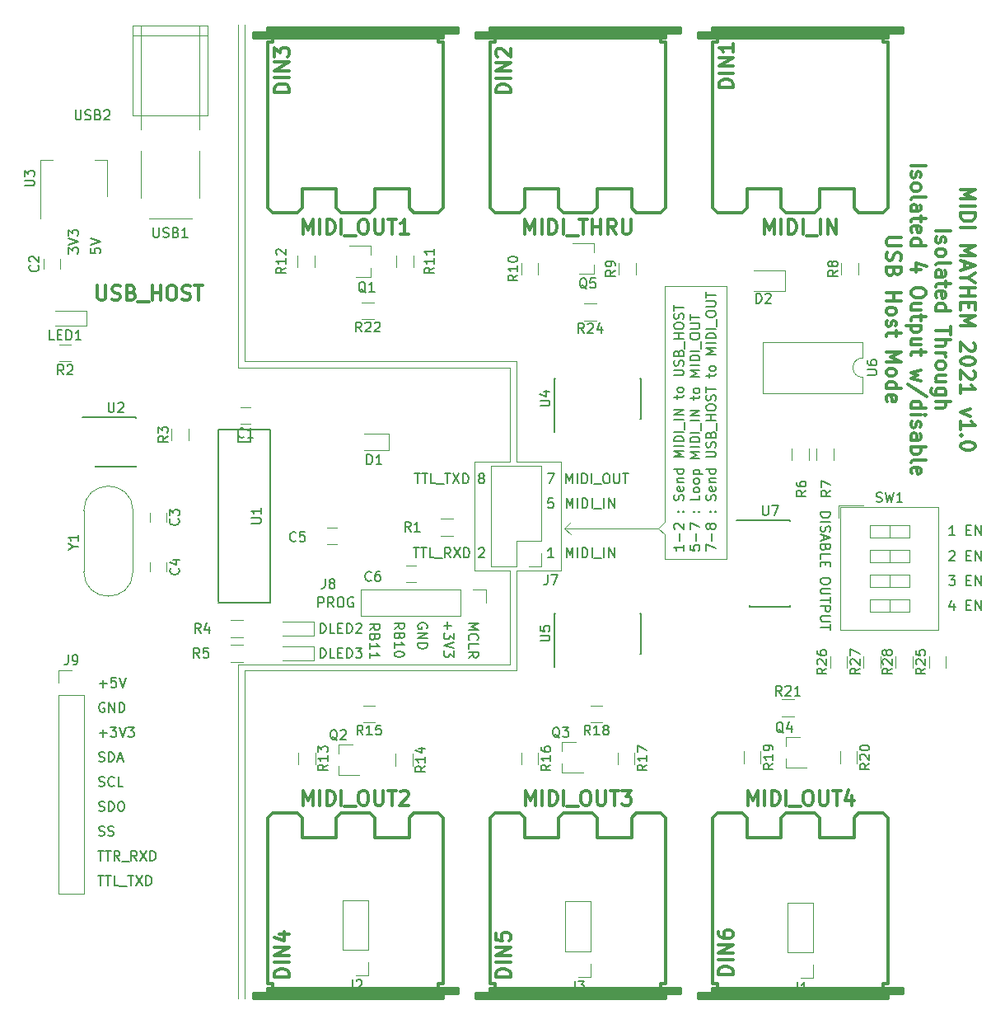
<source format=gbr>
G04 #@! TF.GenerationSoftware,KiCad,Pcbnew,(5.1.9)-1*
G04 #@! TF.CreationDate,2021-01-20T12:41:54+11:00*
G04 #@! TF.ProjectId,USBtoMIDI,55534274-6f4d-4494-9449-2e6b69636164,rev?*
G04 #@! TF.SameCoordinates,Original*
G04 #@! TF.FileFunction,Legend,Top*
G04 #@! TF.FilePolarity,Positive*
%FSLAX46Y46*%
G04 Gerber Fmt 4.6, Leading zero omitted, Abs format (unit mm)*
G04 Created by KiCad (PCBNEW (5.1.9)-1) date 2021-01-20 12:41:54*
%MOMM*%
%LPD*%
G01*
G04 APERTURE LIST*
%ADD10C,0.150000*%
%ADD11C,0.120000*%
%ADD12C,0.300000*%
%ADD13C,0.304800*%
G04 APERTURE END LIST*
D10*
X190047619Y-96131809D02*
X191047619Y-96131809D01*
X191047619Y-96369904D01*
X191000000Y-96512761D01*
X190904761Y-96608000D01*
X190809523Y-96655619D01*
X190619047Y-96703238D01*
X190476190Y-96703238D01*
X190285714Y-96655619D01*
X190190476Y-96608000D01*
X190095238Y-96512761D01*
X190047619Y-96369904D01*
X190047619Y-96131809D01*
X190047619Y-97131809D02*
X191047619Y-97131809D01*
X190095238Y-97560380D02*
X190047619Y-97703238D01*
X190047619Y-97941333D01*
X190095238Y-98036571D01*
X190142857Y-98084190D01*
X190238095Y-98131809D01*
X190333333Y-98131809D01*
X190428571Y-98084190D01*
X190476190Y-98036571D01*
X190523809Y-97941333D01*
X190571428Y-97750857D01*
X190619047Y-97655619D01*
X190666666Y-97608000D01*
X190761904Y-97560380D01*
X190857142Y-97560380D01*
X190952380Y-97608000D01*
X191000000Y-97655619D01*
X191047619Y-97750857D01*
X191047619Y-97988952D01*
X191000000Y-98131809D01*
X190333333Y-98512761D02*
X190333333Y-98988952D01*
X190047619Y-98417523D02*
X191047619Y-98750857D01*
X190047619Y-99084190D01*
X190571428Y-99750857D02*
X190523809Y-99893714D01*
X190476190Y-99941333D01*
X190380952Y-99988952D01*
X190238095Y-99988952D01*
X190142857Y-99941333D01*
X190095238Y-99893714D01*
X190047619Y-99798476D01*
X190047619Y-99417523D01*
X191047619Y-99417523D01*
X191047619Y-99750857D01*
X191000000Y-99846095D01*
X190952380Y-99893714D01*
X190857142Y-99941333D01*
X190761904Y-99941333D01*
X190666666Y-99893714D01*
X190619047Y-99846095D01*
X190571428Y-99750857D01*
X190571428Y-99417523D01*
X190047619Y-100893714D02*
X190047619Y-100417523D01*
X191047619Y-100417523D01*
X190571428Y-101227047D02*
X190571428Y-101560380D01*
X190047619Y-101703238D02*
X190047619Y-101227047D01*
X191047619Y-101227047D01*
X191047619Y-101703238D01*
X191047619Y-103084190D02*
X191047619Y-103274666D01*
X191000000Y-103369904D01*
X190904761Y-103465142D01*
X190714285Y-103512761D01*
X190380952Y-103512761D01*
X190190476Y-103465142D01*
X190095238Y-103369904D01*
X190047619Y-103274666D01*
X190047619Y-103084190D01*
X190095238Y-102988952D01*
X190190476Y-102893714D01*
X190380952Y-102846095D01*
X190714285Y-102846095D01*
X190904761Y-102893714D01*
X191000000Y-102988952D01*
X191047619Y-103084190D01*
X191047619Y-103941333D02*
X190238095Y-103941333D01*
X190142857Y-103988952D01*
X190095238Y-104036571D01*
X190047619Y-104131809D01*
X190047619Y-104322285D01*
X190095238Y-104417523D01*
X190142857Y-104465142D01*
X190238095Y-104512761D01*
X191047619Y-104512761D01*
X191047619Y-104846095D02*
X191047619Y-105417523D01*
X190047619Y-105131809D02*
X191047619Y-105131809D01*
X190047619Y-105750857D02*
X191047619Y-105750857D01*
X191047619Y-106131809D01*
X191000000Y-106227047D01*
X190952380Y-106274666D01*
X190857142Y-106322285D01*
X190714285Y-106322285D01*
X190619047Y-106274666D01*
X190571428Y-106227047D01*
X190523809Y-106131809D01*
X190523809Y-105750857D01*
X191047619Y-106750857D02*
X190238095Y-106750857D01*
X190142857Y-106798476D01*
X190095238Y-106846095D01*
X190047619Y-106941333D01*
X190047619Y-107131809D01*
X190095238Y-107227047D01*
X190142857Y-107274666D01*
X190238095Y-107322285D01*
X191047619Y-107322285D01*
X191047619Y-107655619D02*
X191047619Y-108227047D01*
X190047619Y-107941333D02*
X191047619Y-107941333D01*
D11*
X158750000Y-90932000D02*
X163322000Y-90932000D01*
X158750000Y-102108000D02*
X163322000Y-102108000D01*
X130175000Y-111760000D02*
X130175000Y-146050000D01*
X158115000Y-111760000D02*
X130175000Y-111760000D01*
X158115000Y-102108000D02*
X158115000Y-111760000D01*
X158115000Y-81280000D02*
X158115000Y-90932000D01*
X130175000Y-81280000D02*
X158115000Y-81280000D01*
X130175000Y-46101000D02*
X130175000Y-81280000D01*
X158750000Y-80645000D02*
X158750000Y-90932000D01*
X154432000Y-102108000D02*
X158115000Y-102108000D01*
X154432000Y-90932000D02*
X154432000Y-102108000D01*
X158115000Y-90932000D02*
X154432000Y-90932000D01*
X163322000Y-102108000D02*
X163322000Y-90932000D01*
D12*
X204441428Y-62969857D02*
X205941428Y-62969857D01*
X204870000Y-63469857D01*
X205941428Y-63969857D01*
X204441428Y-63969857D01*
X204441428Y-64684142D02*
X205941428Y-64684142D01*
X204441428Y-65398428D02*
X205941428Y-65398428D01*
X205941428Y-65755571D01*
X205870000Y-65969857D01*
X205727142Y-66112714D01*
X205584285Y-66184142D01*
X205298571Y-66255571D01*
X205084285Y-66255571D01*
X204798571Y-66184142D01*
X204655714Y-66112714D01*
X204512857Y-65969857D01*
X204441428Y-65755571D01*
X204441428Y-65398428D01*
X204441428Y-66898428D02*
X205941428Y-66898428D01*
X204441428Y-68755571D02*
X205941428Y-68755571D01*
X204870000Y-69255571D01*
X205941428Y-69755571D01*
X204441428Y-69755571D01*
X204870000Y-70398428D02*
X204870000Y-71112714D01*
X204441428Y-70255571D02*
X205941428Y-70755571D01*
X204441428Y-71255571D01*
X205155714Y-72041285D02*
X204441428Y-72041285D01*
X205941428Y-71541285D02*
X205155714Y-72041285D01*
X205941428Y-72541285D01*
X204441428Y-73041285D02*
X205941428Y-73041285D01*
X205227142Y-73041285D02*
X205227142Y-73898428D01*
X204441428Y-73898428D02*
X205941428Y-73898428D01*
X205227142Y-74612714D02*
X205227142Y-75112714D01*
X204441428Y-75327000D02*
X204441428Y-74612714D01*
X205941428Y-74612714D01*
X205941428Y-75327000D01*
X204441428Y-75969857D02*
X205941428Y-75969857D01*
X204870000Y-76469857D01*
X205941428Y-76969857D01*
X204441428Y-76969857D01*
X205798571Y-78755571D02*
X205870000Y-78827000D01*
X205941428Y-78969857D01*
X205941428Y-79327000D01*
X205870000Y-79469857D01*
X205798571Y-79541285D01*
X205655714Y-79612714D01*
X205512857Y-79612714D01*
X205298571Y-79541285D01*
X204441428Y-78684142D01*
X204441428Y-79612714D01*
X205941428Y-80541285D02*
X205941428Y-80684142D01*
X205870000Y-80827000D01*
X205798571Y-80898428D01*
X205655714Y-80969857D01*
X205370000Y-81041285D01*
X205012857Y-81041285D01*
X204727142Y-80969857D01*
X204584285Y-80898428D01*
X204512857Y-80827000D01*
X204441428Y-80684142D01*
X204441428Y-80541285D01*
X204512857Y-80398428D01*
X204584285Y-80327000D01*
X204727142Y-80255571D01*
X205012857Y-80184142D01*
X205370000Y-80184142D01*
X205655714Y-80255571D01*
X205798571Y-80327000D01*
X205870000Y-80398428D01*
X205941428Y-80541285D01*
X205798571Y-81612714D02*
X205870000Y-81684142D01*
X205941428Y-81827000D01*
X205941428Y-82184142D01*
X205870000Y-82327000D01*
X205798571Y-82398428D01*
X205655714Y-82469857D01*
X205512857Y-82469857D01*
X205298571Y-82398428D01*
X204441428Y-81541285D01*
X204441428Y-82469857D01*
X204441428Y-83898428D02*
X204441428Y-83041285D01*
X204441428Y-83469857D02*
X205941428Y-83469857D01*
X205727142Y-83327000D01*
X205584285Y-83184142D01*
X205512857Y-83041285D01*
X205441428Y-85541285D02*
X204441428Y-85898428D01*
X205441428Y-86255571D01*
X204441428Y-87612714D02*
X204441428Y-86755571D01*
X204441428Y-87184142D02*
X205941428Y-87184142D01*
X205727142Y-87041285D01*
X205584285Y-86898428D01*
X205512857Y-86755571D01*
X204584285Y-88255571D02*
X204512857Y-88327000D01*
X204441428Y-88255571D01*
X204512857Y-88184142D01*
X204584285Y-88255571D01*
X204441428Y-88255571D01*
X205941428Y-89255571D02*
X205941428Y-89398428D01*
X205870000Y-89541285D01*
X205798571Y-89612714D01*
X205655714Y-89684142D01*
X205370000Y-89755571D01*
X205012857Y-89755571D01*
X204727142Y-89684142D01*
X204584285Y-89612714D01*
X204512857Y-89541285D01*
X204441428Y-89398428D01*
X204441428Y-89255571D01*
X204512857Y-89112714D01*
X204584285Y-89041285D01*
X204727142Y-88969857D01*
X205012857Y-88898428D01*
X205370000Y-88898428D01*
X205655714Y-88969857D01*
X205798571Y-89041285D01*
X205870000Y-89112714D01*
X205941428Y-89255571D01*
X201891428Y-67219857D02*
X203391428Y-67219857D01*
X201962857Y-67862714D02*
X201891428Y-68005571D01*
X201891428Y-68291285D01*
X201962857Y-68434142D01*
X202105714Y-68505571D01*
X202177142Y-68505571D01*
X202320000Y-68434142D01*
X202391428Y-68291285D01*
X202391428Y-68077000D01*
X202462857Y-67934142D01*
X202605714Y-67862714D01*
X202677142Y-67862714D01*
X202820000Y-67934142D01*
X202891428Y-68077000D01*
X202891428Y-68291285D01*
X202820000Y-68434142D01*
X201891428Y-69362714D02*
X201962857Y-69219857D01*
X202034285Y-69148428D01*
X202177142Y-69077000D01*
X202605714Y-69077000D01*
X202748571Y-69148428D01*
X202820000Y-69219857D01*
X202891428Y-69362714D01*
X202891428Y-69577000D01*
X202820000Y-69719857D01*
X202748571Y-69791285D01*
X202605714Y-69862714D01*
X202177142Y-69862714D01*
X202034285Y-69791285D01*
X201962857Y-69719857D01*
X201891428Y-69577000D01*
X201891428Y-69362714D01*
X201891428Y-70719857D02*
X201962857Y-70577000D01*
X202105714Y-70505571D01*
X203391428Y-70505571D01*
X201891428Y-71934142D02*
X202677142Y-71934142D01*
X202820000Y-71862714D01*
X202891428Y-71719857D01*
X202891428Y-71434142D01*
X202820000Y-71291285D01*
X201962857Y-71934142D02*
X201891428Y-71791285D01*
X201891428Y-71434142D01*
X201962857Y-71291285D01*
X202105714Y-71219857D01*
X202248571Y-71219857D01*
X202391428Y-71291285D01*
X202462857Y-71434142D01*
X202462857Y-71791285D01*
X202534285Y-71934142D01*
X202891428Y-72434142D02*
X202891428Y-73005571D01*
X203391428Y-72648428D02*
X202105714Y-72648428D01*
X201962857Y-72719857D01*
X201891428Y-72862714D01*
X201891428Y-73005571D01*
X201962857Y-74077000D02*
X201891428Y-73934142D01*
X201891428Y-73648428D01*
X201962857Y-73505571D01*
X202105714Y-73434142D01*
X202677142Y-73434142D01*
X202820000Y-73505571D01*
X202891428Y-73648428D01*
X202891428Y-73934142D01*
X202820000Y-74077000D01*
X202677142Y-74148428D01*
X202534285Y-74148428D01*
X202391428Y-73434142D01*
X201891428Y-75434142D02*
X203391428Y-75434142D01*
X201962857Y-75434142D02*
X201891428Y-75291285D01*
X201891428Y-75005571D01*
X201962857Y-74862714D01*
X202034285Y-74791285D01*
X202177142Y-74719857D01*
X202605714Y-74719857D01*
X202748571Y-74791285D01*
X202820000Y-74862714D01*
X202891428Y-75005571D01*
X202891428Y-75291285D01*
X202820000Y-75434142D01*
X203391428Y-77077000D02*
X203391428Y-77934142D01*
X201891428Y-77505571D02*
X203391428Y-77505571D01*
X201891428Y-78434142D02*
X203391428Y-78434142D01*
X201891428Y-79077000D02*
X202677142Y-79077000D01*
X202820000Y-79005571D01*
X202891428Y-78862714D01*
X202891428Y-78648428D01*
X202820000Y-78505571D01*
X202748571Y-78434142D01*
X201891428Y-79791285D02*
X202891428Y-79791285D01*
X202605714Y-79791285D02*
X202748571Y-79862714D01*
X202820000Y-79934142D01*
X202891428Y-80077000D01*
X202891428Y-80219857D01*
X201891428Y-80934142D02*
X201962857Y-80791285D01*
X202034285Y-80719857D01*
X202177142Y-80648428D01*
X202605714Y-80648428D01*
X202748571Y-80719857D01*
X202820000Y-80791285D01*
X202891428Y-80934142D01*
X202891428Y-81148428D01*
X202820000Y-81291285D01*
X202748571Y-81362714D01*
X202605714Y-81434142D01*
X202177142Y-81434142D01*
X202034285Y-81362714D01*
X201962857Y-81291285D01*
X201891428Y-81148428D01*
X201891428Y-80934142D01*
X202891428Y-82719857D02*
X201891428Y-82719857D01*
X202891428Y-82077000D02*
X202105714Y-82077000D01*
X201962857Y-82148428D01*
X201891428Y-82291285D01*
X201891428Y-82505571D01*
X201962857Y-82648428D01*
X202034285Y-82719857D01*
X202891428Y-84077000D02*
X201677142Y-84077000D01*
X201534285Y-84005571D01*
X201462857Y-83934142D01*
X201391428Y-83791285D01*
X201391428Y-83577000D01*
X201462857Y-83434142D01*
X201962857Y-84077000D02*
X201891428Y-83934142D01*
X201891428Y-83648428D01*
X201962857Y-83505571D01*
X202034285Y-83434142D01*
X202177142Y-83362714D01*
X202605714Y-83362714D01*
X202748571Y-83434142D01*
X202820000Y-83505571D01*
X202891428Y-83648428D01*
X202891428Y-83934142D01*
X202820000Y-84077000D01*
X201891428Y-84791285D02*
X203391428Y-84791285D01*
X201891428Y-85434142D02*
X202677142Y-85434142D01*
X202820000Y-85362714D01*
X202891428Y-85219857D01*
X202891428Y-85005571D01*
X202820000Y-84862714D01*
X202748571Y-84791285D01*
X199341428Y-60505571D02*
X200841428Y-60505571D01*
X199412857Y-61148428D02*
X199341428Y-61291285D01*
X199341428Y-61577000D01*
X199412857Y-61719857D01*
X199555714Y-61791285D01*
X199627142Y-61791285D01*
X199770000Y-61719857D01*
X199841428Y-61577000D01*
X199841428Y-61362714D01*
X199912857Y-61219857D01*
X200055714Y-61148428D01*
X200127142Y-61148428D01*
X200270000Y-61219857D01*
X200341428Y-61362714D01*
X200341428Y-61577000D01*
X200270000Y-61719857D01*
X199341428Y-62648428D02*
X199412857Y-62505571D01*
X199484285Y-62434142D01*
X199627142Y-62362714D01*
X200055714Y-62362714D01*
X200198571Y-62434142D01*
X200270000Y-62505571D01*
X200341428Y-62648428D01*
X200341428Y-62862714D01*
X200270000Y-63005571D01*
X200198571Y-63077000D01*
X200055714Y-63148428D01*
X199627142Y-63148428D01*
X199484285Y-63077000D01*
X199412857Y-63005571D01*
X199341428Y-62862714D01*
X199341428Y-62648428D01*
X199341428Y-64005571D02*
X199412857Y-63862714D01*
X199555714Y-63791285D01*
X200841428Y-63791285D01*
X199341428Y-65219857D02*
X200127142Y-65219857D01*
X200270000Y-65148428D01*
X200341428Y-65005571D01*
X200341428Y-64719857D01*
X200270000Y-64577000D01*
X199412857Y-65219857D02*
X199341428Y-65077000D01*
X199341428Y-64719857D01*
X199412857Y-64577000D01*
X199555714Y-64505571D01*
X199698571Y-64505571D01*
X199841428Y-64577000D01*
X199912857Y-64719857D01*
X199912857Y-65077000D01*
X199984285Y-65219857D01*
X200341428Y-65719857D02*
X200341428Y-66291285D01*
X200841428Y-65934142D02*
X199555714Y-65934142D01*
X199412857Y-66005571D01*
X199341428Y-66148428D01*
X199341428Y-66291285D01*
X199412857Y-67362714D02*
X199341428Y-67219857D01*
X199341428Y-66934142D01*
X199412857Y-66791285D01*
X199555714Y-66719857D01*
X200127142Y-66719857D01*
X200270000Y-66791285D01*
X200341428Y-66934142D01*
X200341428Y-67219857D01*
X200270000Y-67362714D01*
X200127142Y-67434142D01*
X199984285Y-67434142D01*
X199841428Y-66719857D01*
X199341428Y-68719857D02*
X200841428Y-68719857D01*
X199412857Y-68719857D02*
X199341428Y-68577000D01*
X199341428Y-68291285D01*
X199412857Y-68148428D01*
X199484285Y-68077000D01*
X199627142Y-68005571D01*
X200055714Y-68005571D01*
X200198571Y-68077000D01*
X200270000Y-68148428D01*
X200341428Y-68291285D01*
X200341428Y-68577000D01*
X200270000Y-68719857D01*
X200341428Y-71219857D02*
X199341428Y-71219857D01*
X200912857Y-70862714D02*
X199841428Y-70505571D01*
X199841428Y-71434142D01*
X200841428Y-73434142D02*
X200841428Y-73719857D01*
X200770000Y-73862714D01*
X200627142Y-74005571D01*
X200341428Y-74077000D01*
X199841428Y-74077000D01*
X199555714Y-74005571D01*
X199412857Y-73862714D01*
X199341428Y-73719857D01*
X199341428Y-73434142D01*
X199412857Y-73291285D01*
X199555714Y-73148428D01*
X199841428Y-73077000D01*
X200341428Y-73077000D01*
X200627142Y-73148428D01*
X200770000Y-73291285D01*
X200841428Y-73434142D01*
X200341428Y-75362714D02*
X199341428Y-75362714D01*
X200341428Y-74719857D02*
X199555714Y-74719857D01*
X199412857Y-74791285D01*
X199341428Y-74934142D01*
X199341428Y-75148428D01*
X199412857Y-75291285D01*
X199484285Y-75362714D01*
X200341428Y-75862714D02*
X200341428Y-76434142D01*
X200841428Y-76077000D02*
X199555714Y-76077000D01*
X199412857Y-76148428D01*
X199341428Y-76291285D01*
X199341428Y-76434142D01*
X200341428Y-76934142D02*
X198841428Y-76934142D01*
X200270000Y-76934142D02*
X200341428Y-77077000D01*
X200341428Y-77362714D01*
X200270000Y-77505571D01*
X200198571Y-77577000D01*
X200055714Y-77648428D01*
X199627142Y-77648428D01*
X199484285Y-77577000D01*
X199412857Y-77505571D01*
X199341428Y-77362714D01*
X199341428Y-77077000D01*
X199412857Y-76934142D01*
X200341428Y-78934142D02*
X199341428Y-78934142D01*
X200341428Y-78291285D02*
X199555714Y-78291285D01*
X199412857Y-78362714D01*
X199341428Y-78505571D01*
X199341428Y-78719857D01*
X199412857Y-78862714D01*
X199484285Y-78934142D01*
X200341428Y-79434142D02*
X200341428Y-80005571D01*
X200841428Y-79648428D02*
X199555714Y-79648428D01*
X199412857Y-79719857D01*
X199341428Y-79862714D01*
X199341428Y-80005571D01*
X200341428Y-81505571D02*
X199341428Y-81791285D01*
X200055714Y-82077000D01*
X199341428Y-82362714D01*
X200341428Y-82648428D01*
X200912857Y-84291285D02*
X198984285Y-83005571D01*
X199341428Y-85434142D02*
X200841428Y-85434142D01*
X199412857Y-85434142D02*
X199341428Y-85291285D01*
X199341428Y-85005571D01*
X199412857Y-84862714D01*
X199484285Y-84791285D01*
X199627142Y-84719857D01*
X200055714Y-84719857D01*
X200198571Y-84791285D01*
X200270000Y-84862714D01*
X200341428Y-85005571D01*
X200341428Y-85291285D01*
X200270000Y-85434142D01*
X199341428Y-86148428D02*
X200341428Y-86148428D01*
X200841428Y-86148428D02*
X200770000Y-86077000D01*
X200698571Y-86148428D01*
X200770000Y-86219857D01*
X200841428Y-86148428D01*
X200698571Y-86148428D01*
X199412857Y-86791285D02*
X199341428Y-86934142D01*
X199341428Y-87219857D01*
X199412857Y-87362714D01*
X199555714Y-87434142D01*
X199627142Y-87434142D01*
X199770000Y-87362714D01*
X199841428Y-87219857D01*
X199841428Y-87005571D01*
X199912857Y-86862714D01*
X200055714Y-86791285D01*
X200127142Y-86791285D01*
X200270000Y-86862714D01*
X200341428Y-87005571D01*
X200341428Y-87219857D01*
X200270000Y-87362714D01*
X199341428Y-88719857D02*
X200127142Y-88719857D01*
X200270000Y-88648428D01*
X200341428Y-88505571D01*
X200341428Y-88219857D01*
X200270000Y-88077000D01*
X199412857Y-88719857D02*
X199341428Y-88577000D01*
X199341428Y-88219857D01*
X199412857Y-88077000D01*
X199555714Y-88005571D01*
X199698571Y-88005571D01*
X199841428Y-88077000D01*
X199912857Y-88219857D01*
X199912857Y-88577000D01*
X199984285Y-88719857D01*
X199341428Y-89434142D02*
X200841428Y-89434142D01*
X200270000Y-89434142D02*
X200341428Y-89577000D01*
X200341428Y-89862714D01*
X200270000Y-90005571D01*
X200198571Y-90077000D01*
X200055714Y-90148428D01*
X199627142Y-90148428D01*
X199484285Y-90077000D01*
X199412857Y-90005571D01*
X199341428Y-89862714D01*
X199341428Y-89577000D01*
X199412857Y-89434142D01*
X199341428Y-91005571D02*
X199412857Y-90862714D01*
X199555714Y-90791285D01*
X200841428Y-90791285D01*
X199412857Y-92148428D02*
X199341428Y-92005571D01*
X199341428Y-91719857D01*
X199412857Y-91577000D01*
X199555714Y-91505571D01*
X200127142Y-91505571D01*
X200270000Y-91577000D01*
X200341428Y-91719857D01*
X200341428Y-92005571D01*
X200270000Y-92148428D01*
X200127142Y-92219857D01*
X199984285Y-92219857D01*
X199841428Y-91505571D01*
X198291428Y-67934142D02*
X197077142Y-67934142D01*
X196934285Y-68005571D01*
X196862857Y-68077000D01*
X196791428Y-68219857D01*
X196791428Y-68505571D01*
X196862857Y-68648428D01*
X196934285Y-68719857D01*
X197077142Y-68791285D01*
X198291428Y-68791285D01*
X196862857Y-69434142D02*
X196791428Y-69648428D01*
X196791428Y-70005571D01*
X196862857Y-70148428D01*
X196934285Y-70219857D01*
X197077142Y-70291285D01*
X197220000Y-70291285D01*
X197362857Y-70219857D01*
X197434285Y-70148428D01*
X197505714Y-70005571D01*
X197577142Y-69719857D01*
X197648571Y-69577000D01*
X197720000Y-69505571D01*
X197862857Y-69434142D01*
X198005714Y-69434142D01*
X198148571Y-69505571D01*
X198220000Y-69577000D01*
X198291428Y-69719857D01*
X198291428Y-70077000D01*
X198220000Y-70291285D01*
X197577142Y-71434142D02*
X197505714Y-71648428D01*
X197434285Y-71719857D01*
X197291428Y-71791285D01*
X197077142Y-71791285D01*
X196934285Y-71719857D01*
X196862857Y-71648428D01*
X196791428Y-71505571D01*
X196791428Y-70934142D01*
X198291428Y-70934142D01*
X198291428Y-71434142D01*
X198220000Y-71577000D01*
X198148571Y-71648428D01*
X198005714Y-71719857D01*
X197862857Y-71719857D01*
X197720000Y-71648428D01*
X197648571Y-71577000D01*
X197577142Y-71434142D01*
X197577142Y-70934142D01*
X196791428Y-73577000D02*
X198291428Y-73577000D01*
X197577142Y-73577000D02*
X197577142Y-74434142D01*
X196791428Y-74434142D02*
X198291428Y-74434142D01*
X196791428Y-75362714D02*
X196862857Y-75219857D01*
X196934285Y-75148428D01*
X197077142Y-75077000D01*
X197505714Y-75077000D01*
X197648571Y-75148428D01*
X197720000Y-75219857D01*
X197791428Y-75362714D01*
X197791428Y-75577000D01*
X197720000Y-75719857D01*
X197648571Y-75791285D01*
X197505714Y-75862714D01*
X197077142Y-75862714D01*
X196934285Y-75791285D01*
X196862857Y-75719857D01*
X196791428Y-75577000D01*
X196791428Y-75362714D01*
X196862857Y-76434142D02*
X196791428Y-76577000D01*
X196791428Y-76862714D01*
X196862857Y-77005571D01*
X197005714Y-77077000D01*
X197077142Y-77077000D01*
X197220000Y-77005571D01*
X197291428Y-76862714D01*
X197291428Y-76648428D01*
X197362857Y-76505571D01*
X197505714Y-76434142D01*
X197577142Y-76434142D01*
X197720000Y-76505571D01*
X197791428Y-76648428D01*
X197791428Y-76862714D01*
X197720000Y-77005571D01*
X197791428Y-77505571D02*
X197791428Y-78077000D01*
X198291428Y-77719857D02*
X197005714Y-77719857D01*
X196862857Y-77791285D01*
X196791428Y-77934142D01*
X196791428Y-78077000D01*
X196791428Y-79719857D02*
X198291428Y-79719857D01*
X197220000Y-80219857D01*
X198291428Y-80719857D01*
X196791428Y-80719857D01*
X196791428Y-81648428D02*
X196862857Y-81505571D01*
X196934285Y-81434142D01*
X197077142Y-81362714D01*
X197505714Y-81362714D01*
X197648571Y-81434142D01*
X197720000Y-81505571D01*
X197791428Y-81648428D01*
X197791428Y-81862714D01*
X197720000Y-82005571D01*
X197648571Y-82077000D01*
X197505714Y-82148428D01*
X197077142Y-82148428D01*
X196934285Y-82077000D01*
X196862857Y-82005571D01*
X196791428Y-81862714D01*
X196791428Y-81648428D01*
X196791428Y-83434142D02*
X198291428Y-83434142D01*
X196862857Y-83434142D02*
X196791428Y-83291285D01*
X196791428Y-83005571D01*
X196862857Y-82862714D01*
X196934285Y-82791285D01*
X197077142Y-82719857D01*
X197505714Y-82719857D01*
X197648571Y-82791285D01*
X197720000Y-82862714D01*
X197791428Y-83005571D01*
X197791428Y-83291285D01*
X197720000Y-83434142D01*
X196862857Y-84719857D02*
X196791428Y-84577000D01*
X196791428Y-84291285D01*
X196862857Y-84148428D01*
X197005714Y-84077000D01*
X197577142Y-84077000D01*
X197720000Y-84148428D01*
X197791428Y-84291285D01*
X197791428Y-84577000D01*
X197720000Y-84719857D01*
X197577142Y-84791285D01*
X197434285Y-84791285D01*
X197291428Y-84077000D01*
D10*
X143692619Y-108222023D02*
X144168809Y-107888690D01*
X143692619Y-107650595D02*
X144692619Y-107650595D01*
X144692619Y-108031547D01*
X144645000Y-108126785D01*
X144597380Y-108174404D01*
X144502142Y-108222023D01*
X144359285Y-108222023D01*
X144264047Y-108174404D01*
X144216428Y-108126785D01*
X144168809Y-108031547D01*
X144168809Y-107650595D01*
X144216428Y-108983928D02*
X144168809Y-109126785D01*
X144121190Y-109174404D01*
X144025952Y-109222023D01*
X143883095Y-109222023D01*
X143787857Y-109174404D01*
X143740238Y-109126785D01*
X143692619Y-109031547D01*
X143692619Y-108650595D01*
X144692619Y-108650595D01*
X144692619Y-108983928D01*
X144645000Y-109079166D01*
X144597380Y-109126785D01*
X144502142Y-109174404D01*
X144406904Y-109174404D01*
X144311666Y-109126785D01*
X144264047Y-109079166D01*
X144216428Y-108983928D01*
X144216428Y-108650595D01*
X143692619Y-110174404D02*
X143692619Y-109602976D01*
X143692619Y-109888690D02*
X144692619Y-109888690D01*
X144549761Y-109793452D01*
X144454523Y-109698214D01*
X144406904Y-109602976D01*
X143692619Y-111126785D02*
X143692619Y-110555357D01*
X143692619Y-110841071D02*
X144692619Y-110841071D01*
X144549761Y-110745833D01*
X144454523Y-110650595D01*
X144406904Y-110555357D01*
X146232619Y-108095023D02*
X146708809Y-107761690D01*
X146232619Y-107523595D02*
X147232619Y-107523595D01*
X147232619Y-107904547D01*
X147185000Y-107999785D01*
X147137380Y-108047404D01*
X147042142Y-108095023D01*
X146899285Y-108095023D01*
X146804047Y-108047404D01*
X146756428Y-107999785D01*
X146708809Y-107904547D01*
X146708809Y-107523595D01*
X146756428Y-108856928D02*
X146708809Y-108999785D01*
X146661190Y-109047404D01*
X146565952Y-109095023D01*
X146423095Y-109095023D01*
X146327857Y-109047404D01*
X146280238Y-108999785D01*
X146232619Y-108904547D01*
X146232619Y-108523595D01*
X147232619Y-108523595D01*
X147232619Y-108856928D01*
X147185000Y-108952166D01*
X147137380Y-108999785D01*
X147042142Y-109047404D01*
X146946904Y-109047404D01*
X146851666Y-108999785D01*
X146804047Y-108952166D01*
X146756428Y-108856928D01*
X146756428Y-108523595D01*
X146232619Y-110047404D02*
X146232619Y-109475976D01*
X146232619Y-109761690D02*
X147232619Y-109761690D01*
X147089761Y-109666452D01*
X146994523Y-109571214D01*
X146946904Y-109475976D01*
X147232619Y-110666452D02*
X147232619Y-110761690D01*
X147185000Y-110856928D01*
X147137380Y-110904547D01*
X147042142Y-110952166D01*
X146851666Y-110999785D01*
X146613571Y-110999785D01*
X146423095Y-110952166D01*
X146327857Y-110904547D01*
X146280238Y-110856928D01*
X146232619Y-110761690D01*
X146232619Y-110666452D01*
X146280238Y-110571214D01*
X146327857Y-110523595D01*
X146423095Y-110475976D01*
X146613571Y-110428357D01*
X146851666Y-110428357D01*
X147042142Y-110475976D01*
X147137380Y-110523595D01*
X147185000Y-110571214D01*
X147232619Y-110666452D01*
X149598000Y-108047404D02*
X149645619Y-107952166D01*
X149645619Y-107809309D01*
X149598000Y-107666452D01*
X149502761Y-107571214D01*
X149407523Y-107523595D01*
X149217047Y-107475976D01*
X149074190Y-107475976D01*
X148883714Y-107523595D01*
X148788476Y-107571214D01*
X148693238Y-107666452D01*
X148645619Y-107809309D01*
X148645619Y-107904547D01*
X148693238Y-108047404D01*
X148740857Y-108095023D01*
X149074190Y-108095023D01*
X149074190Y-107904547D01*
X148645619Y-108523595D02*
X149645619Y-108523595D01*
X148645619Y-109095023D01*
X149645619Y-109095023D01*
X148645619Y-109571214D02*
X149645619Y-109571214D01*
X149645619Y-109809309D01*
X149598000Y-109952166D01*
X149502761Y-110047404D01*
X149407523Y-110095023D01*
X149217047Y-110142642D01*
X149074190Y-110142642D01*
X148883714Y-110095023D01*
X148788476Y-110047404D01*
X148693238Y-109952166D01*
X148645619Y-109809309D01*
X148645619Y-109571214D01*
X151693571Y-107396595D02*
X151693571Y-108158500D01*
X151312619Y-107777547D02*
X152074523Y-107777547D01*
X152312619Y-108539452D02*
X152312619Y-109158500D01*
X151931666Y-108825166D01*
X151931666Y-108968023D01*
X151884047Y-109063261D01*
X151836428Y-109110880D01*
X151741190Y-109158500D01*
X151503095Y-109158500D01*
X151407857Y-109110880D01*
X151360238Y-109063261D01*
X151312619Y-108968023D01*
X151312619Y-108682309D01*
X151360238Y-108587071D01*
X151407857Y-108539452D01*
X152312619Y-109444214D02*
X151312619Y-109777547D01*
X152312619Y-110110880D01*
X152312619Y-110348976D02*
X152312619Y-110968023D01*
X151931666Y-110634690D01*
X151931666Y-110777547D01*
X151884047Y-110872785D01*
X151836428Y-110920404D01*
X151741190Y-110968023D01*
X151503095Y-110968023D01*
X151407857Y-110920404D01*
X151360238Y-110872785D01*
X151312619Y-110777547D01*
X151312619Y-110491833D01*
X151360238Y-110396595D01*
X151407857Y-110348976D01*
X153852619Y-107523595D02*
X154852619Y-107523595D01*
X154138333Y-107856928D01*
X154852619Y-108190261D01*
X153852619Y-108190261D01*
X153947857Y-109237880D02*
X153900238Y-109190261D01*
X153852619Y-109047404D01*
X153852619Y-108952166D01*
X153900238Y-108809309D01*
X153995476Y-108714071D01*
X154090714Y-108666452D01*
X154281190Y-108618833D01*
X154424047Y-108618833D01*
X154614523Y-108666452D01*
X154709761Y-108714071D01*
X154805000Y-108809309D01*
X154852619Y-108952166D01*
X154852619Y-109047404D01*
X154805000Y-109190261D01*
X154757380Y-109237880D01*
X153852619Y-110142642D02*
X153852619Y-109666452D01*
X154852619Y-109666452D01*
X153852619Y-111047404D02*
X154328809Y-110714071D01*
X153852619Y-110475976D02*
X154852619Y-110475976D01*
X154852619Y-110856928D01*
X154805000Y-110952166D01*
X154757380Y-110999785D01*
X154662142Y-111047404D01*
X154519285Y-111047404D01*
X154424047Y-110999785D01*
X154376428Y-110952166D01*
X154328809Y-110856928D01*
X154328809Y-110475976D01*
X115762738Y-133437380D02*
X116334166Y-133437380D01*
X116048452Y-134437380D02*
X116048452Y-133437380D01*
X116524642Y-133437380D02*
X117096071Y-133437380D01*
X116810357Y-134437380D02*
X116810357Y-133437380D01*
X117905595Y-134437380D02*
X117429404Y-134437380D01*
X117429404Y-133437380D01*
X118000833Y-134532619D02*
X118762738Y-134532619D01*
X118857976Y-133437380D02*
X119429404Y-133437380D01*
X119143690Y-134437380D02*
X119143690Y-133437380D01*
X119667500Y-133437380D02*
X120334166Y-134437380D01*
X120334166Y-133437380D02*
X119667500Y-134437380D01*
X120715119Y-134437380D02*
X120715119Y-133437380D01*
X120953214Y-133437380D01*
X121096071Y-133485000D01*
X121191309Y-133580238D01*
X121238928Y-133675476D01*
X121286547Y-133865952D01*
X121286547Y-134008809D01*
X121238928Y-134199285D01*
X121191309Y-134294523D01*
X121096071Y-134389761D01*
X120953214Y-134437380D01*
X120715119Y-134437380D01*
X115762738Y-130897380D02*
X116334166Y-130897380D01*
X116048452Y-131897380D02*
X116048452Y-130897380D01*
X116524642Y-130897380D02*
X117096071Y-130897380D01*
X116810357Y-131897380D02*
X116810357Y-130897380D01*
X118000833Y-131897380D02*
X117667500Y-131421190D01*
X117429404Y-131897380D02*
X117429404Y-130897380D01*
X117810357Y-130897380D01*
X117905595Y-130945000D01*
X117953214Y-130992619D01*
X118000833Y-131087857D01*
X118000833Y-131230714D01*
X117953214Y-131325952D01*
X117905595Y-131373571D01*
X117810357Y-131421190D01*
X117429404Y-131421190D01*
X118191309Y-131992619D02*
X118953214Y-131992619D01*
X119762738Y-131897380D02*
X119429404Y-131421190D01*
X119191309Y-131897380D02*
X119191309Y-130897380D01*
X119572261Y-130897380D01*
X119667500Y-130945000D01*
X119715119Y-130992619D01*
X119762738Y-131087857D01*
X119762738Y-131230714D01*
X119715119Y-131325952D01*
X119667500Y-131373571D01*
X119572261Y-131421190D01*
X119191309Y-131421190D01*
X120096071Y-130897380D02*
X120762738Y-131897380D01*
X120762738Y-130897380D02*
X120096071Y-131897380D01*
X121143690Y-131897380D02*
X121143690Y-130897380D01*
X121381785Y-130897380D01*
X121524642Y-130945000D01*
X121619880Y-131040238D01*
X121667500Y-131135476D01*
X121715119Y-131325952D01*
X121715119Y-131468809D01*
X121667500Y-131659285D01*
X121619880Y-131754523D01*
X121524642Y-131849761D01*
X121381785Y-131897380D01*
X121143690Y-131897380D01*
X115857976Y-129309761D02*
X116000833Y-129357380D01*
X116238928Y-129357380D01*
X116334166Y-129309761D01*
X116381785Y-129262142D01*
X116429404Y-129166904D01*
X116429404Y-129071666D01*
X116381785Y-128976428D01*
X116334166Y-128928809D01*
X116238928Y-128881190D01*
X116048452Y-128833571D01*
X115953214Y-128785952D01*
X115905595Y-128738333D01*
X115857976Y-128643095D01*
X115857976Y-128547857D01*
X115905595Y-128452619D01*
X115953214Y-128405000D01*
X116048452Y-128357380D01*
X116286547Y-128357380D01*
X116429404Y-128405000D01*
X116810357Y-129309761D02*
X116953214Y-129357380D01*
X117191309Y-129357380D01*
X117286547Y-129309761D01*
X117334166Y-129262142D01*
X117381785Y-129166904D01*
X117381785Y-129071666D01*
X117334166Y-128976428D01*
X117286547Y-128928809D01*
X117191309Y-128881190D01*
X117000833Y-128833571D01*
X116905595Y-128785952D01*
X116857976Y-128738333D01*
X116810357Y-128643095D01*
X116810357Y-128547857D01*
X116857976Y-128452619D01*
X116905595Y-128405000D01*
X117000833Y-128357380D01*
X117238928Y-128357380D01*
X117381785Y-128405000D01*
X115857976Y-126769761D02*
X116000833Y-126817380D01*
X116238928Y-126817380D01*
X116334166Y-126769761D01*
X116381785Y-126722142D01*
X116429404Y-126626904D01*
X116429404Y-126531666D01*
X116381785Y-126436428D01*
X116334166Y-126388809D01*
X116238928Y-126341190D01*
X116048452Y-126293571D01*
X115953214Y-126245952D01*
X115905595Y-126198333D01*
X115857976Y-126103095D01*
X115857976Y-126007857D01*
X115905595Y-125912619D01*
X115953214Y-125865000D01*
X116048452Y-125817380D01*
X116286547Y-125817380D01*
X116429404Y-125865000D01*
X116857976Y-126817380D02*
X116857976Y-125817380D01*
X117096071Y-125817380D01*
X117238928Y-125865000D01*
X117334166Y-125960238D01*
X117381785Y-126055476D01*
X117429404Y-126245952D01*
X117429404Y-126388809D01*
X117381785Y-126579285D01*
X117334166Y-126674523D01*
X117238928Y-126769761D01*
X117096071Y-126817380D01*
X116857976Y-126817380D01*
X118048452Y-125817380D02*
X118238928Y-125817380D01*
X118334166Y-125865000D01*
X118429404Y-125960238D01*
X118477023Y-126150714D01*
X118477023Y-126484047D01*
X118429404Y-126674523D01*
X118334166Y-126769761D01*
X118238928Y-126817380D01*
X118048452Y-126817380D01*
X117953214Y-126769761D01*
X117857976Y-126674523D01*
X117810357Y-126484047D01*
X117810357Y-126150714D01*
X117857976Y-125960238D01*
X117953214Y-125865000D01*
X118048452Y-125817380D01*
X115857976Y-124229761D02*
X116000833Y-124277380D01*
X116238928Y-124277380D01*
X116334166Y-124229761D01*
X116381785Y-124182142D01*
X116429404Y-124086904D01*
X116429404Y-123991666D01*
X116381785Y-123896428D01*
X116334166Y-123848809D01*
X116238928Y-123801190D01*
X116048452Y-123753571D01*
X115953214Y-123705952D01*
X115905595Y-123658333D01*
X115857976Y-123563095D01*
X115857976Y-123467857D01*
X115905595Y-123372619D01*
X115953214Y-123325000D01*
X116048452Y-123277380D01*
X116286547Y-123277380D01*
X116429404Y-123325000D01*
X117429404Y-124182142D02*
X117381785Y-124229761D01*
X117238928Y-124277380D01*
X117143690Y-124277380D01*
X117000833Y-124229761D01*
X116905595Y-124134523D01*
X116857976Y-124039285D01*
X116810357Y-123848809D01*
X116810357Y-123705952D01*
X116857976Y-123515476D01*
X116905595Y-123420238D01*
X117000833Y-123325000D01*
X117143690Y-123277380D01*
X117238928Y-123277380D01*
X117381785Y-123325000D01*
X117429404Y-123372619D01*
X118334166Y-124277380D02*
X117857976Y-124277380D01*
X117857976Y-123277380D01*
X115857976Y-121689761D02*
X116000833Y-121737380D01*
X116238928Y-121737380D01*
X116334166Y-121689761D01*
X116381785Y-121642142D01*
X116429404Y-121546904D01*
X116429404Y-121451666D01*
X116381785Y-121356428D01*
X116334166Y-121308809D01*
X116238928Y-121261190D01*
X116048452Y-121213571D01*
X115953214Y-121165952D01*
X115905595Y-121118333D01*
X115857976Y-121023095D01*
X115857976Y-120927857D01*
X115905595Y-120832619D01*
X115953214Y-120785000D01*
X116048452Y-120737380D01*
X116286547Y-120737380D01*
X116429404Y-120785000D01*
X116857976Y-121737380D02*
X116857976Y-120737380D01*
X117096071Y-120737380D01*
X117238928Y-120785000D01*
X117334166Y-120880238D01*
X117381785Y-120975476D01*
X117429404Y-121165952D01*
X117429404Y-121308809D01*
X117381785Y-121499285D01*
X117334166Y-121594523D01*
X117238928Y-121689761D01*
X117096071Y-121737380D01*
X116857976Y-121737380D01*
X117810357Y-121451666D02*
X118286547Y-121451666D01*
X117715119Y-121737380D02*
X118048452Y-120737380D01*
X118381785Y-121737380D01*
X115905595Y-118816428D02*
X116667500Y-118816428D01*
X116286547Y-119197380D02*
X116286547Y-118435476D01*
X117048452Y-118197380D02*
X117667500Y-118197380D01*
X117334166Y-118578333D01*
X117477023Y-118578333D01*
X117572261Y-118625952D01*
X117619880Y-118673571D01*
X117667500Y-118768809D01*
X117667500Y-119006904D01*
X117619880Y-119102142D01*
X117572261Y-119149761D01*
X117477023Y-119197380D01*
X117191309Y-119197380D01*
X117096071Y-119149761D01*
X117048452Y-119102142D01*
X117953214Y-118197380D02*
X118286547Y-119197380D01*
X118619880Y-118197380D01*
X118857976Y-118197380D02*
X119477023Y-118197380D01*
X119143690Y-118578333D01*
X119286547Y-118578333D01*
X119381785Y-118625952D01*
X119429404Y-118673571D01*
X119477023Y-118768809D01*
X119477023Y-119006904D01*
X119429404Y-119102142D01*
X119381785Y-119149761D01*
X119286547Y-119197380D01*
X119000833Y-119197380D01*
X118905595Y-119149761D01*
X118857976Y-119102142D01*
X116429404Y-115705000D02*
X116334166Y-115657380D01*
X116191309Y-115657380D01*
X116048452Y-115705000D01*
X115953214Y-115800238D01*
X115905595Y-115895476D01*
X115857976Y-116085952D01*
X115857976Y-116228809D01*
X115905595Y-116419285D01*
X115953214Y-116514523D01*
X116048452Y-116609761D01*
X116191309Y-116657380D01*
X116286547Y-116657380D01*
X116429404Y-116609761D01*
X116477023Y-116562142D01*
X116477023Y-116228809D01*
X116286547Y-116228809D01*
X116905595Y-116657380D02*
X116905595Y-115657380D01*
X117477023Y-116657380D01*
X117477023Y-115657380D01*
X117953214Y-116657380D02*
X117953214Y-115657380D01*
X118191309Y-115657380D01*
X118334166Y-115705000D01*
X118429404Y-115800238D01*
X118477023Y-115895476D01*
X118524642Y-116085952D01*
X118524642Y-116228809D01*
X118477023Y-116419285D01*
X118429404Y-116514523D01*
X118334166Y-116609761D01*
X118191309Y-116657380D01*
X117953214Y-116657380D01*
X115905595Y-113736428D02*
X116667500Y-113736428D01*
X116286547Y-114117380D02*
X116286547Y-113355476D01*
X117619880Y-113117380D02*
X117143690Y-113117380D01*
X117096071Y-113593571D01*
X117143690Y-113545952D01*
X117238928Y-113498333D01*
X117477023Y-113498333D01*
X117572261Y-113545952D01*
X117619880Y-113593571D01*
X117667500Y-113688809D01*
X117667500Y-113926904D01*
X117619880Y-114022142D01*
X117572261Y-114069761D01*
X117477023Y-114117380D01*
X117238928Y-114117380D01*
X117143690Y-114069761D01*
X117096071Y-114022142D01*
X117953214Y-113117380D02*
X118286547Y-114117380D01*
X118619880Y-113117380D01*
X138422285Y-105862380D02*
X138422285Y-104862380D01*
X138803238Y-104862380D01*
X138898476Y-104910000D01*
X138946095Y-104957619D01*
X138993714Y-105052857D01*
X138993714Y-105195714D01*
X138946095Y-105290952D01*
X138898476Y-105338571D01*
X138803238Y-105386190D01*
X138422285Y-105386190D01*
X139993714Y-105862380D02*
X139660380Y-105386190D01*
X139422285Y-105862380D02*
X139422285Y-104862380D01*
X139803238Y-104862380D01*
X139898476Y-104910000D01*
X139946095Y-104957619D01*
X139993714Y-105052857D01*
X139993714Y-105195714D01*
X139946095Y-105290952D01*
X139898476Y-105338571D01*
X139803238Y-105386190D01*
X139422285Y-105386190D01*
X140612761Y-104862380D02*
X140803238Y-104862380D01*
X140898476Y-104910000D01*
X140993714Y-105005238D01*
X141041333Y-105195714D01*
X141041333Y-105529047D01*
X140993714Y-105719523D01*
X140898476Y-105814761D01*
X140803238Y-105862380D01*
X140612761Y-105862380D01*
X140517523Y-105814761D01*
X140422285Y-105719523D01*
X140374666Y-105529047D01*
X140374666Y-105195714D01*
X140422285Y-105005238D01*
X140517523Y-104910000D01*
X140612761Y-104862380D01*
X141993714Y-104910000D02*
X141898476Y-104862380D01*
X141755619Y-104862380D01*
X141612761Y-104910000D01*
X141517523Y-105005238D01*
X141469904Y-105100476D01*
X141422285Y-105290952D01*
X141422285Y-105433809D01*
X141469904Y-105624285D01*
X141517523Y-105719523D01*
X141612761Y-105814761D01*
X141755619Y-105862380D01*
X141850857Y-105862380D01*
X141993714Y-105814761D01*
X142041333Y-105767142D01*
X142041333Y-105433809D01*
X141850857Y-105433809D01*
D12*
X115709571Y-72838571D02*
X115709571Y-74052857D01*
X115781000Y-74195714D01*
X115852428Y-74267142D01*
X115995285Y-74338571D01*
X116281000Y-74338571D01*
X116423857Y-74267142D01*
X116495285Y-74195714D01*
X116566714Y-74052857D01*
X116566714Y-72838571D01*
X117209571Y-74267142D02*
X117423857Y-74338571D01*
X117781000Y-74338571D01*
X117923857Y-74267142D01*
X117995285Y-74195714D01*
X118066714Y-74052857D01*
X118066714Y-73910000D01*
X117995285Y-73767142D01*
X117923857Y-73695714D01*
X117781000Y-73624285D01*
X117495285Y-73552857D01*
X117352428Y-73481428D01*
X117281000Y-73410000D01*
X117209571Y-73267142D01*
X117209571Y-73124285D01*
X117281000Y-72981428D01*
X117352428Y-72910000D01*
X117495285Y-72838571D01*
X117852428Y-72838571D01*
X118066714Y-72910000D01*
X119209571Y-73552857D02*
X119423857Y-73624285D01*
X119495285Y-73695714D01*
X119566714Y-73838571D01*
X119566714Y-74052857D01*
X119495285Y-74195714D01*
X119423857Y-74267142D01*
X119281000Y-74338571D01*
X118709571Y-74338571D01*
X118709571Y-72838571D01*
X119209571Y-72838571D01*
X119352428Y-72910000D01*
X119423857Y-72981428D01*
X119495285Y-73124285D01*
X119495285Y-73267142D01*
X119423857Y-73410000D01*
X119352428Y-73481428D01*
X119209571Y-73552857D01*
X118709571Y-73552857D01*
X119852428Y-74481428D02*
X120995285Y-74481428D01*
X121352428Y-74338571D02*
X121352428Y-72838571D01*
X121352428Y-73552857D02*
X122209571Y-73552857D01*
X122209571Y-74338571D02*
X122209571Y-72838571D01*
X123209571Y-72838571D02*
X123495285Y-72838571D01*
X123638142Y-72910000D01*
X123781000Y-73052857D01*
X123852428Y-73338571D01*
X123852428Y-73838571D01*
X123781000Y-74124285D01*
X123638142Y-74267142D01*
X123495285Y-74338571D01*
X123209571Y-74338571D01*
X123066714Y-74267142D01*
X122923857Y-74124285D01*
X122852428Y-73838571D01*
X122852428Y-73338571D01*
X122923857Y-73052857D01*
X123066714Y-72910000D01*
X123209571Y-72838571D01*
X124423857Y-74267142D02*
X124638142Y-74338571D01*
X124995285Y-74338571D01*
X125138142Y-74267142D01*
X125209571Y-74195714D01*
X125281000Y-74052857D01*
X125281000Y-73910000D01*
X125209571Y-73767142D01*
X125138142Y-73695714D01*
X124995285Y-73624285D01*
X124709571Y-73552857D01*
X124566714Y-73481428D01*
X124495285Y-73410000D01*
X124423857Y-73267142D01*
X124423857Y-73124285D01*
X124495285Y-72981428D01*
X124566714Y-72910000D01*
X124709571Y-72838571D01*
X125066714Y-72838571D01*
X125281000Y-72910000D01*
X125709571Y-72838571D02*
X126566714Y-72838571D01*
X126138142Y-74338571D02*
X126138142Y-72838571D01*
D11*
X173355000Y-97790000D02*
X173990000Y-98425000D01*
X173355000Y-97790000D02*
X173990000Y-97155000D01*
X173990000Y-95885000D02*
X173990000Y-97155000D01*
X173990000Y-100965000D02*
X173990000Y-98425000D01*
X180340000Y-100965000D02*
X173990000Y-100965000D01*
X163703000Y-97790000D02*
X164338000Y-98425000D01*
X163703000Y-97790000D02*
X164338000Y-97155000D01*
D10*
X162544095Y-94702380D02*
X162067904Y-94702380D01*
X162020285Y-95178571D01*
X162067904Y-95130952D01*
X162163142Y-95083333D01*
X162401238Y-95083333D01*
X162496476Y-95130952D01*
X162544095Y-95178571D01*
X162591714Y-95273809D01*
X162591714Y-95511904D01*
X162544095Y-95607142D01*
X162496476Y-95654761D01*
X162401238Y-95702380D01*
X162163142Y-95702380D01*
X162067904Y-95654761D01*
X162020285Y-95607142D01*
X161972666Y-92162380D02*
X162639333Y-92162380D01*
X162210761Y-93162380D01*
X155098761Y-92590952D02*
X155003523Y-92543333D01*
X154955904Y-92495714D01*
X154908285Y-92400476D01*
X154908285Y-92352857D01*
X154955904Y-92257619D01*
X155003523Y-92210000D01*
X155098761Y-92162380D01*
X155289238Y-92162380D01*
X155384476Y-92210000D01*
X155432095Y-92257619D01*
X155479714Y-92352857D01*
X155479714Y-92400476D01*
X155432095Y-92495714D01*
X155384476Y-92543333D01*
X155289238Y-92590952D01*
X155098761Y-92590952D01*
X155003523Y-92638571D01*
X154955904Y-92686190D01*
X154908285Y-92781428D01*
X154908285Y-92971904D01*
X154955904Y-93067142D01*
X155003523Y-93114761D01*
X155098761Y-93162380D01*
X155289238Y-93162380D01*
X155384476Y-93114761D01*
X155432095Y-93067142D01*
X155479714Y-92971904D01*
X155479714Y-92781428D01*
X155432095Y-92686190D01*
X155384476Y-92638571D01*
X155289238Y-92590952D01*
X154908285Y-99877619D02*
X154955904Y-99830000D01*
X155051142Y-99782380D01*
X155289238Y-99782380D01*
X155384476Y-99830000D01*
X155432095Y-99877619D01*
X155479714Y-99972857D01*
X155479714Y-100068095D01*
X155432095Y-100210952D01*
X154860666Y-100782380D01*
X155479714Y-100782380D01*
X162591714Y-100782380D02*
X162020285Y-100782380D01*
X162306000Y-100782380D02*
X162306000Y-99782380D01*
X162210761Y-99925238D01*
X162115523Y-100020476D01*
X162020285Y-100068095D01*
D11*
X173990000Y-72898000D02*
X173990000Y-95885000D01*
X180340000Y-72898000D02*
X173990000Y-72898000D01*
X180340000Y-100965000D02*
X180340000Y-72898000D01*
X163703000Y-97790000D02*
X173355000Y-97790000D01*
D10*
X112736380Y-69564095D02*
X112736380Y-68945047D01*
X113117333Y-69278380D01*
X113117333Y-69135523D01*
X113164952Y-69040285D01*
X113212571Y-68992666D01*
X113307809Y-68945047D01*
X113545904Y-68945047D01*
X113641142Y-68992666D01*
X113688761Y-69040285D01*
X113736380Y-69135523D01*
X113736380Y-69421238D01*
X113688761Y-69516476D01*
X113641142Y-69564095D01*
X112736380Y-68659333D02*
X113736380Y-68326000D01*
X112736380Y-67992666D01*
X112736380Y-67754571D02*
X112736380Y-67135523D01*
X113117333Y-67468857D01*
X113117333Y-67326000D01*
X113164952Y-67230761D01*
X113212571Y-67183142D01*
X113307809Y-67135523D01*
X113545904Y-67135523D01*
X113641142Y-67183142D01*
X113688761Y-67230761D01*
X113736380Y-67326000D01*
X113736380Y-67611714D01*
X113688761Y-67706952D01*
X113641142Y-67754571D01*
X115022380Y-69024476D02*
X115022380Y-69500666D01*
X115498571Y-69548285D01*
X115450952Y-69500666D01*
X115403333Y-69405428D01*
X115403333Y-69167333D01*
X115450952Y-69072095D01*
X115498571Y-69024476D01*
X115593809Y-68976857D01*
X115831904Y-68976857D01*
X115927142Y-69024476D01*
X115974761Y-69072095D01*
X116022380Y-69167333D01*
X116022380Y-69405428D01*
X115974761Y-69500666D01*
X115927142Y-69548285D01*
X115022380Y-68691142D02*
X116022380Y-68357809D01*
X115022380Y-68024476D01*
X175967380Y-99470595D02*
X175967380Y-100042023D01*
X175967380Y-99756309D02*
X174967380Y-99756309D01*
X175110238Y-99851547D01*
X175205476Y-99946785D01*
X175253095Y-100042023D01*
X175586428Y-99042023D02*
X175586428Y-98280119D01*
X175062619Y-97851547D02*
X175015000Y-97803928D01*
X174967380Y-97708690D01*
X174967380Y-97470595D01*
X175015000Y-97375357D01*
X175062619Y-97327738D01*
X175157857Y-97280119D01*
X175253095Y-97280119D01*
X175395952Y-97327738D01*
X175967380Y-97899166D01*
X175967380Y-97280119D01*
X175872142Y-96089642D02*
X175919761Y-96042023D01*
X175967380Y-96089642D01*
X175919761Y-96137261D01*
X175872142Y-96089642D01*
X175967380Y-96089642D01*
X175348333Y-96089642D02*
X175395952Y-96042023D01*
X175443571Y-96089642D01*
X175395952Y-96137261D01*
X175348333Y-96089642D01*
X175443571Y-96089642D01*
X175919761Y-94899166D02*
X175967380Y-94756309D01*
X175967380Y-94518214D01*
X175919761Y-94422976D01*
X175872142Y-94375357D01*
X175776904Y-94327738D01*
X175681666Y-94327738D01*
X175586428Y-94375357D01*
X175538809Y-94422976D01*
X175491190Y-94518214D01*
X175443571Y-94708690D01*
X175395952Y-94803928D01*
X175348333Y-94851547D01*
X175253095Y-94899166D01*
X175157857Y-94899166D01*
X175062619Y-94851547D01*
X175015000Y-94803928D01*
X174967380Y-94708690D01*
X174967380Y-94470595D01*
X175015000Y-94327738D01*
X175919761Y-93518214D02*
X175967380Y-93613452D01*
X175967380Y-93803928D01*
X175919761Y-93899166D01*
X175824523Y-93946785D01*
X175443571Y-93946785D01*
X175348333Y-93899166D01*
X175300714Y-93803928D01*
X175300714Y-93613452D01*
X175348333Y-93518214D01*
X175443571Y-93470595D01*
X175538809Y-93470595D01*
X175634047Y-93946785D01*
X175300714Y-93042023D02*
X175967380Y-93042023D01*
X175395952Y-93042023D02*
X175348333Y-92994404D01*
X175300714Y-92899166D01*
X175300714Y-92756309D01*
X175348333Y-92661071D01*
X175443571Y-92613452D01*
X175967380Y-92613452D01*
X175967380Y-91708690D02*
X174967380Y-91708690D01*
X175919761Y-91708690D02*
X175967380Y-91803928D01*
X175967380Y-91994404D01*
X175919761Y-92089642D01*
X175872142Y-92137261D01*
X175776904Y-92184880D01*
X175491190Y-92184880D01*
X175395952Y-92137261D01*
X175348333Y-92089642D01*
X175300714Y-91994404D01*
X175300714Y-91803928D01*
X175348333Y-91708690D01*
X175967380Y-90470595D02*
X174967380Y-90470595D01*
X175681666Y-90137261D01*
X174967380Y-89803928D01*
X175967380Y-89803928D01*
X175967380Y-89327738D02*
X174967380Y-89327738D01*
X175967380Y-88851547D02*
X174967380Y-88851547D01*
X174967380Y-88613452D01*
X175015000Y-88470595D01*
X175110238Y-88375357D01*
X175205476Y-88327738D01*
X175395952Y-88280119D01*
X175538809Y-88280119D01*
X175729285Y-88327738D01*
X175824523Y-88375357D01*
X175919761Y-88470595D01*
X175967380Y-88613452D01*
X175967380Y-88851547D01*
X175967380Y-87851547D02*
X174967380Y-87851547D01*
X176062619Y-87613452D02*
X176062619Y-86851547D01*
X175967380Y-86613452D02*
X174967380Y-86613452D01*
X175967380Y-86137261D02*
X174967380Y-86137261D01*
X175967380Y-85565833D01*
X174967380Y-85565833D01*
X175300714Y-84470595D02*
X175300714Y-84089642D01*
X174967380Y-84327738D02*
X175824523Y-84327738D01*
X175919761Y-84280119D01*
X175967380Y-84184880D01*
X175967380Y-84089642D01*
X175967380Y-83613452D02*
X175919761Y-83708690D01*
X175872142Y-83756309D01*
X175776904Y-83803928D01*
X175491190Y-83803928D01*
X175395952Y-83756309D01*
X175348333Y-83708690D01*
X175300714Y-83613452D01*
X175300714Y-83470595D01*
X175348333Y-83375357D01*
X175395952Y-83327738D01*
X175491190Y-83280119D01*
X175776904Y-83280119D01*
X175872142Y-83327738D01*
X175919761Y-83375357D01*
X175967380Y-83470595D01*
X175967380Y-83613452D01*
X174967380Y-82089642D02*
X175776904Y-82089642D01*
X175872142Y-82042023D01*
X175919761Y-81994404D01*
X175967380Y-81899166D01*
X175967380Y-81708690D01*
X175919761Y-81613452D01*
X175872142Y-81565833D01*
X175776904Y-81518214D01*
X174967380Y-81518214D01*
X175919761Y-81089642D02*
X175967380Y-80946785D01*
X175967380Y-80708690D01*
X175919761Y-80613452D01*
X175872142Y-80565833D01*
X175776904Y-80518214D01*
X175681666Y-80518214D01*
X175586428Y-80565833D01*
X175538809Y-80613452D01*
X175491190Y-80708690D01*
X175443571Y-80899166D01*
X175395952Y-80994404D01*
X175348333Y-81042023D01*
X175253095Y-81089642D01*
X175157857Y-81089642D01*
X175062619Y-81042023D01*
X175015000Y-80994404D01*
X174967380Y-80899166D01*
X174967380Y-80661071D01*
X175015000Y-80518214D01*
X175443571Y-79756309D02*
X175491190Y-79613452D01*
X175538809Y-79565833D01*
X175634047Y-79518214D01*
X175776904Y-79518214D01*
X175872142Y-79565833D01*
X175919761Y-79613452D01*
X175967380Y-79708690D01*
X175967380Y-80089642D01*
X174967380Y-80089642D01*
X174967380Y-79756309D01*
X175015000Y-79661071D01*
X175062619Y-79613452D01*
X175157857Y-79565833D01*
X175253095Y-79565833D01*
X175348333Y-79613452D01*
X175395952Y-79661071D01*
X175443571Y-79756309D01*
X175443571Y-80089642D01*
X176062619Y-79327738D02*
X176062619Y-78565833D01*
X175967380Y-78327738D02*
X174967380Y-78327738D01*
X175443571Y-78327738D02*
X175443571Y-77756309D01*
X175967380Y-77756309D02*
X174967380Y-77756309D01*
X174967380Y-77089642D02*
X174967380Y-76899166D01*
X175015000Y-76803928D01*
X175110238Y-76708690D01*
X175300714Y-76661071D01*
X175634047Y-76661071D01*
X175824523Y-76708690D01*
X175919761Y-76803928D01*
X175967380Y-76899166D01*
X175967380Y-77089642D01*
X175919761Y-77184880D01*
X175824523Y-77280119D01*
X175634047Y-77327738D01*
X175300714Y-77327738D01*
X175110238Y-77280119D01*
X175015000Y-77184880D01*
X174967380Y-77089642D01*
X175919761Y-76280119D02*
X175967380Y-76137261D01*
X175967380Y-75899166D01*
X175919761Y-75803928D01*
X175872142Y-75756309D01*
X175776904Y-75708690D01*
X175681666Y-75708690D01*
X175586428Y-75756309D01*
X175538809Y-75803928D01*
X175491190Y-75899166D01*
X175443571Y-76089642D01*
X175395952Y-76184880D01*
X175348333Y-76232500D01*
X175253095Y-76280119D01*
X175157857Y-76280119D01*
X175062619Y-76232500D01*
X175015000Y-76184880D01*
X174967380Y-76089642D01*
X174967380Y-75851547D01*
X175015000Y-75708690D01*
X174967380Y-75422976D02*
X174967380Y-74851547D01*
X175967380Y-75137261D02*
X174967380Y-75137261D01*
X176617380Y-99518214D02*
X176617380Y-99994404D01*
X177093571Y-100042023D01*
X177045952Y-99994404D01*
X176998333Y-99899166D01*
X176998333Y-99661071D01*
X177045952Y-99565833D01*
X177093571Y-99518214D01*
X177188809Y-99470595D01*
X177426904Y-99470595D01*
X177522142Y-99518214D01*
X177569761Y-99565833D01*
X177617380Y-99661071D01*
X177617380Y-99899166D01*
X177569761Y-99994404D01*
X177522142Y-100042023D01*
X177236428Y-99042023D02*
X177236428Y-98280119D01*
X176617380Y-97899166D02*
X176617380Y-97232500D01*
X177617380Y-97661071D01*
X177522142Y-96089642D02*
X177569761Y-96042023D01*
X177617380Y-96089642D01*
X177569761Y-96137261D01*
X177522142Y-96089642D01*
X177617380Y-96089642D01*
X176998333Y-96089642D02*
X177045952Y-96042023D01*
X177093571Y-96089642D01*
X177045952Y-96137261D01*
X176998333Y-96089642D01*
X177093571Y-96089642D01*
X177617380Y-94375357D02*
X177617380Y-94851547D01*
X176617380Y-94851547D01*
X177617380Y-93899166D02*
X177569761Y-93994404D01*
X177522142Y-94042023D01*
X177426904Y-94089642D01*
X177141190Y-94089642D01*
X177045952Y-94042023D01*
X176998333Y-93994404D01*
X176950714Y-93899166D01*
X176950714Y-93756309D01*
X176998333Y-93661071D01*
X177045952Y-93613452D01*
X177141190Y-93565833D01*
X177426904Y-93565833D01*
X177522142Y-93613452D01*
X177569761Y-93661071D01*
X177617380Y-93756309D01*
X177617380Y-93899166D01*
X177617380Y-92994404D02*
X177569761Y-93089642D01*
X177522142Y-93137261D01*
X177426904Y-93184880D01*
X177141190Y-93184880D01*
X177045952Y-93137261D01*
X176998333Y-93089642D01*
X176950714Y-92994404D01*
X176950714Y-92851547D01*
X176998333Y-92756309D01*
X177045952Y-92708690D01*
X177141190Y-92661071D01*
X177426904Y-92661071D01*
X177522142Y-92708690D01*
X177569761Y-92756309D01*
X177617380Y-92851547D01*
X177617380Y-92994404D01*
X176950714Y-92232500D02*
X177950714Y-92232500D01*
X176998333Y-92232500D02*
X176950714Y-92137261D01*
X176950714Y-91946785D01*
X176998333Y-91851547D01*
X177045952Y-91803928D01*
X177141190Y-91756309D01*
X177426904Y-91756309D01*
X177522142Y-91803928D01*
X177569761Y-91851547D01*
X177617380Y-91946785D01*
X177617380Y-92137261D01*
X177569761Y-92232500D01*
X177617380Y-90565833D02*
X176617380Y-90565833D01*
X177331666Y-90232500D01*
X176617380Y-89899166D01*
X177617380Y-89899166D01*
X177617380Y-89422976D02*
X176617380Y-89422976D01*
X177617380Y-88946785D02*
X176617380Y-88946785D01*
X176617380Y-88708690D01*
X176665000Y-88565833D01*
X176760238Y-88470595D01*
X176855476Y-88422976D01*
X177045952Y-88375357D01*
X177188809Y-88375357D01*
X177379285Y-88422976D01*
X177474523Y-88470595D01*
X177569761Y-88565833D01*
X177617380Y-88708690D01*
X177617380Y-88946785D01*
X177617380Y-87946785D02*
X176617380Y-87946785D01*
X177712619Y-87708690D02*
X177712619Y-86946785D01*
X177617380Y-86708690D02*
X176617380Y-86708690D01*
X177617380Y-86232500D02*
X176617380Y-86232500D01*
X177617380Y-85661071D01*
X176617380Y-85661071D01*
X176950714Y-84565833D02*
X176950714Y-84184880D01*
X176617380Y-84422976D02*
X177474523Y-84422976D01*
X177569761Y-84375357D01*
X177617380Y-84280119D01*
X177617380Y-84184880D01*
X177617380Y-83708690D02*
X177569761Y-83803928D01*
X177522142Y-83851547D01*
X177426904Y-83899166D01*
X177141190Y-83899166D01*
X177045952Y-83851547D01*
X176998333Y-83803928D01*
X176950714Y-83708690D01*
X176950714Y-83565833D01*
X176998333Y-83470595D01*
X177045952Y-83422976D01*
X177141190Y-83375357D01*
X177426904Y-83375357D01*
X177522142Y-83422976D01*
X177569761Y-83470595D01*
X177617380Y-83565833D01*
X177617380Y-83708690D01*
X177617380Y-82184880D02*
X176617380Y-82184880D01*
X177331666Y-81851547D01*
X176617380Y-81518214D01*
X177617380Y-81518214D01*
X177617380Y-81042023D02*
X176617380Y-81042023D01*
X177617380Y-80565833D02*
X176617380Y-80565833D01*
X176617380Y-80327738D01*
X176665000Y-80184880D01*
X176760238Y-80089642D01*
X176855476Y-80042023D01*
X177045952Y-79994404D01*
X177188809Y-79994404D01*
X177379285Y-80042023D01*
X177474523Y-80089642D01*
X177569761Y-80184880D01*
X177617380Y-80327738D01*
X177617380Y-80565833D01*
X177617380Y-79565833D02*
X176617380Y-79565833D01*
X177712619Y-79327738D02*
X177712619Y-78565833D01*
X176617380Y-78137261D02*
X176617380Y-77946785D01*
X176665000Y-77851547D01*
X176760238Y-77756309D01*
X176950714Y-77708690D01*
X177284047Y-77708690D01*
X177474523Y-77756309D01*
X177569761Y-77851547D01*
X177617380Y-77946785D01*
X177617380Y-78137261D01*
X177569761Y-78232500D01*
X177474523Y-78327738D01*
X177284047Y-78375357D01*
X176950714Y-78375357D01*
X176760238Y-78327738D01*
X176665000Y-78232500D01*
X176617380Y-78137261D01*
X176617380Y-77280119D02*
X177426904Y-77280119D01*
X177522142Y-77232500D01*
X177569761Y-77184880D01*
X177617380Y-77089642D01*
X177617380Y-76899166D01*
X177569761Y-76803928D01*
X177522142Y-76756309D01*
X177426904Y-76708690D01*
X176617380Y-76708690D01*
X176617380Y-76375357D02*
X176617380Y-75803928D01*
X177617380Y-76089642D02*
X176617380Y-76089642D01*
X178267380Y-100089642D02*
X178267380Y-99422976D01*
X179267380Y-99851547D01*
X178886428Y-99042023D02*
X178886428Y-98280119D01*
X178695952Y-97661071D02*
X178648333Y-97756309D01*
X178600714Y-97803928D01*
X178505476Y-97851547D01*
X178457857Y-97851547D01*
X178362619Y-97803928D01*
X178315000Y-97756309D01*
X178267380Y-97661071D01*
X178267380Y-97470595D01*
X178315000Y-97375357D01*
X178362619Y-97327738D01*
X178457857Y-97280119D01*
X178505476Y-97280119D01*
X178600714Y-97327738D01*
X178648333Y-97375357D01*
X178695952Y-97470595D01*
X178695952Y-97661071D01*
X178743571Y-97756309D01*
X178791190Y-97803928D01*
X178886428Y-97851547D01*
X179076904Y-97851547D01*
X179172142Y-97803928D01*
X179219761Y-97756309D01*
X179267380Y-97661071D01*
X179267380Y-97470595D01*
X179219761Y-97375357D01*
X179172142Y-97327738D01*
X179076904Y-97280119D01*
X178886428Y-97280119D01*
X178791190Y-97327738D01*
X178743571Y-97375357D01*
X178695952Y-97470595D01*
X179172142Y-96089642D02*
X179219761Y-96042023D01*
X179267380Y-96089642D01*
X179219761Y-96137261D01*
X179172142Y-96089642D01*
X179267380Y-96089642D01*
X178648333Y-96089642D02*
X178695952Y-96042023D01*
X178743571Y-96089642D01*
X178695952Y-96137261D01*
X178648333Y-96089642D01*
X178743571Y-96089642D01*
X179219761Y-94899166D02*
X179267380Y-94756309D01*
X179267380Y-94518214D01*
X179219761Y-94422976D01*
X179172142Y-94375357D01*
X179076904Y-94327738D01*
X178981666Y-94327738D01*
X178886428Y-94375357D01*
X178838809Y-94422976D01*
X178791190Y-94518214D01*
X178743571Y-94708690D01*
X178695952Y-94803928D01*
X178648333Y-94851547D01*
X178553095Y-94899166D01*
X178457857Y-94899166D01*
X178362619Y-94851547D01*
X178315000Y-94803928D01*
X178267380Y-94708690D01*
X178267380Y-94470595D01*
X178315000Y-94327738D01*
X179219761Y-93518214D02*
X179267380Y-93613452D01*
X179267380Y-93803928D01*
X179219761Y-93899166D01*
X179124523Y-93946785D01*
X178743571Y-93946785D01*
X178648333Y-93899166D01*
X178600714Y-93803928D01*
X178600714Y-93613452D01*
X178648333Y-93518214D01*
X178743571Y-93470595D01*
X178838809Y-93470595D01*
X178934047Y-93946785D01*
X178600714Y-93042023D02*
X179267380Y-93042023D01*
X178695952Y-93042023D02*
X178648333Y-92994404D01*
X178600714Y-92899166D01*
X178600714Y-92756309D01*
X178648333Y-92661071D01*
X178743571Y-92613452D01*
X179267380Y-92613452D01*
X179267380Y-91708690D02*
X178267380Y-91708690D01*
X179219761Y-91708690D02*
X179267380Y-91803928D01*
X179267380Y-91994404D01*
X179219761Y-92089642D01*
X179172142Y-92137261D01*
X179076904Y-92184880D01*
X178791190Y-92184880D01*
X178695952Y-92137261D01*
X178648333Y-92089642D01*
X178600714Y-91994404D01*
X178600714Y-91803928D01*
X178648333Y-91708690D01*
X178267380Y-90470595D02*
X179076904Y-90470595D01*
X179172142Y-90422976D01*
X179219761Y-90375357D01*
X179267380Y-90280119D01*
X179267380Y-90089642D01*
X179219761Y-89994404D01*
X179172142Y-89946785D01*
X179076904Y-89899166D01*
X178267380Y-89899166D01*
X179219761Y-89470595D02*
X179267380Y-89327738D01*
X179267380Y-89089642D01*
X179219761Y-88994404D01*
X179172142Y-88946785D01*
X179076904Y-88899166D01*
X178981666Y-88899166D01*
X178886428Y-88946785D01*
X178838809Y-88994404D01*
X178791190Y-89089642D01*
X178743571Y-89280119D01*
X178695952Y-89375357D01*
X178648333Y-89422976D01*
X178553095Y-89470595D01*
X178457857Y-89470595D01*
X178362619Y-89422976D01*
X178315000Y-89375357D01*
X178267380Y-89280119D01*
X178267380Y-89042023D01*
X178315000Y-88899166D01*
X178743571Y-88137261D02*
X178791190Y-87994404D01*
X178838809Y-87946785D01*
X178934047Y-87899166D01*
X179076904Y-87899166D01*
X179172142Y-87946785D01*
X179219761Y-87994404D01*
X179267380Y-88089642D01*
X179267380Y-88470595D01*
X178267380Y-88470595D01*
X178267380Y-88137261D01*
X178315000Y-88042023D01*
X178362619Y-87994404D01*
X178457857Y-87946785D01*
X178553095Y-87946785D01*
X178648333Y-87994404D01*
X178695952Y-88042023D01*
X178743571Y-88137261D01*
X178743571Y-88470595D01*
X179362619Y-87708690D02*
X179362619Y-86946785D01*
X179267380Y-86708690D02*
X178267380Y-86708690D01*
X178743571Y-86708690D02*
X178743571Y-86137261D01*
X179267380Y-86137261D02*
X178267380Y-86137261D01*
X178267380Y-85470595D02*
X178267380Y-85280119D01*
X178315000Y-85184880D01*
X178410238Y-85089642D01*
X178600714Y-85042023D01*
X178934047Y-85042023D01*
X179124523Y-85089642D01*
X179219761Y-85184880D01*
X179267380Y-85280119D01*
X179267380Y-85470595D01*
X179219761Y-85565833D01*
X179124523Y-85661071D01*
X178934047Y-85708690D01*
X178600714Y-85708690D01*
X178410238Y-85661071D01*
X178315000Y-85565833D01*
X178267380Y-85470595D01*
X179219761Y-84661071D02*
X179267380Y-84518214D01*
X179267380Y-84280119D01*
X179219761Y-84184880D01*
X179172142Y-84137261D01*
X179076904Y-84089642D01*
X178981666Y-84089642D01*
X178886428Y-84137261D01*
X178838809Y-84184880D01*
X178791190Y-84280119D01*
X178743571Y-84470595D01*
X178695952Y-84565833D01*
X178648333Y-84613452D01*
X178553095Y-84661071D01*
X178457857Y-84661071D01*
X178362619Y-84613452D01*
X178315000Y-84565833D01*
X178267380Y-84470595D01*
X178267380Y-84232500D01*
X178315000Y-84089642D01*
X178267380Y-83803928D02*
X178267380Y-83232500D01*
X179267380Y-83518214D02*
X178267380Y-83518214D01*
X178600714Y-82280119D02*
X178600714Y-81899166D01*
X178267380Y-82137261D02*
X179124523Y-82137261D01*
X179219761Y-82089642D01*
X179267380Y-81994404D01*
X179267380Y-81899166D01*
X179267380Y-81422976D02*
X179219761Y-81518214D01*
X179172142Y-81565833D01*
X179076904Y-81613452D01*
X178791190Y-81613452D01*
X178695952Y-81565833D01*
X178648333Y-81518214D01*
X178600714Y-81422976D01*
X178600714Y-81280119D01*
X178648333Y-81184880D01*
X178695952Y-81137261D01*
X178791190Y-81089642D01*
X179076904Y-81089642D01*
X179172142Y-81137261D01*
X179219761Y-81184880D01*
X179267380Y-81280119D01*
X179267380Y-81422976D01*
X179267380Y-79899166D02*
X178267380Y-79899166D01*
X178981666Y-79565833D01*
X178267380Y-79232500D01*
X179267380Y-79232500D01*
X179267380Y-78756309D02*
X178267380Y-78756309D01*
X179267380Y-78280119D02*
X178267380Y-78280119D01*
X178267380Y-78042023D01*
X178315000Y-77899166D01*
X178410238Y-77803928D01*
X178505476Y-77756309D01*
X178695952Y-77708690D01*
X178838809Y-77708690D01*
X179029285Y-77756309D01*
X179124523Y-77803928D01*
X179219761Y-77899166D01*
X179267380Y-78042023D01*
X179267380Y-78280119D01*
X179267380Y-77280119D02*
X178267380Y-77280119D01*
X179362619Y-77042023D02*
X179362619Y-76280119D01*
X178267380Y-75851547D02*
X178267380Y-75661071D01*
X178315000Y-75565833D01*
X178410238Y-75470595D01*
X178600714Y-75422976D01*
X178934047Y-75422976D01*
X179124523Y-75470595D01*
X179219761Y-75565833D01*
X179267380Y-75661071D01*
X179267380Y-75851547D01*
X179219761Y-75946785D01*
X179124523Y-76042023D01*
X178934047Y-76089642D01*
X178600714Y-76089642D01*
X178410238Y-76042023D01*
X178315000Y-75946785D01*
X178267380Y-75851547D01*
X178267380Y-74994404D02*
X179076904Y-74994404D01*
X179172142Y-74946785D01*
X179219761Y-74899166D01*
X179267380Y-74803928D01*
X179267380Y-74613452D01*
X179219761Y-74518214D01*
X179172142Y-74470595D01*
X179076904Y-74422976D01*
X178267380Y-74422976D01*
X178267380Y-74089642D02*
X178267380Y-73518214D01*
X179267380Y-73803928D02*
X178267380Y-73803928D01*
X163917619Y-95702380D02*
X163917619Y-94702380D01*
X164250952Y-95416666D01*
X164584285Y-94702380D01*
X164584285Y-95702380D01*
X165060476Y-95702380D02*
X165060476Y-94702380D01*
X165536666Y-95702380D02*
X165536666Y-94702380D01*
X165774761Y-94702380D01*
X165917619Y-94750000D01*
X166012857Y-94845238D01*
X166060476Y-94940476D01*
X166108095Y-95130952D01*
X166108095Y-95273809D01*
X166060476Y-95464285D01*
X166012857Y-95559523D01*
X165917619Y-95654761D01*
X165774761Y-95702380D01*
X165536666Y-95702380D01*
X166536666Y-95702380D02*
X166536666Y-94702380D01*
X166774761Y-95797619D02*
X167536666Y-95797619D01*
X167774761Y-95702380D02*
X167774761Y-94702380D01*
X168250952Y-95702380D02*
X168250952Y-94702380D01*
X168822380Y-95702380D01*
X168822380Y-94702380D01*
X203747833Y-105513214D02*
X203747833Y-106179880D01*
X203509738Y-105132261D02*
X203271642Y-105846547D01*
X203890690Y-105846547D01*
X205033547Y-105656071D02*
X205366880Y-105656071D01*
X205509738Y-106179880D02*
X205033547Y-106179880D01*
X205033547Y-105179880D01*
X205509738Y-105179880D01*
X205938309Y-106179880D02*
X205938309Y-105179880D01*
X206509738Y-106179880D01*
X206509738Y-105179880D01*
X203224023Y-102639880D02*
X203843071Y-102639880D01*
X203509738Y-103020833D01*
X203652595Y-103020833D01*
X203747833Y-103068452D01*
X203795452Y-103116071D01*
X203843071Y-103211309D01*
X203843071Y-103449404D01*
X203795452Y-103544642D01*
X203747833Y-103592261D01*
X203652595Y-103639880D01*
X203366880Y-103639880D01*
X203271642Y-103592261D01*
X203224023Y-103544642D01*
X205033547Y-103116071D02*
X205366880Y-103116071D01*
X205509738Y-103639880D02*
X205033547Y-103639880D01*
X205033547Y-102639880D01*
X205509738Y-102639880D01*
X205938309Y-103639880D02*
X205938309Y-102639880D01*
X206509738Y-103639880D01*
X206509738Y-102639880D01*
X203271642Y-100195119D02*
X203319261Y-100147500D01*
X203414500Y-100099880D01*
X203652595Y-100099880D01*
X203747833Y-100147500D01*
X203795452Y-100195119D01*
X203843071Y-100290357D01*
X203843071Y-100385595D01*
X203795452Y-100528452D01*
X203224023Y-101099880D01*
X203843071Y-101099880D01*
X205033547Y-100576071D02*
X205366880Y-100576071D01*
X205509738Y-101099880D02*
X205033547Y-101099880D01*
X205033547Y-100099880D01*
X205509738Y-100099880D01*
X205938309Y-101099880D02*
X205938309Y-100099880D01*
X206509738Y-101099880D01*
X206509738Y-100099880D01*
X203843071Y-98496380D02*
X203271642Y-98496380D01*
X203557357Y-98496380D02*
X203557357Y-97496380D01*
X203462119Y-97639238D01*
X203366880Y-97734476D01*
X203271642Y-97782095D01*
X205033547Y-97972571D02*
X205366880Y-97972571D01*
X205509738Y-98496380D02*
X205033547Y-98496380D01*
X205033547Y-97496380D01*
X205509738Y-97496380D01*
X205938309Y-98496380D02*
X205938309Y-97496380D01*
X206509738Y-98496380D01*
X206509738Y-97496380D01*
X148201428Y-99782380D02*
X148772857Y-99782380D01*
X148487142Y-100782380D02*
X148487142Y-99782380D01*
X148963333Y-99782380D02*
X149534761Y-99782380D01*
X149249047Y-100782380D02*
X149249047Y-99782380D01*
X150344285Y-100782380D02*
X149868095Y-100782380D01*
X149868095Y-99782380D01*
X150439523Y-100877619D02*
X151201428Y-100877619D01*
X152010952Y-100782380D02*
X151677619Y-100306190D01*
X151439523Y-100782380D02*
X151439523Y-99782380D01*
X151820476Y-99782380D01*
X151915714Y-99830000D01*
X151963333Y-99877619D01*
X152010952Y-99972857D01*
X152010952Y-100115714D01*
X151963333Y-100210952D01*
X151915714Y-100258571D01*
X151820476Y-100306190D01*
X151439523Y-100306190D01*
X152344285Y-99782380D02*
X153010952Y-100782380D01*
X153010952Y-99782380D02*
X152344285Y-100782380D01*
X153391904Y-100782380D02*
X153391904Y-99782380D01*
X153630000Y-99782380D01*
X153772857Y-99830000D01*
X153868095Y-99925238D01*
X153915714Y-100020476D01*
X153963333Y-100210952D01*
X153963333Y-100353809D01*
X153915714Y-100544285D01*
X153868095Y-100639523D01*
X153772857Y-100734761D01*
X153630000Y-100782380D01*
X153391904Y-100782380D01*
X148320476Y-92162380D02*
X148891904Y-92162380D01*
X148606190Y-93162380D02*
X148606190Y-92162380D01*
X149082380Y-92162380D02*
X149653809Y-92162380D01*
X149368095Y-93162380D02*
X149368095Y-92162380D01*
X150463333Y-93162380D02*
X149987142Y-93162380D01*
X149987142Y-92162380D01*
X150558571Y-93257619D02*
X151320476Y-93257619D01*
X151415714Y-92162380D02*
X151987142Y-92162380D01*
X151701428Y-93162380D02*
X151701428Y-92162380D01*
X152225238Y-92162380D02*
X152891904Y-93162380D01*
X152891904Y-92162380D02*
X152225238Y-93162380D01*
X153272857Y-93162380D02*
X153272857Y-92162380D01*
X153510952Y-92162380D01*
X153653809Y-92210000D01*
X153749047Y-92305238D01*
X153796666Y-92400476D01*
X153844285Y-92590952D01*
X153844285Y-92733809D01*
X153796666Y-92924285D01*
X153749047Y-93019523D01*
X153653809Y-93114761D01*
X153510952Y-93162380D01*
X153272857Y-93162380D01*
X163917619Y-100782380D02*
X163917619Y-99782380D01*
X164250952Y-100496666D01*
X164584285Y-99782380D01*
X164584285Y-100782380D01*
X165060476Y-100782380D02*
X165060476Y-99782380D01*
X165536666Y-100782380D02*
X165536666Y-99782380D01*
X165774761Y-99782380D01*
X165917619Y-99830000D01*
X166012857Y-99925238D01*
X166060476Y-100020476D01*
X166108095Y-100210952D01*
X166108095Y-100353809D01*
X166060476Y-100544285D01*
X166012857Y-100639523D01*
X165917619Y-100734761D01*
X165774761Y-100782380D01*
X165536666Y-100782380D01*
X166536666Y-100782380D02*
X166536666Y-99782380D01*
X166774761Y-100877619D02*
X167536666Y-100877619D01*
X167774761Y-100782380D02*
X167774761Y-99782380D01*
X168250952Y-100782380D02*
X168250952Y-99782380D01*
X168822380Y-100782380D01*
X168822380Y-99782380D01*
X163885952Y-93162380D02*
X163885952Y-92162380D01*
X164219285Y-92876666D01*
X164552619Y-92162380D01*
X164552619Y-93162380D01*
X165028809Y-93162380D02*
X165028809Y-92162380D01*
X165505000Y-93162380D02*
X165505000Y-92162380D01*
X165743095Y-92162380D01*
X165885952Y-92210000D01*
X165981190Y-92305238D01*
X166028809Y-92400476D01*
X166076428Y-92590952D01*
X166076428Y-92733809D01*
X166028809Y-92924285D01*
X165981190Y-93019523D01*
X165885952Y-93114761D01*
X165743095Y-93162380D01*
X165505000Y-93162380D01*
X166505000Y-93162380D02*
X166505000Y-92162380D01*
X166743095Y-93257619D02*
X167505000Y-93257619D01*
X167933571Y-92162380D02*
X168124047Y-92162380D01*
X168219285Y-92210000D01*
X168314523Y-92305238D01*
X168362142Y-92495714D01*
X168362142Y-92829047D01*
X168314523Y-93019523D01*
X168219285Y-93114761D01*
X168124047Y-93162380D01*
X167933571Y-93162380D01*
X167838333Y-93114761D01*
X167743095Y-93019523D01*
X167695476Y-92829047D01*
X167695476Y-92495714D01*
X167743095Y-92305238D01*
X167838333Y-92210000D01*
X167933571Y-92162380D01*
X168790714Y-92162380D02*
X168790714Y-92971904D01*
X168838333Y-93067142D01*
X168885952Y-93114761D01*
X168981190Y-93162380D01*
X169171666Y-93162380D01*
X169266904Y-93114761D01*
X169314523Y-93067142D01*
X169362142Y-92971904D01*
X169362142Y-92162380D01*
X169695476Y-92162380D02*
X170266904Y-92162380D01*
X169981190Y-93162380D02*
X169981190Y-92162380D01*
D11*
X130810000Y-112395000D02*
X130810000Y-146050000D01*
X158750000Y-112395000D02*
X130810000Y-112395000D01*
X158750000Y-102108000D02*
X158750000Y-112395000D01*
X130810000Y-80645000D02*
X158750000Y-80645000D01*
X130810000Y-46101000D02*
X130810000Y-80645000D01*
G04 #@! TO.C,U6*
X194370000Y-80280000D02*
X194370000Y-78630000D01*
X194370000Y-78630000D02*
X184090000Y-78630000D01*
X184090000Y-78630000D02*
X184090000Y-83930000D01*
X184090000Y-83930000D02*
X194370000Y-83930000D01*
X194370000Y-83930000D02*
X194370000Y-82280000D01*
X194370000Y-82280000D02*
G75*
G02*
X194370000Y-80280000I0J1000000D01*
G01*
D10*
G04 #@! TO.C,U5*
X162682000Y-110660000D02*
X162707000Y-110660000D01*
X162682000Y-106510000D02*
X162797000Y-106510000D01*
X171582000Y-106510000D02*
X171467000Y-106510000D01*
X171582000Y-110660000D02*
X171467000Y-110660000D01*
X162682000Y-110660000D02*
X162682000Y-106510000D01*
X171582000Y-110660000D02*
X171582000Y-106510000D01*
X162707000Y-110660000D02*
X162707000Y-112035000D01*
D11*
G04 #@! TO.C,D1*
X145645000Y-89750000D02*
X145645000Y-88050000D01*
X145645000Y-88050000D02*
X143095000Y-88050000D01*
X145645000Y-89750000D02*
X143095000Y-89750000D01*
G04 #@! TO.C,USB1*
X126190000Y-59034000D02*
X126190000Y-63854000D01*
X125390000Y-65944000D02*
X120990000Y-65944000D01*
X120190000Y-59034000D02*
X120190000Y-63854000D01*
X120190000Y-46174000D02*
X126190000Y-46174000D01*
X120190000Y-56854000D02*
X120190000Y-46174000D01*
X126190000Y-56854000D02*
X126190000Y-46174000D01*
G04 #@! TO.C,R28*
X199508000Y-110906000D02*
X199508000Y-112106000D01*
X197748000Y-112106000D02*
X197748000Y-110906000D01*
G04 #@! TO.C,R27*
X196206000Y-110906000D02*
X196206000Y-112106000D01*
X194446000Y-112106000D02*
X194446000Y-110906000D01*
G04 #@! TO.C,R26*
X192777000Y-110906000D02*
X192777000Y-112106000D01*
X191017000Y-112106000D02*
X191017000Y-110906000D01*
D10*
G04 #@! TO.C,U7*
X182773500Y-96908700D02*
X182773500Y-96933700D01*
X186923500Y-96908700D02*
X186923500Y-97023700D01*
X186923500Y-105808700D02*
X186923500Y-105693700D01*
X182773500Y-105808700D02*
X182773500Y-105693700D01*
X182773500Y-96908700D02*
X186923500Y-96908700D01*
X182773500Y-105808700D02*
X186923500Y-105808700D01*
X182773500Y-96933700D02*
X181398500Y-96933700D01*
D11*
G04 #@! TO.C,R25*
X202937000Y-110906000D02*
X202937000Y-112106000D01*
X201177000Y-112106000D02*
X201177000Y-110906000D01*
G04 #@! TO.C,R24*
X165770000Y-74685000D02*
X166970000Y-74685000D01*
X166970000Y-76445000D02*
X165770000Y-76445000D01*
G04 #@! TO.C,Q5*
X166710000Y-71630000D02*
X166710000Y-70700000D01*
X166710000Y-68470000D02*
X166710000Y-69400000D01*
X166710000Y-68470000D02*
X164550000Y-68470000D01*
X166710000Y-71630000D02*
X165250000Y-71630000D01*
G04 #@! TO.C,SW1*
X191894000Y-95427500D02*
X191894000Y-96697500D01*
X191894000Y-95427500D02*
X194434000Y-95427500D01*
X192094000Y-95627500D02*
X202114000Y-95627500D01*
X202114000Y-95627500D02*
X202114000Y-108207500D01*
X202114000Y-108207500D02*
X192094000Y-108207500D01*
X192094000Y-108207500D02*
X192094000Y-95627500D01*
X195074000Y-97472500D02*
X195074000Y-98742500D01*
X195074000Y-98742500D02*
X199134000Y-98742500D01*
X199134000Y-98742500D02*
X199134000Y-97472500D01*
X199134000Y-97472500D02*
X195074000Y-97472500D01*
X197104000Y-97472500D02*
X197104000Y-98742500D01*
X195074000Y-100012500D02*
X195074000Y-101282500D01*
X195074000Y-101282500D02*
X199134000Y-101282500D01*
X199134000Y-101282500D02*
X199134000Y-100012500D01*
X199134000Y-100012500D02*
X195074000Y-100012500D01*
X197104000Y-100012500D02*
X197104000Y-101282500D01*
X195074000Y-102552500D02*
X195074000Y-103822500D01*
X195074000Y-103822500D02*
X199134000Y-103822500D01*
X199134000Y-103822500D02*
X199134000Y-102552500D01*
X199134000Y-102552500D02*
X195074000Y-102552500D01*
X197104000Y-102552500D02*
X197104000Y-103822500D01*
X195074000Y-105092500D02*
X195074000Y-106362500D01*
X195074000Y-106362500D02*
X199134000Y-106362500D01*
X199134000Y-106362500D02*
X199134000Y-105092500D01*
X199134000Y-105092500D02*
X195074000Y-105092500D01*
X197104000Y-105092500D02*
X197104000Y-106362500D01*
G04 #@! TO.C,J3*
X166430000Y-136084000D02*
X163770000Y-136084000D01*
X166430000Y-141224000D02*
X166430000Y-136084000D01*
X163770000Y-141224000D02*
X163770000Y-136084000D01*
X166430000Y-141224000D02*
X163770000Y-141224000D01*
X166430000Y-142494000D02*
X166430000Y-143824000D01*
X166430000Y-143824000D02*
X165100000Y-143824000D01*
G04 #@! TO.C,J2*
X143570000Y-135957000D02*
X140910000Y-135957000D01*
X143570000Y-141097000D02*
X143570000Y-135957000D01*
X140910000Y-141097000D02*
X140910000Y-135957000D01*
X143570000Y-141097000D02*
X140910000Y-141097000D01*
X143570000Y-142367000D02*
X143570000Y-143697000D01*
X143570000Y-143697000D02*
X142240000Y-143697000D01*
G04 #@! TO.C,J1*
X189290000Y-136211000D02*
X186630000Y-136211000D01*
X189290000Y-141351000D02*
X189290000Y-136211000D01*
X186630000Y-141351000D02*
X186630000Y-136211000D01*
X189290000Y-141351000D02*
X186630000Y-141351000D01*
X189290000Y-142621000D02*
X189290000Y-143951000D01*
X189290000Y-143951000D02*
X187960000Y-143951000D01*
G04 #@! TO.C,Q4*
X186438000Y-119197000D02*
X186438000Y-120127000D01*
X186438000Y-122357000D02*
X186438000Y-121427000D01*
X186438000Y-122357000D02*
X188598000Y-122357000D01*
X186438000Y-119197000D02*
X187898000Y-119197000D01*
G04 #@! TO.C,Q3*
X163451000Y-119705000D02*
X163451000Y-120635000D01*
X163451000Y-122865000D02*
X163451000Y-121935000D01*
X163451000Y-122865000D02*
X165611000Y-122865000D01*
X163451000Y-119705000D02*
X164911000Y-119705000D01*
G04 #@! TO.C,Q2*
X140464000Y-119959000D02*
X140464000Y-120889000D01*
X140464000Y-123119000D02*
X140464000Y-122189000D01*
X140464000Y-123119000D02*
X142624000Y-123119000D01*
X140464000Y-119959000D02*
X141924000Y-119959000D01*
G04 #@! TO.C,Q1*
X143762000Y-71938000D02*
X143762000Y-71008000D01*
X143762000Y-68778000D02*
X143762000Y-69708000D01*
X143762000Y-68778000D02*
X141602000Y-68778000D01*
X143762000Y-71938000D02*
X142302000Y-71938000D01*
G04 #@! TO.C,USB2*
X127040000Y-47185000D02*
X119340000Y-47185000D01*
X127040000Y-46185000D02*
X119340000Y-46185000D01*
X119340000Y-46185000D02*
X119340000Y-55385000D01*
X119340000Y-55385000D02*
X127040000Y-55385000D01*
X127040000Y-55385000D02*
X127040000Y-46185000D01*
G04 #@! TO.C,R22*
X142910000Y-74558000D02*
X144110000Y-74558000D01*
X144110000Y-76318000D02*
X142910000Y-76318000D01*
G04 #@! TO.C,R21*
X187290000Y-117085000D02*
X186090000Y-117085000D01*
X186090000Y-115325000D02*
X187290000Y-115325000D01*
G04 #@! TO.C,R20*
X192033000Y-121885000D02*
X192033000Y-120685000D01*
X193793000Y-120685000D02*
X193793000Y-121885000D01*
G04 #@! TO.C,R19*
X182127000Y-121885000D02*
X182127000Y-120685000D01*
X183887000Y-120685000D02*
X183887000Y-121885000D01*
G04 #@! TO.C,R18*
X166405000Y-115960000D02*
X167605000Y-115960000D01*
X167605000Y-117720000D02*
X166405000Y-117720000D01*
G04 #@! TO.C,R17*
X169173000Y-122012000D02*
X169173000Y-120812000D01*
X170933000Y-120812000D02*
X170933000Y-122012000D01*
G04 #@! TO.C,R16*
X159267000Y-122012000D02*
X159267000Y-120812000D01*
X161027000Y-120812000D02*
X161027000Y-122012000D01*
D13*
G04 #@! TO.C,DIN6*
X198460360Y-145023840D02*
X198460360Y-145524220D01*
X177459640Y-146024600D02*
X177459640Y-145524220D01*
X179461160Y-144526000D02*
X179461160Y-145023840D01*
X196458840Y-145023840D02*
X196458840Y-144526000D01*
X178960780Y-144526000D02*
X179461160Y-144526000D01*
X196959220Y-144526000D02*
X196458840Y-144526000D01*
X178960780Y-145023840D02*
X198460360Y-145023840D01*
X178960780Y-145524220D02*
X178960780Y-145023840D01*
X177459640Y-145524220D02*
X178960780Y-145524220D01*
X196959220Y-146024600D02*
X177459640Y-146024600D01*
X196959220Y-145524220D02*
X196959220Y-146024600D01*
X198460360Y-145524220D02*
X196959220Y-145524220D01*
X189958980Y-127525780D02*
X189958980Y-129524760D01*
X189461140Y-127025400D02*
X189958980Y-127525780D01*
X186458860Y-127025400D02*
X189461140Y-127025400D01*
X185961020Y-127525780D02*
X185961020Y-129524760D01*
X186458860Y-127025400D02*
X185961020Y-127525780D01*
X193459100Y-129524760D02*
X189958980Y-129524760D01*
X193459100Y-127525780D02*
X193459100Y-129524760D01*
X193959480Y-127025400D02*
X193459100Y-127525780D01*
X194459860Y-127025400D02*
X193959480Y-127025400D01*
X196458840Y-127025400D02*
X194459860Y-127025400D01*
X196959220Y-127525780D02*
X196458840Y-127025400D01*
X196959220Y-127525780D02*
X196959220Y-144526000D01*
X182460900Y-129524760D02*
X185961020Y-129524760D01*
X182460900Y-127525780D02*
X182460900Y-129524760D01*
X181960520Y-127025400D02*
X182460900Y-127525780D01*
X179461160Y-127025400D02*
X181960520Y-127025400D01*
X178960780Y-127525780D02*
X179461160Y-127025400D01*
X178960780Y-127525780D02*
X178960780Y-144526000D01*
X177459640Y-145775680D02*
X196959220Y-145775680D01*
X196959220Y-145524220D02*
X178960780Y-145524220D01*
X178960780Y-145275300D02*
X198460360Y-145275300D01*
G04 #@! TO.C,DIN5*
X175600360Y-145023840D02*
X175600360Y-145524220D01*
X154599640Y-146024600D02*
X154599640Y-145524220D01*
X156601160Y-144526000D02*
X156601160Y-145023840D01*
X173598840Y-145023840D02*
X173598840Y-144526000D01*
X156100780Y-144526000D02*
X156601160Y-144526000D01*
X174099220Y-144526000D02*
X173598840Y-144526000D01*
X156100780Y-145023840D02*
X175600360Y-145023840D01*
X156100780Y-145524220D02*
X156100780Y-145023840D01*
X154599640Y-145524220D02*
X156100780Y-145524220D01*
X174099220Y-146024600D02*
X154599640Y-146024600D01*
X174099220Y-145524220D02*
X174099220Y-146024600D01*
X175600360Y-145524220D02*
X174099220Y-145524220D01*
X167098980Y-127525780D02*
X167098980Y-129524760D01*
X166601140Y-127025400D02*
X167098980Y-127525780D01*
X163598860Y-127025400D02*
X166601140Y-127025400D01*
X163101020Y-127525780D02*
X163101020Y-129524760D01*
X163598860Y-127025400D02*
X163101020Y-127525780D01*
X170599100Y-129524760D02*
X167098980Y-129524760D01*
X170599100Y-127525780D02*
X170599100Y-129524760D01*
X171099480Y-127025400D02*
X170599100Y-127525780D01*
X171599860Y-127025400D02*
X171099480Y-127025400D01*
X173598840Y-127025400D02*
X171599860Y-127025400D01*
X174099220Y-127525780D02*
X173598840Y-127025400D01*
X174099220Y-127525780D02*
X174099220Y-144526000D01*
X159600900Y-129524760D02*
X163101020Y-129524760D01*
X159600900Y-127525780D02*
X159600900Y-129524760D01*
X159100520Y-127025400D02*
X159600900Y-127525780D01*
X156601160Y-127025400D02*
X159100520Y-127025400D01*
X156100780Y-127525780D02*
X156601160Y-127025400D01*
X156100780Y-127525780D02*
X156100780Y-144526000D01*
X154599640Y-145775680D02*
X174099220Y-145775680D01*
X174099220Y-145524220D02*
X156100780Y-145524220D01*
X156100780Y-145275300D02*
X175600360Y-145275300D01*
D10*
G04 #@! TO.C,U4*
X162682000Y-86530000D02*
X162707000Y-86530000D01*
X162682000Y-82380000D02*
X162797000Y-82380000D01*
X171582000Y-82380000D02*
X171467000Y-82380000D01*
X171582000Y-86530000D02*
X171467000Y-86530000D01*
X162682000Y-86530000D02*
X162682000Y-82380000D01*
X171582000Y-86530000D02*
X171582000Y-82380000D01*
X162707000Y-86530000D02*
X162707000Y-87905000D01*
D11*
G04 #@! TO.C,R15*
X143037000Y-115960000D02*
X144237000Y-115960000D01*
X144237000Y-117720000D02*
X143037000Y-117720000D01*
G04 #@! TO.C,R14*
X146376500Y-122139000D02*
X146376500Y-120939000D01*
X148136500Y-120939000D02*
X148136500Y-122139000D01*
G04 #@! TO.C,R13*
X136343500Y-122012000D02*
X136343500Y-120812000D01*
X138103500Y-120812000D02*
X138103500Y-122012000D01*
G04 #@! TO.C,J7*
X161350000Y-91380000D02*
X156150000Y-91380000D01*
X161350000Y-99060000D02*
X161350000Y-91380000D01*
X156150000Y-101660000D02*
X156150000Y-91380000D01*
X161350000Y-99060000D02*
X158750000Y-99060000D01*
X158750000Y-99060000D02*
X158750000Y-101660000D01*
X158750000Y-101660000D02*
X156150000Y-101660000D01*
X161350000Y-100330000D02*
X161350000Y-101660000D01*
X161350000Y-101660000D02*
X160020000Y-101660000D01*
D13*
G04 #@! TO.C,DIN4*
X152740360Y-145023840D02*
X152740360Y-145524220D01*
X131739640Y-146024600D02*
X131739640Y-145524220D01*
X133741160Y-144526000D02*
X133741160Y-145023840D01*
X150738840Y-145023840D02*
X150738840Y-144526000D01*
X133240780Y-144526000D02*
X133741160Y-144526000D01*
X151239220Y-144526000D02*
X150738840Y-144526000D01*
X133240780Y-145023840D02*
X152740360Y-145023840D01*
X133240780Y-145524220D02*
X133240780Y-145023840D01*
X131739640Y-145524220D02*
X133240780Y-145524220D01*
X151239220Y-146024600D02*
X131739640Y-146024600D01*
X151239220Y-145524220D02*
X151239220Y-146024600D01*
X152740360Y-145524220D02*
X151239220Y-145524220D01*
X144238980Y-127525780D02*
X144238980Y-129524760D01*
X143741140Y-127025400D02*
X144238980Y-127525780D01*
X140738860Y-127025400D02*
X143741140Y-127025400D01*
X140241020Y-127525780D02*
X140241020Y-129524760D01*
X140738860Y-127025400D02*
X140241020Y-127525780D01*
X147739100Y-129524760D02*
X144238980Y-129524760D01*
X147739100Y-127525780D02*
X147739100Y-129524760D01*
X148239480Y-127025400D02*
X147739100Y-127525780D01*
X148739860Y-127025400D02*
X148239480Y-127025400D01*
X150738840Y-127025400D02*
X148739860Y-127025400D01*
X151239220Y-127525780D02*
X150738840Y-127025400D01*
X151239220Y-127525780D02*
X151239220Y-144526000D01*
X136740900Y-129524760D02*
X140241020Y-129524760D01*
X136740900Y-127525780D02*
X136740900Y-129524760D01*
X136240520Y-127025400D02*
X136740900Y-127525780D01*
X133741160Y-127025400D02*
X136240520Y-127025400D01*
X133240780Y-127525780D02*
X133741160Y-127025400D01*
X133240780Y-127525780D02*
X133240780Y-144526000D01*
X131739640Y-145775680D02*
X151239220Y-145775680D01*
X151239220Y-145524220D02*
X133240780Y-145524220D01*
X133240780Y-145275300D02*
X152740360Y-145275300D01*
D11*
G04 #@! TO.C,U3*
X116694000Y-59939000D02*
X115434000Y-59939000D01*
X109874000Y-59939000D02*
X111134000Y-59939000D01*
X116694000Y-63699000D02*
X116694000Y-59939000D01*
X109874000Y-65949000D02*
X109874000Y-59939000D01*
G04 #@! TO.C,R12*
X138040000Y-69758000D02*
X138040000Y-70958000D01*
X136280000Y-70958000D02*
X136280000Y-69758000D01*
G04 #@! TO.C,R11*
X148200000Y-69758000D02*
X148200000Y-70958000D01*
X146440000Y-70958000D02*
X146440000Y-69758000D01*
G04 #@! TO.C,R10*
X161027000Y-70520000D02*
X161027000Y-71720000D01*
X159267000Y-71720000D02*
X159267000Y-70520000D01*
G04 #@! TO.C,R9*
X171060000Y-70520000D02*
X171060000Y-71720000D01*
X169300000Y-71720000D02*
X169300000Y-70520000D01*
G04 #@! TO.C,R8*
X193920000Y-70520000D02*
X193920000Y-71720000D01*
X192160000Y-71720000D02*
X192160000Y-70520000D01*
G04 #@! TO.C,R7*
X191380000Y-89570000D02*
X191380000Y-90770000D01*
X189620000Y-90770000D02*
X189620000Y-89570000D01*
G04 #@! TO.C,R6*
X187080000Y-90770000D02*
X187080000Y-89570000D01*
X188840000Y-89570000D02*
X188840000Y-90770000D01*
G04 #@! TO.C,R5*
X129448000Y-109737000D02*
X130648000Y-109737000D01*
X130648000Y-111497000D02*
X129448000Y-111497000D01*
G04 #@! TO.C,R4*
X129448000Y-107197000D02*
X130648000Y-107197000D01*
X130648000Y-108957000D02*
X129448000Y-108957000D01*
G04 #@! TO.C,R3*
X125086000Y-87538000D02*
X125086000Y-88738000D01*
X123326000Y-88738000D02*
X123326000Y-87538000D01*
G04 #@! TO.C,R2*
X111795000Y-78876000D02*
X112995000Y-78876000D01*
X112995000Y-80636000D02*
X111795000Y-80636000D01*
G04 #@! TO.C,R1*
X151038000Y-96783000D02*
X152238000Y-96783000D01*
X152238000Y-98543000D02*
X151038000Y-98543000D01*
G04 #@! TO.C,LED1*
X111395000Y-75450000D02*
X114595000Y-75450000D01*
X114595000Y-76950000D02*
X111395000Y-76950000D01*
X114595000Y-76950000D02*
X114595000Y-75450000D01*
G04 #@! TO.C,DLED3*
X134763000Y-109867000D02*
X137963000Y-109867000D01*
X137963000Y-111367000D02*
X134763000Y-111367000D01*
X137963000Y-111367000D02*
X137963000Y-109867000D01*
G04 #@! TO.C,DLED2*
X134763000Y-107327000D02*
X137963000Y-107327000D01*
X137963000Y-108827000D02*
X134763000Y-108827000D01*
X137963000Y-108827000D02*
X137963000Y-107327000D01*
G04 #@! TO.C,D2*
X186350000Y-73450000D02*
X186350000Y-71330000D01*
X183150000Y-73450000D02*
X186350000Y-73450000D01*
X186350000Y-71330000D02*
X183150000Y-71330000D01*
G04 #@! TO.C,C6*
X148455000Y-101639000D02*
X147455000Y-101639000D01*
X147455000Y-103339000D02*
X148455000Y-103339000D01*
G04 #@! TO.C,C5*
X139327000Y-99402000D02*
X140327000Y-99402000D01*
X140327000Y-97702000D02*
X139327000Y-97702000D01*
G04 #@! TO.C,C4*
X121070000Y-101227000D02*
X121070000Y-102227000D01*
X122770000Y-102227000D02*
X122770000Y-101227000D01*
G04 #@! TO.C,C3*
X122770000Y-97147000D02*
X122770000Y-96147000D01*
X121070000Y-96147000D02*
X121070000Y-97147000D01*
G04 #@! TO.C,C2*
X110148000Y-70112000D02*
X110148000Y-71112000D01*
X111848000Y-71112000D02*
X111848000Y-70112000D01*
G04 #@! TO.C,C1*
X130437000Y-87083000D02*
X131437000Y-87083000D01*
X131437000Y-85383000D02*
X130437000Y-85383000D01*
G04 #@! TO.C,Y1*
X119365000Y-95972000D02*
X119365000Y-102222000D01*
X114315000Y-95972000D02*
X114315000Y-102222000D01*
X114315000Y-95972000D02*
G75*
G02*
X119365000Y-95972000I2525000J0D01*
G01*
X114315000Y-102222000D02*
G75*
G03*
X119365000Y-102222000I2525000J0D01*
G01*
D10*
G04 #@! TO.C,U2*
X115527000Y-86325000D02*
X115527000Y-86375000D01*
X119677000Y-86325000D02*
X119677000Y-86470000D01*
X119677000Y-91475000D02*
X119677000Y-91330000D01*
X115527000Y-91475000D02*
X115527000Y-91330000D01*
X115527000Y-86325000D02*
X119677000Y-86325000D01*
X115527000Y-91475000D02*
X119677000Y-91475000D01*
X115527000Y-86375000D02*
X114127000Y-86375000D01*
G04 #@! TO.C,U1*
X128143000Y-105283000D02*
X128143000Y-87630000D01*
X133477000Y-87630000D02*
X133477000Y-105410000D01*
X128143000Y-105410000D02*
X133477000Y-105410000D01*
X133477000Y-87630000D02*
X128143000Y-87630000D01*
X131445000Y-87630000D02*
X131445000Y-88900000D01*
X131445000Y-88900000D02*
X130175000Y-88900000D01*
X130175000Y-88900000D02*
X130175000Y-87630000D01*
D13*
G04 #@! TO.C,DIN3*
X131739640Y-47381160D02*
X131739640Y-46880780D01*
X152740360Y-46380400D02*
X152740360Y-46880780D01*
X150738840Y-47879000D02*
X150738840Y-47381160D01*
X133741160Y-47381160D02*
X133741160Y-47879000D01*
X151239220Y-47879000D02*
X150738840Y-47879000D01*
X133240780Y-47879000D02*
X133741160Y-47879000D01*
X151239220Y-47381160D02*
X131739640Y-47381160D01*
X151239220Y-46880780D02*
X151239220Y-47381160D01*
X152740360Y-46880780D02*
X151239220Y-46880780D01*
X133240780Y-46380400D02*
X152740360Y-46380400D01*
X133240780Y-46880780D02*
X133240780Y-46380400D01*
X131739640Y-46880780D02*
X133240780Y-46880780D01*
X140241020Y-64879220D02*
X140241020Y-62880240D01*
X140738860Y-65379600D02*
X140241020Y-64879220D01*
X143741140Y-65379600D02*
X140738860Y-65379600D01*
X144238980Y-64879220D02*
X144238980Y-62880240D01*
X143741140Y-65379600D02*
X144238980Y-64879220D01*
X136740900Y-62880240D02*
X140241020Y-62880240D01*
X136740900Y-64879220D02*
X136740900Y-62880240D01*
X136240520Y-65379600D02*
X136740900Y-64879220D01*
X135740140Y-65379600D02*
X136240520Y-65379600D01*
X133741160Y-65379600D02*
X135740140Y-65379600D01*
X133240780Y-64879220D02*
X133741160Y-65379600D01*
X133240780Y-64879220D02*
X133240780Y-47879000D01*
X147739100Y-62880240D02*
X144238980Y-62880240D01*
X147739100Y-64879220D02*
X147739100Y-62880240D01*
X148239480Y-65379600D02*
X147739100Y-64879220D01*
X150738840Y-65379600D02*
X148239480Y-65379600D01*
X151239220Y-64879220D02*
X150738840Y-65379600D01*
X151239220Y-64879220D02*
X151239220Y-47879000D01*
X152740360Y-46629320D02*
X133240780Y-46629320D01*
X133240780Y-46880780D02*
X151239220Y-46880780D01*
X151239220Y-47129700D02*
X131739640Y-47129700D01*
G04 #@! TO.C,DIN2*
X154599640Y-47381160D02*
X154599640Y-46880780D01*
X175600360Y-46380400D02*
X175600360Y-46880780D01*
X173598840Y-47879000D02*
X173598840Y-47381160D01*
X156601160Y-47381160D02*
X156601160Y-47879000D01*
X174099220Y-47879000D02*
X173598840Y-47879000D01*
X156100780Y-47879000D02*
X156601160Y-47879000D01*
X174099220Y-47381160D02*
X154599640Y-47381160D01*
X174099220Y-46880780D02*
X174099220Y-47381160D01*
X175600360Y-46880780D02*
X174099220Y-46880780D01*
X156100780Y-46380400D02*
X175600360Y-46380400D01*
X156100780Y-46880780D02*
X156100780Y-46380400D01*
X154599640Y-46880780D02*
X156100780Y-46880780D01*
X163101020Y-64879220D02*
X163101020Y-62880240D01*
X163598860Y-65379600D02*
X163101020Y-64879220D01*
X166601140Y-65379600D02*
X163598860Y-65379600D01*
X167098980Y-64879220D02*
X167098980Y-62880240D01*
X166601140Y-65379600D02*
X167098980Y-64879220D01*
X159600900Y-62880240D02*
X163101020Y-62880240D01*
X159600900Y-64879220D02*
X159600900Y-62880240D01*
X159100520Y-65379600D02*
X159600900Y-64879220D01*
X158600140Y-65379600D02*
X159100520Y-65379600D01*
X156601160Y-65379600D02*
X158600140Y-65379600D01*
X156100780Y-64879220D02*
X156601160Y-65379600D01*
X156100780Y-64879220D02*
X156100780Y-47879000D01*
X170599100Y-62880240D02*
X167098980Y-62880240D01*
X170599100Y-64879220D02*
X170599100Y-62880240D01*
X171099480Y-65379600D02*
X170599100Y-64879220D01*
X173598840Y-65379600D02*
X171099480Y-65379600D01*
X174099220Y-64879220D02*
X173598840Y-65379600D01*
X174099220Y-64879220D02*
X174099220Y-47879000D01*
X175600360Y-46629320D02*
X156100780Y-46629320D01*
X156100780Y-46880780D02*
X174099220Y-46880780D01*
X174099220Y-47129700D02*
X154599640Y-47129700D01*
G04 #@! TO.C,DIN1*
X177459640Y-47381160D02*
X177459640Y-46880780D01*
X198460360Y-46380400D02*
X198460360Y-46880780D01*
X196458840Y-47879000D02*
X196458840Y-47381160D01*
X179461160Y-47381160D02*
X179461160Y-47879000D01*
X196959220Y-47879000D02*
X196458840Y-47879000D01*
X178960780Y-47879000D02*
X179461160Y-47879000D01*
X196959220Y-47381160D02*
X177459640Y-47381160D01*
X196959220Y-46880780D02*
X196959220Y-47381160D01*
X198460360Y-46880780D02*
X196959220Y-46880780D01*
X178960780Y-46380400D02*
X198460360Y-46380400D01*
X178960780Y-46880780D02*
X178960780Y-46380400D01*
X177459640Y-46880780D02*
X178960780Y-46880780D01*
X185961020Y-64879220D02*
X185961020Y-62880240D01*
X186458860Y-65379600D02*
X185961020Y-64879220D01*
X189461140Y-65379600D02*
X186458860Y-65379600D01*
X189958980Y-64879220D02*
X189958980Y-62880240D01*
X189461140Y-65379600D02*
X189958980Y-64879220D01*
X182460900Y-62880240D02*
X185961020Y-62880240D01*
X182460900Y-64879220D02*
X182460900Y-62880240D01*
X181960520Y-65379600D02*
X182460900Y-64879220D01*
X181460140Y-65379600D02*
X181960520Y-65379600D01*
X179461160Y-65379600D02*
X181460140Y-65379600D01*
X178960780Y-64879220D02*
X179461160Y-65379600D01*
X178960780Y-64879220D02*
X178960780Y-47879000D01*
X193459100Y-62880240D02*
X189958980Y-62880240D01*
X193459100Y-64879220D02*
X193459100Y-62880240D01*
X193959480Y-65379600D02*
X193459100Y-64879220D01*
X196458840Y-65379600D02*
X193959480Y-65379600D01*
X196959220Y-64879220D02*
X196458840Y-65379600D01*
X196959220Y-64879220D02*
X196959220Y-47879000D01*
X198460360Y-46629320D02*
X178960780Y-46629320D01*
X178960780Y-46880780D02*
X196959220Y-46880780D01*
X196959220Y-47129700D02*
X177459640Y-47129700D01*
D11*
G04 #@! TO.C,J9*
X111700000Y-135315000D02*
X114360000Y-135315000D01*
X111700000Y-114935000D02*
X111700000Y-135315000D01*
X114360000Y-114935000D02*
X114360000Y-135315000D01*
X111700000Y-114935000D02*
X114360000Y-114935000D01*
X111700000Y-113665000D02*
X111700000Y-112335000D01*
X111700000Y-112335000D02*
X113030000Y-112335000D01*
G04 #@! TO.C,J8*
X142815000Y-104080000D02*
X142815000Y-106740000D01*
X153035000Y-104080000D02*
X142815000Y-104080000D01*
X153035000Y-106740000D02*
X142815000Y-106740000D01*
X153035000Y-104080000D02*
X153035000Y-106740000D01*
X154305000Y-104080000D02*
X155635000Y-104080000D01*
X155635000Y-104080000D02*
X155635000Y-105410000D01*
G04 #@! TO.C,U6*
D10*
X194822380Y-82041904D02*
X195631904Y-82041904D01*
X195727142Y-81994285D01*
X195774761Y-81946666D01*
X195822380Y-81851428D01*
X195822380Y-81660952D01*
X195774761Y-81565714D01*
X195727142Y-81518095D01*
X195631904Y-81470476D01*
X194822380Y-81470476D01*
X194822380Y-80565714D02*
X194822380Y-80756190D01*
X194870000Y-80851428D01*
X194917619Y-80899047D01*
X195060476Y-80994285D01*
X195250952Y-81041904D01*
X195631904Y-81041904D01*
X195727142Y-80994285D01*
X195774761Y-80946666D01*
X195822380Y-80851428D01*
X195822380Y-80660952D01*
X195774761Y-80565714D01*
X195727142Y-80518095D01*
X195631904Y-80470476D01*
X195393809Y-80470476D01*
X195298571Y-80518095D01*
X195250952Y-80565714D01*
X195203333Y-80660952D01*
X195203333Y-80851428D01*
X195250952Y-80946666D01*
X195298571Y-80994285D01*
X195393809Y-81041904D01*
G04 #@! TO.C,U5*
X161209380Y-109346904D02*
X162018904Y-109346904D01*
X162114142Y-109299285D01*
X162161761Y-109251666D01*
X162209380Y-109156428D01*
X162209380Y-108965952D01*
X162161761Y-108870714D01*
X162114142Y-108823095D01*
X162018904Y-108775476D01*
X161209380Y-108775476D01*
X161209380Y-107823095D02*
X161209380Y-108299285D01*
X161685571Y-108346904D01*
X161637952Y-108299285D01*
X161590333Y-108204047D01*
X161590333Y-107965952D01*
X161637952Y-107870714D01*
X161685571Y-107823095D01*
X161780809Y-107775476D01*
X162018904Y-107775476D01*
X162114142Y-107823095D01*
X162161761Y-107870714D01*
X162209380Y-107965952D01*
X162209380Y-108204047D01*
X162161761Y-108299285D01*
X162114142Y-108346904D01*
G04 #@! TO.C,D1*
X143406904Y-91202380D02*
X143406904Y-90202380D01*
X143645000Y-90202380D01*
X143787857Y-90250000D01*
X143883095Y-90345238D01*
X143930714Y-90440476D01*
X143978333Y-90630952D01*
X143978333Y-90773809D01*
X143930714Y-90964285D01*
X143883095Y-91059523D01*
X143787857Y-91154761D01*
X143645000Y-91202380D01*
X143406904Y-91202380D01*
X144930714Y-91202380D02*
X144359285Y-91202380D01*
X144645000Y-91202380D02*
X144645000Y-90202380D01*
X144549761Y-90345238D01*
X144454523Y-90440476D01*
X144359285Y-90488095D01*
G04 #@! TO.C,USB1*
X121451904Y-66889380D02*
X121451904Y-67698904D01*
X121499523Y-67794142D01*
X121547142Y-67841761D01*
X121642380Y-67889380D01*
X121832857Y-67889380D01*
X121928095Y-67841761D01*
X121975714Y-67794142D01*
X122023333Y-67698904D01*
X122023333Y-66889380D01*
X122451904Y-67841761D02*
X122594761Y-67889380D01*
X122832857Y-67889380D01*
X122928095Y-67841761D01*
X122975714Y-67794142D01*
X123023333Y-67698904D01*
X123023333Y-67603666D01*
X122975714Y-67508428D01*
X122928095Y-67460809D01*
X122832857Y-67413190D01*
X122642380Y-67365571D01*
X122547142Y-67317952D01*
X122499523Y-67270333D01*
X122451904Y-67175095D01*
X122451904Y-67079857D01*
X122499523Y-66984619D01*
X122547142Y-66937000D01*
X122642380Y-66889380D01*
X122880476Y-66889380D01*
X123023333Y-66937000D01*
X123785238Y-67365571D02*
X123928095Y-67413190D01*
X123975714Y-67460809D01*
X124023333Y-67556047D01*
X124023333Y-67698904D01*
X123975714Y-67794142D01*
X123928095Y-67841761D01*
X123832857Y-67889380D01*
X123451904Y-67889380D01*
X123451904Y-66889380D01*
X123785238Y-66889380D01*
X123880476Y-66937000D01*
X123928095Y-66984619D01*
X123975714Y-67079857D01*
X123975714Y-67175095D01*
X123928095Y-67270333D01*
X123880476Y-67317952D01*
X123785238Y-67365571D01*
X123451904Y-67365571D01*
X124975714Y-67889380D02*
X124404285Y-67889380D01*
X124690000Y-67889380D02*
X124690000Y-66889380D01*
X124594761Y-67032238D01*
X124499523Y-67127476D01*
X124404285Y-67175095D01*
G04 #@! TO.C,R28*
X197380380Y-112148857D02*
X196904190Y-112482190D01*
X197380380Y-112720285D02*
X196380380Y-112720285D01*
X196380380Y-112339333D01*
X196428000Y-112244095D01*
X196475619Y-112196476D01*
X196570857Y-112148857D01*
X196713714Y-112148857D01*
X196808952Y-112196476D01*
X196856571Y-112244095D01*
X196904190Y-112339333D01*
X196904190Y-112720285D01*
X196475619Y-111767904D02*
X196428000Y-111720285D01*
X196380380Y-111625047D01*
X196380380Y-111386952D01*
X196428000Y-111291714D01*
X196475619Y-111244095D01*
X196570857Y-111196476D01*
X196666095Y-111196476D01*
X196808952Y-111244095D01*
X197380380Y-111815523D01*
X197380380Y-111196476D01*
X196808952Y-110625047D02*
X196761333Y-110720285D01*
X196713714Y-110767904D01*
X196618476Y-110815523D01*
X196570857Y-110815523D01*
X196475619Y-110767904D01*
X196428000Y-110720285D01*
X196380380Y-110625047D01*
X196380380Y-110434571D01*
X196428000Y-110339333D01*
X196475619Y-110291714D01*
X196570857Y-110244095D01*
X196618476Y-110244095D01*
X196713714Y-110291714D01*
X196761333Y-110339333D01*
X196808952Y-110434571D01*
X196808952Y-110625047D01*
X196856571Y-110720285D01*
X196904190Y-110767904D01*
X196999428Y-110815523D01*
X197189904Y-110815523D01*
X197285142Y-110767904D01*
X197332761Y-110720285D01*
X197380380Y-110625047D01*
X197380380Y-110434571D01*
X197332761Y-110339333D01*
X197285142Y-110291714D01*
X197189904Y-110244095D01*
X196999428Y-110244095D01*
X196904190Y-110291714D01*
X196856571Y-110339333D01*
X196808952Y-110434571D01*
G04 #@! TO.C,R27*
X194078380Y-112148857D02*
X193602190Y-112482190D01*
X194078380Y-112720285D02*
X193078380Y-112720285D01*
X193078380Y-112339333D01*
X193126000Y-112244095D01*
X193173619Y-112196476D01*
X193268857Y-112148857D01*
X193411714Y-112148857D01*
X193506952Y-112196476D01*
X193554571Y-112244095D01*
X193602190Y-112339333D01*
X193602190Y-112720285D01*
X193173619Y-111767904D02*
X193126000Y-111720285D01*
X193078380Y-111625047D01*
X193078380Y-111386952D01*
X193126000Y-111291714D01*
X193173619Y-111244095D01*
X193268857Y-111196476D01*
X193364095Y-111196476D01*
X193506952Y-111244095D01*
X194078380Y-111815523D01*
X194078380Y-111196476D01*
X193078380Y-110863142D02*
X193078380Y-110196476D01*
X194078380Y-110625047D01*
G04 #@! TO.C,R26*
X190649380Y-112148857D02*
X190173190Y-112482190D01*
X190649380Y-112720285D02*
X189649380Y-112720285D01*
X189649380Y-112339333D01*
X189697000Y-112244095D01*
X189744619Y-112196476D01*
X189839857Y-112148857D01*
X189982714Y-112148857D01*
X190077952Y-112196476D01*
X190125571Y-112244095D01*
X190173190Y-112339333D01*
X190173190Y-112720285D01*
X189744619Y-111767904D02*
X189697000Y-111720285D01*
X189649380Y-111625047D01*
X189649380Y-111386952D01*
X189697000Y-111291714D01*
X189744619Y-111244095D01*
X189839857Y-111196476D01*
X189935095Y-111196476D01*
X190077952Y-111244095D01*
X190649380Y-111815523D01*
X190649380Y-111196476D01*
X189649380Y-110339333D02*
X189649380Y-110529809D01*
X189697000Y-110625047D01*
X189744619Y-110672666D01*
X189887476Y-110767904D01*
X190077952Y-110815523D01*
X190458904Y-110815523D01*
X190554142Y-110767904D01*
X190601761Y-110720285D01*
X190649380Y-110625047D01*
X190649380Y-110434571D01*
X190601761Y-110339333D01*
X190554142Y-110291714D01*
X190458904Y-110244095D01*
X190220809Y-110244095D01*
X190125571Y-110291714D01*
X190077952Y-110339333D01*
X190030333Y-110434571D01*
X190030333Y-110625047D01*
X190077952Y-110720285D01*
X190125571Y-110767904D01*
X190220809Y-110815523D01*
G04 #@! TO.C,U7*
X184086595Y-95436080D02*
X184086595Y-96245604D01*
X184134214Y-96340842D01*
X184181833Y-96388461D01*
X184277071Y-96436080D01*
X184467547Y-96436080D01*
X184562785Y-96388461D01*
X184610404Y-96340842D01*
X184658023Y-96245604D01*
X184658023Y-95436080D01*
X185038976Y-95436080D02*
X185705642Y-95436080D01*
X185277071Y-96436080D01*
G04 #@! TO.C,R25*
X200809380Y-112148857D02*
X200333190Y-112482190D01*
X200809380Y-112720285D02*
X199809380Y-112720285D01*
X199809380Y-112339333D01*
X199857000Y-112244095D01*
X199904619Y-112196476D01*
X199999857Y-112148857D01*
X200142714Y-112148857D01*
X200237952Y-112196476D01*
X200285571Y-112244095D01*
X200333190Y-112339333D01*
X200333190Y-112720285D01*
X199904619Y-111767904D02*
X199857000Y-111720285D01*
X199809380Y-111625047D01*
X199809380Y-111386952D01*
X199857000Y-111291714D01*
X199904619Y-111244095D01*
X199999857Y-111196476D01*
X200095095Y-111196476D01*
X200237952Y-111244095D01*
X200809380Y-111815523D01*
X200809380Y-111196476D01*
X199809380Y-110291714D02*
X199809380Y-110767904D01*
X200285571Y-110815523D01*
X200237952Y-110767904D01*
X200190333Y-110672666D01*
X200190333Y-110434571D01*
X200237952Y-110339333D01*
X200285571Y-110291714D01*
X200380809Y-110244095D01*
X200618904Y-110244095D01*
X200714142Y-110291714D01*
X200761761Y-110339333D01*
X200809380Y-110434571D01*
X200809380Y-110672666D01*
X200761761Y-110767904D01*
X200714142Y-110815523D01*
G04 #@! TO.C,R24*
X165727142Y-77717380D02*
X165393809Y-77241190D01*
X165155714Y-77717380D02*
X165155714Y-76717380D01*
X165536666Y-76717380D01*
X165631904Y-76765000D01*
X165679523Y-76812619D01*
X165727142Y-76907857D01*
X165727142Y-77050714D01*
X165679523Y-77145952D01*
X165631904Y-77193571D01*
X165536666Y-77241190D01*
X165155714Y-77241190D01*
X166108095Y-76812619D02*
X166155714Y-76765000D01*
X166250952Y-76717380D01*
X166489047Y-76717380D01*
X166584285Y-76765000D01*
X166631904Y-76812619D01*
X166679523Y-76907857D01*
X166679523Y-77003095D01*
X166631904Y-77145952D01*
X166060476Y-77717380D01*
X166679523Y-77717380D01*
X167536666Y-77050714D02*
X167536666Y-77717380D01*
X167298571Y-76669761D02*
X167060476Y-77384047D01*
X167679523Y-77384047D01*
G04 #@! TO.C,Q5*
X166020761Y-73191619D02*
X165925523Y-73144000D01*
X165830285Y-73048761D01*
X165687428Y-72905904D01*
X165592190Y-72858285D01*
X165496952Y-72858285D01*
X165544571Y-73096380D02*
X165449333Y-73048761D01*
X165354095Y-72953523D01*
X165306476Y-72763047D01*
X165306476Y-72429714D01*
X165354095Y-72239238D01*
X165449333Y-72144000D01*
X165544571Y-72096380D01*
X165735047Y-72096380D01*
X165830285Y-72144000D01*
X165925523Y-72239238D01*
X165973142Y-72429714D01*
X165973142Y-72763047D01*
X165925523Y-72953523D01*
X165830285Y-73048761D01*
X165735047Y-73096380D01*
X165544571Y-73096380D01*
X166877904Y-72096380D02*
X166401714Y-72096380D01*
X166354095Y-72572571D01*
X166401714Y-72524952D01*
X166496952Y-72477333D01*
X166735047Y-72477333D01*
X166830285Y-72524952D01*
X166877904Y-72572571D01*
X166925523Y-72667809D01*
X166925523Y-72905904D01*
X166877904Y-73001142D01*
X166830285Y-73048761D01*
X166735047Y-73096380D01*
X166496952Y-73096380D01*
X166401714Y-73048761D01*
X166354095Y-73001142D01*
G04 #@! TO.C,SW1*
X195770666Y-95032261D02*
X195913523Y-95079880D01*
X196151619Y-95079880D01*
X196246857Y-95032261D01*
X196294476Y-94984642D01*
X196342095Y-94889404D01*
X196342095Y-94794166D01*
X196294476Y-94698928D01*
X196246857Y-94651309D01*
X196151619Y-94603690D01*
X195961142Y-94556071D01*
X195865904Y-94508452D01*
X195818285Y-94460833D01*
X195770666Y-94365595D01*
X195770666Y-94270357D01*
X195818285Y-94175119D01*
X195865904Y-94127500D01*
X195961142Y-94079880D01*
X196199238Y-94079880D01*
X196342095Y-94127500D01*
X196675428Y-94079880D02*
X196913523Y-95079880D01*
X197104000Y-94365595D01*
X197294476Y-95079880D01*
X197532571Y-94079880D01*
X198437333Y-95079880D02*
X197865904Y-95079880D01*
X198151619Y-95079880D02*
X198151619Y-94079880D01*
X198056380Y-94222738D01*
X197961142Y-94317976D01*
X197865904Y-94365595D01*
G04 #@! TO.C,J3*
X164766666Y-144276380D02*
X164766666Y-144990666D01*
X164719047Y-145133523D01*
X164623809Y-145228761D01*
X164480952Y-145276380D01*
X164385714Y-145276380D01*
X165147619Y-144276380D02*
X165766666Y-144276380D01*
X165433333Y-144657333D01*
X165576190Y-144657333D01*
X165671428Y-144704952D01*
X165719047Y-144752571D01*
X165766666Y-144847809D01*
X165766666Y-145085904D01*
X165719047Y-145181142D01*
X165671428Y-145228761D01*
X165576190Y-145276380D01*
X165290476Y-145276380D01*
X165195238Y-145228761D01*
X165147619Y-145181142D01*
G04 #@! TO.C,J2*
X141906666Y-144149380D02*
X141906666Y-144863666D01*
X141859047Y-145006523D01*
X141763809Y-145101761D01*
X141620952Y-145149380D01*
X141525714Y-145149380D01*
X142335238Y-144244619D02*
X142382857Y-144197000D01*
X142478095Y-144149380D01*
X142716190Y-144149380D01*
X142811428Y-144197000D01*
X142859047Y-144244619D01*
X142906666Y-144339857D01*
X142906666Y-144435095D01*
X142859047Y-144577952D01*
X142287619Y-145149380D01*
X142906666Y-145149380D01*
G04 #@! TO.C,J1*
X187626666Y-144403380D02*
X187626666Y-145117666D01*
X187579047Y-145260523D01*
X187483809Y-145355761D01*
X187340952Y-145403380D01*
X187245714Y-145403380D01*
X188626666Y-145403380D02*
X188055238Y-145403380D01*
X188340952Y-145403380D02*
X188340952Y-144403380D01*
X188245714Y-144546238D01*
X188150476Y-144641476D01*
X188055238Y-144689095D01*
G04 #@! TO.C,Q4*
X186213761Y-118784619D02*
X186118523Y-118737000D01*
X186023285Y-118641761D01*
X185880428Y-118498904D01*
X185785190Y-118451285D01*
X185689952Y-118451285D01*
X185737571Y-118689380D02*
X185642333Y-118641761D01*
X185547095Y-118546523D01*
X185499476Y-118356047D01*
X185499476Y-118022714D01*
X185547095Y-117832238D01*
X185642333Y-117737000D01*
X185737571Y-117689380D01*
X185928047Y-117689380D01*
X186023285Y-117737000D01*
X186118523Y-117832238D01*
X186166142Y-118022714D01*
X186166142Y-118356047D01*
X186118523Y-118546523D01*
X186023285Y-118641761D01*
X185928047Y-118689380D01*
X185737571Y-118689380D01*
X187023285Y-118022714D02*
X187023285Y-118689380D01*
X186785190Y-117641761D02*
X186547095Y-118356047D01*
X187166142Y-118356047D01*
G04 #@! TO.C,Q3*
X163226761Y-119292619D02*
X163131523Y-119245000D01*
X163036285Y-119149761D01*
X162893428Y-119006904D01*
X162798190Y-118959285D01*
X162702952Y-118959285D01*
X162750571Y-119197380D02*
X162655333Y-119149761D01*
X162560095Y-119054523D01*
X162512476Y-118864047D01*
X162512476Y-118530714D01*
X162560095Y-118340238D01*
X162655333Y-118245000D01*
X162750571Y-118197380D01*
X162941047Y-118197380D01*
X163036285Y-118245000D01*
X163131523Y-118340238D01*
X163179142Y-118530714D01*
X163179142Y-118864047D01*
X163131523Y-119054523D01*
X163036285Y-119149761D01*
X162941047Y-119197380D01*
X162750571Y-119197380D01*
X163512476Y-118197380D02*
X164131523Y-118197380D01*
X163798190Y-118578333D01*
X163941047Y-118578333D01*
X164036285Y-118625952D01*
X164083904Y-118673571D01*
X164131523Y-118768809D01*
X164131523Y-119006904D01*
X164083904Y-119102142D01*
X164036285Y-119149761D01*
X163941047Y-119197380D01*
X163655333Y-119197380D01*
X163560095Y-119149761D01*
X163512476Y-119102142D01*
G04 #@! TO.C,Q2*
X140366761Y-119546619D02*
X140271523Y-119499000D01*
X140176285Y-119403761D01*
X140033428Y-119260904D01*
X139938190Y-119213285D01*
X139842952Y-119213285D01*
X139890571Y-119451380D02*
X139795333Y-119403761D01*
X139700095Y-119308523D01*
X139652476Y-119118047D01*
X139652476Y-118784714D01*
X139700095Y-118594238D01*
X139795333Y-118499000D01*
X139890571Y-118451380D01*
X140081047Y-118451380D01*
X140176285Y-118499000D01*
X140271523Y-118594238D01*
X140319142Y-118784714D01*
X140319142Y-119118047D01*
X140271523Y-119308523D01*
X140176285Y-119403761D01*
X140081047Y-119451380D01*
X139890571Y-119451380D01*
X140700095Y-118546619D02*
X140747714Y-118499000D01*
X140842952Y-118451380D01*
X141081047Y-118451380D01*
X141176285Y-118499000D01*
X141223904Y-118546619D01*
X141271523Y-118641857D01*
X141271523Y-118737095D01*
X141223904Y-118879952D01*
X140652476Y-119451380D01*
X141271523Y-119451380D01*
G04 #@! TO.C,Q1*
X143287761Y-73572619D02*
X143192523Y-73525000D01*
X143097285Y-73429761D01*
X142954428Y-73286904D01*
X142859190Y-73239285D01*
X142763952Y-73239285D01*
X142811571Y-73477380D02*
X142716333Y-73429761D01*
X142621095Y-73334523D01*
X142573476Y-73144047D01*
X142573476Y-72810714D01*
X142621095Y-72620238D01*
X142716333Y-72525000D01*
X142811571Y-72477380D01*
X143002047Y-72477380D01*
X143097285Y-72525000D01*
X143192523Y-72620238D01*
X143240142Y-72810714D01*
X143240142Y-73144047D01*
X143192523Y-73334523D01*
X143097285Y-73429761D01*
X143002047Y-73477380D01*
X142811571Y-73477380D01*
X144192523Y-73477380D02*
X143621095Y-73477380D01*
X143906809Y-73477380D02*
X143906809Y-72477380D01*
X143811571Y-72620238D01*
X143716333Y-72715476D01*
X143621095Y-72763095D01*
G04 #@! TO.C,USB2*
X113450904Y-54824380D02*
X113450904Y-55633904D01*
X113498523Y-55729142D01*
X113546142Y-55776761D01*
X113641380Y-55824380D01*
X113831857Y-55824380D01*
X113927095Y-55776761D01*
X113974714Y-55729142D01*
X114022333Y-55633904D01*
X114022333Y-54824380D01*
X114450904Y-55776761D02*
X114593761Y-55824380D01*
X114831857Y-55824380D01*
X114927095Y-55776761D01*
X114974714Y-55729142D01*
X115022333Y-55633904D01*
X115022333Y-55538666D01*
X114974714Y-55443428D01*
X114927095Y-55395809D01*
X114831857Y-55348190D01*
X114641380Y-55300571D01*
X114546142Y-55252952D01*
X114498523Y-55205333D01*
X114450904Y-55110095D01*
X114450904Y-55014857D01*
X114498523Y-54919619D01*
X114546142Y-54872000D01*
X114641380Y-54824380D01*
X114879476Y-54824380D01*
X115022333Y-54872000D01*
X115784238Y-55300571D02*
X115927095Y-55348190D01*
X115974714Y-55395809D01*
X116022333Y-55491047D01*
X116022333Y-55633904D01*
X115974714Y-55729142D01*
X115927095Y-55776761D01*
X115831857Y-55824380D01*
X115450904Y-55824380D01*
X115450904Y-54824380D01*
X115784238Y-54824380D01*
X115879476Y-54872000D01*
X115927095Y-54919619D01*
X115974714Y-55014857D01*
X115974714Y-55110095D01*
X115927095Y-55205333D01*
X115879476Y-55252952D01*
X115784238Y-55300571D01*
X115450904Y-55300571D01*
X116403285Y-54919619D02*
X116450904Y-54872000D01*
X116546142Y-54824380D01*
X116784238Y-54824380D01*
X116879476Y-54872000D01*
X116927095Y-54919619D01*
X116974714Y-55014857D01*
X116974714Y-55110095D01*
X116927095Y-55252952D01*
X116355666Y-55824380D01*
X116974714Y-55824380D01*
G04 #@! TO.C,R22*
X142867142Y-77590380D02*
X142533809Y-77114190D01*
X142295714Y-77590380D02*
X142295714Y-76590380D01*
X142676666Y-76590380D01*
X142771904Y-76638000D01*
X142819523Y-76685619D01*
X142867142Y-76780857D01*
X142867142Y-76923714D01*
X142819523Y-77018952D01*
X142771904Y-77066571D01*
X142676666Y-77114190D01*
X142295714Y-77114190D01*
X143248095Y-76685619D02*
X143295714Y-76638000D01*
X143390952Y-76590380D01*
X143629047Y-76590380D01*
X143724285Y-76638000D01*
X143771904Y-76685619D01*
X143819523Y-76780857D01*
X143819523Y-76876095D01*
X143771904Y-77018952D01*
X143200476Y-77590380D01*
X143819523Y-77590380D01*
X144200476Y-76685619D02*
X144248095Y-76638000D01*
X144343333Y-76590380D01*
X144581428Y-76590380D01*
X144676666Y-76638000D01*
X144724285Y-76685619D01*
X144771904Y-76780857D01*
X144771904Y-76876095D01*
X144724285Y-77018952D01*
X144152857Y-77590380D01*
X144771904Y-77590380D01*
G04 #@! TO.C,R21*
X186047142Y-114957380D02*
X185713809Y-114481190D01*
X185475714Y-114957380D02*
X185475714Y-113957380D01*
X185856666Y-113957380D01*
X185951904Y-114005000D01*
X185999523Y-114052619D01*
X186047142Y-114147857D01*
X186047142Y-114290714D01*
X185999523Y-114385952D01*
X185951904Y-114433571D01*
X185856666Y-114481190D01*
X185475714Y-114481190D01*
X186428095Y-114052619D02*
X186475714Y-114005000D01*
X186570952Y-113957380D01*
X186809047Y-113957380D01*
X186904285Y-114005000D01*
X186951904Y-114052619D01*
X186999523Y-114147857D01*
X186999523Y-114243095D01*
X186951904Y-114385952D01*
X186380476Y-114957380D01*
X186999523Y-114957380D01*
X187951904Y-114957380D02*
X187380476Y-114957380D01*
X187666190Y-114957380D02*
X187666190Y-113957380D01*
X187570952Y-114100238D01*
X187475714Y-114195476D01*
X187380476Y-114243095D01*
G04 #@! TO.C,R20*
X195065380Y-121927857D02*
X194589190Y-122261190D01*
X195065380Y-122499285D02*
X194065380Y-122499285D01*
X194065380Y-122118333D01*
X194113000Y-122023095D01*
X194160619Y-121975476D01*
X194255857Y-121927857D01*
X194398714Y-121927857D01*
X194493952Y-121975476D01*
X194541571Y-122023095D01*
X194589190Y-122118333D01*
X194589190Y-122499285D01*
X194160619Y-121546904D02*
X194113000Y-121499285D01*
X194065380Y-121404047D01*
X194065380Y-121165952D01*
X194113000Y-121070714D01*
X194160619Y-121023095D01*
X194255857Y-120975476D01*
X194351095Y-120975476D01*
X194493952Y-121023095D01*
X195065380Y-121594523D01*
X195065380Y-120975476D01*
X194065380Y-120356428D02*
X194065380Y-120261190D01*
X194113000Y-120165952D01*
X194160619Y-120118333D01*
X194255857Y-120070714D01*
X194446333Y-120023095D01*
X194684428Y-120023095D01*
X194874904Y-120070714D01*
X194970142Y-120118333D01*
X195017761Y-120165952D01*
X195065380Y-120261190D01*
X195065380Y-120356428D01*
X195017761Y-120451666D01*
X194970142Y-120499285D01*
X194874904Y-120546904D01*
X194684428Y-120594523D01*
X194446333Y-120594523D01*
X194255857Y-120546904D01*
X194160619Y-120499285D01*
X194113000Y-120451666D01*
X194065380Y-120356428D01*
G04 #@! TO.C,R19*
X185159380Y-121927857D02*
X184683190Y-122261190D01*
X185159380Y-122499285D02*
X184159380Y-122499285D01*
X184159380Y-122118333D01*
X184207000Y-122023095D01*
X184254619Y-121975476D01*
X184349857Y-121927857D01*
X184492714Y-121927857D01*
X184587952Y-121975476D01*
X184635571Y-122023095D01*
X184683190Y-122118333D01*
X184683190Y-122499285D01*
X185159380Y-120975476D02*
X185159380Y-121546904D01*
X185159380Y-121261190D02*
X184159380Y-121261190D01*
X184302238Y-121356428D01*
X184397476Y-121451666D01*
X184445095Y-121546904D01*
X185159380Y-120499285D02*
X185159380Y-120308809D01*
X185111761Y-120213571D01*
X185064142Y-120165952D01*
X184921285Y-120070714D01*
X184730809Y-120023095D01*
X184349857Y-120023095D01*
X184254619Y-120070714D01*
X184207000Y-120118333D01*
X184159380Y-120213571D01*
X184159380Y-120404047D01*
X184207000Y-120499285D01*
X184254619Y-120546904D01*
X184349857Y-120594523D01*
X184587952Y-120594523D01*
X184683190Y-120546904D01*
X184730809Y-120499285D01*
X184778428Y-120404047D01*
X184778428Y-120213571D01*
X184730809Y-120118333D01*
X184683190Y-120070714D01*
X184587952Y-120023095D01*
G04 #@! TO.C,R18*
X166362142Y-118992380D02*
X166028809Y-118516190D01*
X165790714Y-118992380D02*
X165790714Y-117992380D01*
X166171666Y-117992380D01*
X166266904Y-118040000D01*
X166314523Y-118087619D01*
X166362142Y-118182857D01*
X166362142Y-118325714D01*
X166314523Y-118420952D01*
X166266904Y-118468571D01*
X166171666Y-118516190D01*
X165790714Y-118516190D01*
X167314523Y-118992380D02*
X166743095Y-118992380D01*
X167028809Y-118992380D02*
X167028809Y-117992380D01*
X166933571Y-118135238D01*
X166838333Y-118230476D01*
X166743095Y-118278095D01*
X167885952Y-118420952D02*
X167790714Y-118373333D01*
X167743095Y-118325714D01*
X167695476Y-118230476D01*
X167695476Y-118182857D01*
X167743095Y-118087619D01*
X167790714Y-118040000D01*
X167885952Y-117992380D01*
X168076428Y-117992380D01*
X168171666Y-118040000D01*
X168219285Y-118087619D01*
X168266904Y-118182857D01*
X168266904Y-118230476D01*
X168219285Y-118325714D01*
X168171666Y-118373333D01*
X168076428Y-118420952D01*
X167885952Y-118420952D01*
X167790714Y-118468571D01*
X167743095Y-118516190D01*
X167695476Y-118611428D01*
X167695476Y-118801904D01*
X167743095Y-118897142D01*
X167790714Y-118944761D01*
X167885952Y-118992380D01*
X168076428Y-118992380D01*
X168171666Y-118944761D01*
X168219285Y-118897142D01*
X168266904Y-118801904D01*
X168266904Y-118611428D01*
X168219285Y-118516190D01*
X168171666Y-118468571D01*
X168076428Y-118420952D01*
G04 #@! TO.C,R17*
X172205380Y-122054857D02*
X171729190Y-122388190D01*
X172205380Y-122626285D02*
X171205380Y-122626285D01*
X171205380Y-122245333D01*
X171253000Y-122150095D01*
X171300619Y-122102476D01*
X171395857Y-122054857D01*
X171538714Y-122054857D01*
X171633952Y-122102476D01*
X171681571Y-122150095D01*
X171729190Y-122245333D01*
X171729190Y-122626285D01*
X172205380Y-121102476D02*
X172205380Y-121673904D01*
X172205380Y-121388190D02*
X171205380Y-121388190D01*
X171348238Y-121483428D01*
X171443476Y-121578666D01*
X171491095Y-121673904D01*
X171205380Y-120769142D02*
X171205380Y-120102476D01*
X172205380Y-120531047D01*
G04 #@! TO.C,R16*
X162299380Y-122054857D02*
X161823190Y-122388190D01*
X162299380Y-122626285D02*
X161299380Y-122626285D01*
X161299380Y-122245333D01*
X161347000Y-122150095D01*
X161394619Y-122102476D01*
X161489857Y-122054857D01*
X161632714Y-122054857D01*
X161727952Y-122102476D01*
X161775571Y-122150095D01*
X161823190Y-122245333D01*
X161823190Y-122626285D01*
X162299380Y-121102476D02*
X162299380Y-121673904D01*
X162299380Y-121388190D02*
X161299380Y-121388190D01*
X161442238Y-121483428D01*
X161537476Y-121578666D01*
X161585095Y-121673904D01*
X161299380Y-120245333D02*
X161299380Y-120435809D01*
X161347000Y-120531047D01*
X161394619Y-120578666D01*
X161537476Y-120673904D01*
X161727952Y-120721523D01*
X162108904Y-120721523D01*
X162204142Y-120673904D01*
X162251761Y-120626285D01*
X162299380Y-120531047D01*
X162299380Y-120340571D01*
X162251761Y-120245333D01*
X162204142Y-120197714D01*
X162108904Y-120150095D01*
X161870809Y-120150095D01*
X161775571Y-120197714D01*
X161727952Y-120245333D01*
X161680333Y-120340571D01*
X161680333Y-120531047D01*
X161727952Y-120626285D01*
X161775571Y-120673904D01*
X161870809Y-120721523D01*
G04 #@! TO.C,DIN6*
D12*
X181018571Y-143601000D02*
X179518571Y-143601000D01*
X179518571Y-143243857D01*
X179590000Y-143029571D01*
X179732857Y-142886714D01*
X179875714Y-142815285D01*
X180161428Y-142743857D01*
X180375714Y-142743857D01*
X180661428Y-142815285D01*
X180804285Y-142886714D01*
X180947142Y-143029571D01*
X181018571Y-143243857D01*
X181018571Y-143601000D01*
X181018571Y-142101000D02*
X179518571Y-142101000D01*
X181018571Y-141386714D02*
X179518571Y-141386714D01*
X181018571Y-140529571D01*
X179518571Y-140529571D01*
X179518571Y-139172428D02*
X179518571Y-139458142D01*
X179590000Y-139601000D01*
X179661428Y-139672428D01*
X179875714Y-139815285D01*
X180161428Y-139886714D01*
X180732857Y-139886714D01*
X180875714Y-139815285D01*
X180947142Y-139743857D01*
X181018571Y-139601000D01*
X181018571Y-139315285D01*
X180947142Y-139172428D01*
X180875714Y-139101000D01*
X180732857Y-139029571D01*
X180375714Y-139029571D01*
X180232857Y-139101000D01*
X180161428Y-139172428D01*
X180090000Y-139315285D01*
X180090000Y-139601000D01*
X180161428Y-139743857D01*
X180232857Y-139815285D01*
X180375714Y-139886714D01*
X182567142Y-126203571D02*
X182567142Y-124703571D01*
X183067142Y-125775000D01*
X183567142Y-124703571D01*
X183567142Y-126203571D01*
X184281428Y-126203571D02*
X184281428Y-124703571D01*
X184995714Y-126203571D02*
X184995714Y-124703571D01*
X185352857Y-124703571D01*
X185567142Y-124775000D01*
X185710000Y-124917857D01*
X185781428Y-125060714D01*
X185852857Y-125346428D01*
X185852857Y-125560714D01*
X185781428Y-125846428D01*
X185710000Y-125989285D01*
X185567142Y-126132142D01*
X185352857Y-126203571D01*
X184995714Y-126203571D01*
X186495714Y-126203571D02*
X186495714Y-124703571D01*
X186852857Y-126346428D02*
X187995714Y-126346428D01*
X188638571Y-124703571D02*
X188924285Y-124703571D01*
X189067142Y-124775000D01*
X189210000Y-124917857D01*
X189281428Y-125203571D01*
X189281428Y-125703571D01*
X189210000Y-125989285D01*
X189067142Y-126132142D01*
X188924285Y-126203571D01*
X188638571Y-126203571D01*
X188495714Y-126132142D01*
X188352857Y-125989285D01*
X188281428Y-125703571D01*
X188281428Y-125203571D01*
X188352857Y-124917857D01*
X188495714Y-124775000D01*
X188638571Y-124703571D01*
X189924285Y-124703571D02*
X189924285Y-125917857D01*
X189995714Y-126060714D01*
X190067142Y-126132142D01*
X190210000Y-126203571D01*
X190495714Y-126203571D01*
X190638571Y-126132142D01*
X190710000Y-126060714D01*
X190781428Y-125917857D01*
X190781428Y-124703571D01*
X191281428Y-124703571D02*
X192138571Y-124703571D01*
X191710000Y-126203571D02*
X191710000Y-124703571D01*
X193281428Y-125203571D02*
X193281428Y-126203571D01*
X192924285Y-124632142D02*
X192567142Y-125703571D01*
X193495714Y-125703571D01*
G04 #@! TO.C,DIN5*
X158158571Y-143855000D02*
X156658571Y-143855000D01*
X156658571Y-143497857D01*
X156730000Y-143283571D01*
X156872857Y-143140714D01*
X157015714Y-143069285D01*
X157301428Y-142997857D01*
X157515714Y-142997857D01*
X157801428Y-143069285D01*
X157944285Y-143140714D01*
X158087142Y-143283571D01*
X158158571Y-143497857D01*
X158158571Y-143855000D01*
X158158571Y-142355000D02*
X156658571Y-142355000D01*
X158158571Y-141640714D02*
X156658571Y-141640714D01*
X158158571Y-140783571D01*
X156658571Y-140783571D01*
X156658571Y-139355000D02*
X156658571Y-140069285D01*
X157372857Y-140140714D01*
X157301428Y-140069285D01*
X157230000Y-139926428D01*
X157230000Y-139569285D01*
X157301428Y-139426428D01*
X157372857Y-139355000D01*
X157515714Y-139283571D01*
X157872857Y-139283571D01*
X158015714Y-139355000D01*
X158087142Y-139426428D01*
X158158571Y-139569285D01*
X158158571Y-139926428D01*
X158087142Y-140069285D01*
X158015714Y-140140714D01*
X159707142Y-126203571D02*
X159707142Y-124703571D01*
X160207142Y-125775000D01*
X160707142Y-124703571D01*
X160707142Y-126203571D01*
X161421428Y-126203571D02*
X161421428Y-124703571D01*
X162135714Y-126203571D02*
X162135714Y-124703571D01*
X162492857Y-124703571D01*
X162707142Y-124775000D01*
X162850000Y-124917857D01*
X162921428Y-125060714D01*
X162992857Y-125346428D01*
X162992857Y-125560714D01*
X162921428Y-125846428D01*
X162850000Y-125989285D01*
X162707142Y-126132142D01*
X162492857Y-126203571D01*
X162135714Y-126203571D01*
X163635714Y-126203571D02*
X163635714Y-124703571D01*
X163992857Y-126346428D02*
X165135714Y-126346428D01*
X165778571Y-124703571D02*
X166064285Y-124703571D01*
X166207142Y-124775000D01*
X166350000Y-124917857D01*
X166421428Y-125203571D01*
X166421428Y-125703571D01*
X166350000Y-125989285D01*
X166207142Y-126132142D01*
X166064285Y-126203571D01*
X165778571Y-126203571D01*
X165635714Y-126132142D01*
X165492857Y-125989285D01*
X165421428Y-125703571D01*
X165421428Y-125203571D01*
X165492857Y-124917857D01*
X165635714Y-124775000D01*
X165778571Y-124703571D01*
X167064285Y-124703571D02*
X167064285Y-125917857D01*
X167135714Y-126060714D01*
X167207142Y-126132142D01*
X167350000Y-126203571D01*
X167635714Y-126203571D01*
X167778571Y-126132142D01*
X167850000Y-126060714D01*
X167921428Y-125917857D01*
X167921428Y-124703571D01*
X168421428Y-124703571D02*
X169278571Y-124703571D01*
X168850000Y-126203571D02*
X168850000Y-124703571D01*
X169635714Y-124703571D02*
X170564285Y-124703571D01*
X170064285Y-125275000D01*
X170278571Y-125275000D01*
X170421428Y-125346428D01*
X170492857Y-125417857D01*
X170564285Y-125560714D01*
X170564285Y-125917857D01*
X170492857Y-126060714D01*
X170421428Y-126132142D01*
X170278571Y-126203571D01*
X169850000Y-126203571D01*
X169707142Y-126132142D01*
X169635714Y-126060714D01*
G04 #@! TO.C,U4*
D10*
X161209380Y-85216904D02*
X162018904Y-85216904D01*
X162114142Y-85169285D01*
X162161761Y-85121666D01*
X162209380Y-85026428D01*
X162209380Y-84835952D01*
X162161761Y-84740714D01*
X162114142Y-84693095D01*
X162018904Y-84645476D01*
X161209380Y-84645476D01*
X161542714Y-83740714D02*
X162209380Y-83740714D01*
X161161761Y-83978809D02*
X161876047Y-84216904D01*
X161876047Y-83597857D01*
G04 #@! TO.C,R15*
X142994142Y-118992380D02*
X142660809Y-118516190D01*
X142422714Y-118992380D02*
X142422714Y-117992380D01*
X142803666Y-117992380D01*
X142898904Y-118040000D01*
X142946523Y-118087619D01*
X142994142Y-118182857D01*
X142994142Y-118325714D01*
X142946523Y-118420952D01*
X142898904Y-118468571D01*
X142803666Y-118516190D01*
X142422714Y-118516190D01*
X143946523Y-118992380D02*
X143375095Y-118992380D01*
X143660809Y-118992380D02*
X143660809Y-117992380D01*
X143565571Y-118135238D01*
X143470333Y-118230476D01*
X143375095Y-118278095D01*
X144851285Y-117992380D02*
X144375095Y-117992380D01*
X144327476Y-118468571D01*
X144375095Y-118420952D01*
X144470333Y-118373333D01*
X144708428Y-118373333D01*
X144803666Y-118420952D01*
X144851285Y-118468571D01*
X144898904Y-118563809D01*
X144898904Y-118801904D01*
X144851285Y-118897142D01*
X144803666Y-118944761D01*
X144708428Y-118992380D01*
X144470333Y-118992380D01*
X144375095Y-118944761D01*
X144327476Y-118897142D01*
G04 #@! TO.C,R14*
X149408880Y-122181857D02*
X148932690Y-122515190D01*
X149408880Y-122753285D02*
X148408880Y-122753285D01*
X148408880Y-122372333D01*
X148456500Y-122277095D01*
X148504119Y-122229476D01*
X148599357Y-122181857D01*
X148742214Y-122181857D01*
X148837452Y-122229476D01*
X148885071Y-122277095D01*
X148932690Y-122372333D01*
X148932690Y-122753285D01*
X149408880Y-121229476D02*
X149408880Y-121800904D01*
X149408880Y-121515190D02*
X148408880Y-121515190D01*
X148551738Y-121610428D01*
X148646976Y-121705666D01*
X148694595Y-121800904D01*
X148742214Y-120372333D02*
X149408880Y-120372333D01*
X148361261Y-120610428D02*
X149075547Y-120848523D01*
X149075547Y-120229476D01*
G04 #@! TO.C,R13*
X139375880Y-122054857D02*
X138899690Y-122388190D01*
X139375880Y-122626285D02*
X138375880Y-122626285D01*
X138375880Y-122245333D01*
X138423500Y-122150095D01*
X138471119Y-122102476D01*
X138566357Y-122054857D01*
X138709214Y-122054857D01*
X138804452Y-122102476D01*
X138852071Y-122150095D01*
X138899690Y-122245333D01*
X138899690Y-122626285D01*
X139375880Y-121102476D02*
X139375880Y-121673904D01*
X139375880Y-121388190D02*
X138375880Y-121388190D01*
X138518738Y-121483428D01*
X138613976Y-121578666D01*
X138661595Y-121673904D01*
X138375880Y-120769142D02*
X138375880Y-120150095D01*
X138756833Y-120483428D01*
X138756833Y-120340571D01*
X138804452Y-120245333D01*
X138852071Y-120197714D01*
X138947309Y-120150095D01*
X139185404Y-120150095D01*
X139280642Y-120197714D01*
X139328261Y-120245333D01*
X139375880Y-120340571D01*
X139375880Y-120626285D01*
X139328261Y-120721523D01*
X139280642Y-120769142D01*
G04 #@! TO.C,J7*
X161972666Y-102576380D02*
X161972666Y-103290666D01*
X161925047Y-103433523D01*
X161829809Y-103528761D01*
X161686952Y-103576380D01*
X161591714Y-103576380D01*
X162353619Y-102576380D02*
X163020285Y-102576380D01*
X162591714Y-103576380D01*
G04 #@! TO.C,DIN4*
D12*
X135425571Y-143855000D02*
X133925571Y-143855000D01*
X133925571Y-143497857D01*
X133997000Y-143283571D01*
X134139857Y-143140714D01*
X134282714Y-143069285D01*
X134568428Y-142997857D01*
X134782714Y-142997857D01*
X135068428Y-143069285D01*
X135211285Y-143140714D01*
X135354142Y-143283571D01*
X135425571Y-143497857D01*
X135425571Y-143855000D01*
X135425571Y-142355000D02*
X133925571Y-142355000D01*
X135425571Y-141640714D02*
X133925571Y-141640714D01*
X135425571Y-140783571D01*
X133925571Y-140783571D01*
X134425571Y-139426428D02*
X135425571Y-139426428D01*
X133854142Y-139783571D02*
X134925571Y-140140714D01*
X134925571Y-139212142D01*
X136847142Y-126203571D02*
X136847142Y-124703571D01*
X137347142Y-125775000D01*
X137847142Y-124703571D01*
X137847142Y-126203571D01*
X138561428Y-126203571D02*
X138561428Y-124703571D01*
X139275714Y-126203571D02*
X139275714Y-124703571D01*
X139632857Y-124703571D01*
X139847142Y-124775000D01*
X139990000Y-124917857D01*
X140061428Y-125060714D01*
X140132857Y-125346428D01*
X140132857Y-125560714D01*
X140061428Y-125846428D01*
X139990000Y-125989285D01*
X139847142Y-126132142D01*
X139632857Y-126203571D01*
X139275714Y-126203571D01*
X140775714Y-126203571D02*
X140775714Y-124703571D01*
X141132857Y-126346428D02*
X142275714Y-126346428D01*
X142918571Y-124703571D02*
X143204285Y-124703571D01*
X143347142Y-124775000D01*
X143490000Y-124917857D01*
X143561428Y-125203571D01*
X143561428Y-125703571D01*
X143490000Y-125989285D01*
X143347142Y-126132142D01*
X143204285Y-126203571D01*
X142918571Y-126203571D01*
X142775714Y-126132142D01*
X142632857Y-125989285D01*
X142561428Y-125703571D01*
X142561428Y-125203571D01*
X142632857Y-124917857D01*
X142775714Y-124775000D01*
X142918571Y-124703571D01*
X144204285Y-124703571D02*
X144204285Y-125917857D01*
X144275714Y-126060714D01*
X144347142Y-126132142D01*
X144490000Y-126203571D01*
X144775714Y-126203571D01*
X144918571Y-126132142D01*
X144990000Y-126060714D01*
X145061428Y-125917857D01*
X145061428Y-124703571D01*
X145561428Y-124703571D02*
X146418571Y-124703571D01*
X145990000Y-126203571D02*
X145990000Y-124703571D01*
X146847142Y-124846428D02*
X146918571Y-124775000D01*
X147061428Y-124703571D01*
X147418571Y-124703571D01*
X147561428Y-124775000D01*
X147632857Y-124846428D01*
X147704285Y-124989285D01*
X147704285Y-125132142D01*
X147632857Y-125346428D01*
X146775714Y-126203571D01*
X147704285Y-126203571D01*
G04 #@! TO.C,U3*
D10*
X108236380Y-62610904D02*
X109045904Y-62610904D01*
X109141142Y-62563285D01*
X109188761Y-62515666D01*
X109236380Y-62420428D01*
X109236380Y-62229952D01*
X109188761Y-62134714D01*
X109141142Y-62087095D01*
X109045904Y-62039476D01*
X108236380Y-62039476D01*
X108236380Y-61658523D02*
X108236380Y-61039476D01*
X108617333Y-61372809D01*
X108617333Y-61229952D01*
X108664952Y-61134714D01*
X108712571Y-61087095D01*
X108807809Y-61039476D01*
X109045904Y-61039476D01*
X109141142Y-61087095D01*
X109188761Y-61134714D01*
X109236380Y-61229952D01*
X109236380Y-61515666D01*
X109188761Y-61610904D01*
X109141142Y-61658523D01*
G04 #@! TO.C,R12*
X135072380Y-71000857D02*
X134596190Y-71334190D01*
X135072380Y-71572285D02*
X134072380Y-71572285D01*
X134072380Y-71191333D01*
X134120000Y-71096095D01*
X134167619Y-71048476D01*
X134262857Y-71000857D01*
X134405714Y-71000857D01*
X134500952Y-71048476D01*
X134548571Y-71096095D01*
X134596190Y-71191333D01*
X134596190Y-71572285D01*
X135072380Y-70048476D02*
X135072380Y-70619904D01*
X135072380Y-70334190D02*
X134072380Y-70334190D01*
X134215238Y-70429428D01*
X134310476Y-70524666D01*
X134358095Y-70619904D01*
X134167619Y-69667523D02*
X134120000Y-69619904D01*
X134072380Y-69524666D01*
X134072380Y-69286571D01*
X134120000Y-69191333D01*
X134167619Y-69143714D01*
X134262857Y-69096095D01*
X134358095Y-69096095D01*
X134500952Y-69143714D01*
X135072380Y-69715142D01*
X135072380Y-69096095D01*
G04 #@! TO.C,R11*
X150312380Y-71000857D02*
X149836190Y-71334190D01*
X150312380Y-71572285D02*
X149312380Y-71572285D01*
X149312380Y-71191333D01*
X149360000Y-71096095D01*
X149407619Y-71048476D01*
X149502857Y-71000857D01*
X149645714Y-71000857D01*
X149740952Y-71048476D01*
X149788571Y-71096095D01*
X149836190Y-71191333D01*
X149836190Y-71572285D01*
X150312380Y-70048476D02*
X150312380Y-70619904D01*
X150312380Y-70334190D02*
X149312380Y-70334190D01*
X149455238Y-70429428D01*
X149550476Y-70524666D01*
X149598095Y-70619904D01*
X150312380Y-69096095D02*
X150312380Y-69667523D01*
X150312380Y-69381809D02*
X149312380Y-69381809D01*
X149455238Y-69477047D01*
X149550476Y-69572285D01*
X149598095Y-69667523D01*
G04 #@! TO.C,R10*
X158899380Y-71762857D02*
X158423190Y-72096190D01*
X158899380Y-72334285D02*
X157899380Y-72334285D01*
X157899380Y-71953333D01*
X157947000Y-71858095D01*
X157994619Y-71810476D01*
X158089857Y-71762857D01*
X158232714Y-71762857D01*
X158327952Y-71810476D01*
X158375571Y-71858095D01*
X158423190Y-71953333D01*
X158423190Y-72334285D01*
X158899380Y-70810476D02*
X158899380Y-71381904D01*
X158899380Y-71096190D02*
X157899380Y-71096190D01*
X158042238Y-71191428D01*
X158137476Y-71286666D01*
X158185095Y-71381904D01*
X157899380Y-70191428D02*
X157899380Y-70096190D01*
X157947000Y-70000952D01*
X157994619Y-69953333D01*
X158089857Y-69905714D01*
X158280333Y-69858095D01*
X158518428Y-69858095D01*
X158708904Y-69905714D01*
X158804142Y-69953333D01*
X158851761Y-70000952D01*
X158899380Y-70096190D01*
X158899380Y-70191428D01*
X158851761Y-70286666D01*
X158804142Y-70334285D01*
X158708904Y-70381904D01*
X158518428Y-70429523D01*
X158280333Y-70429523D01*
X158089857Y-70381904D01*
X157994619Y-70334285D01*
X157947000Y-70286666D01*
X157899380Y-70191428D01*
G04 #@! TO.C,R9*
X168932380Y-71286666D02*
X168456190Y-71620000D01*
X168932380Y-71858095D02*
X167932380Y-71858095D01*
X167932380Y-71477142D01*
X167980000Y-71381904D01*
X168027619Y-71334285D01*
X168122857Y-71286666D01*
X168265714Y-71286666D01*
X168360952Y-71334285D01*
X168408571Y-71381904D01*
X168456190Y-71477142D01*
X168456190Y-71858095D01*
X168932380Y-70810476D02*
X168932380Y-70620000D01*
X168884761Y-70524761D01*
X168837142Y-70477142D01*
X168694285Y-70381904D01*
X168503809Y-70334285D01*
X168122857Y-70334285D01*
X168027619Y-70381904D01*
X167980000Y-70429523D01*
X167932380Y-70524761D01*
X167932380Y-70715238D01*
X167980000Y-70810476D01*
X168027619Y-70858095D01*
X168122857Y-70905714D01*
X168360952Y-70905714D01*
X168456190Y-70858095D01*
X168503809Y-70810476D01*
X168551428Y-70715238D01*
X168551428Y-70524761D01*
X168503809Y-70429523D01*
X168456190Y-70381904D01*
X168360952Y-70334285D01*
G04 #@! TO.C,R8*
X191792380Y-71286666D02*
X191316190Y-71620000D01*
X191792380Y-71858095D02*
X190792380Y-71858095D01*
X190792380Y-71477142D01*
X190840000Y-71381904D01*
X190887619Y-71334285D01*
X190982857Y-71286666D01*
X191125714Y-71286666D01*
X191220952Y-71334285D01*
X191268571Y-71381904D01*
X191316190Y-71477142D01*
X191316190Y-71858095D01*
X191220952Y-70715238D02*
X191173333Y-70810476D01*
X191125714Y-70858095D01*
X191030476Y-70905714D01*
X190982857Y-70905714D01*
X190887619Y-70858095D01*
X190840000Y-70810476D01*
X190792380Y-70715238D01*
X190792380Y-70524761D01*
X190840000Y-70429523D01*
X190887619Y-70381904D01*
X190982857Y-70334285D01*
X191030476Y-70334285D01*
X191125714Y-70381904D01*
X191173333Y-70429523D01*
X191220952Y-70524761D01*
X191220952Y-70715238D01*
X191268571Y-70810476D01*
X191316190Y-70858095D01*
X191411428Y-70905714D01*
X191601904Y-70905714D01*
X191697142Y-70858095D01*
X191744761Y-70810476D01*
X191792380Y-70715238D01*
X191792380Y-70524761D01*
X191744761Y-70429523D01*
X191697142Y-70381904D01*
X191601904Y-70334285D01*
X191411428Y-70334285D01*
X191316190Y-70381904D01*
X191268571Y-70429523D01*
X191220952Y-70524761D01*
G04 #@! TO.C,R7*
X191079380Y-93892666D02*
X190603190Y-94226000D01*
X191079380Y-94464095D02*
X190079380Y-94464095D01*
X190079380Y-94083142D01*
X190127000Y-93987904D01*
X190174619Y-93940285D01*
X190269857Y-93892666D01*
X190412714Y-93892666D01*
X190507952Y-93940285D01*
X190555571Y-93987904D01*
X190603190Y-94083142D01*
X190603190Y-94464095D01*
X190079380Y-93559333D02*
X190079380Y-92892666D01*
X191079380Y-93321238D01*
G04 #@! TO.C,R6*
X188539380Y-93892666D02*
X188063190Y-94226000D01*
X188539380Y-94464095D02*
X187539380Y-94464095D01*
X187539380Y-94083142D01*
X187587000Y-93987904D01*
X187634619Y-93940285D01*
X187729857Y-93892666D01*
X187872714Y-93892666D01*
X187967952Y-93940285D01*
X188015571Y-93987904D01*
X188063190Y-94083142D01*
X188063190Y-94464095D01*
X187539380Y-93035523D02*
X187539380Y-93226000D01*
X187587000Y-93321238D01*
X187634619Y-93368857D01*
X187777476Y-93464095D01*
X187967952Y-93511714D01*
X188348904Y-93511714D01*
X188444142Y-93464095D01*
X188491761Y-93416476D01*
X188539380Y-93321238D01*
X188539380Y-93130761D01*
X188491761Y-93035523D01*
X188444142Y-92987904D01*
X188348904Y-92940285D01*
X188110809Y-92940285D01*
X188015571Y-92987904D01*
X187967952Y-93035523D01*
X187920333Y-93130761D01*
X187920333Y-93321238D01*
X187967952Y-93416476D01*
X188015571Y-93464095D01*
X188110809Y-93511714D01*
G04 #@! TO.C,R5*
X126198333Y-111069380D02*
X125865000Y-110593190D01*
X125626904Y-111069380D02*
X125626904Y-110069380D01*
X126007857Y-110069380D01*
X126103095Y-110117000D01*
X126150714Y-110164619D01*
X126198333Y-110259857D01*
X126198333Y-110402714D01*
X126150714Y-110497952D01*
X126103095Y-110545571D01*
X126007857Y-110593190D01*
X125626904Y-110593190D01*
X127103095Y-110069380D02*
X126626904Y-110069380D01*
X126579285Y-110545571D01*
X126626904Y-110497952D01*
X126722142Y-110450333D01*
X126960238Y-110450333D01*
X127055476Y-110497952D01*
X127103095Y-110545571D01*
X127150714Y-110640809D01*
X127150714Y-110878904D01*
X127103095Y-110974142D01*
X127055476Y-111021761D01*
X126960238Y-111069380D01*
X126722142Y-111069380D01*
X126626904Y-111021761D01*
X126579285Y-110974142D01*
G04 #@! TO.C,R4*
X126325333Y-108529380D02*
X125992000Y-108053190D01*
X125753904Y-108529380D02*
X125753904Y-107529380D01*
X126134857Y-107529380D01*
X126230095Y-107577000D01*
X126277714Y-107624619D01*
X126325333Y-107719857D01*
X126325333Y-107862714D01*
X126277714Y-107957952D01*
X126230095Y-108005571D01*
X126134857Y-108053190D01*
X125753904Y-108053190D01*
X127182476Y-107862714D02*
X127182476Y-108529380D01*
X126944380Y-107481761D02*
X126706285Y-108196047D01*
X127325333Y-108196047D01*
G04 #@! TO.C,R3*
X122958380Y-88304666D02*
X122482190Y-88638000D01*
X122958380Y-88876095D02*
X121958380Y-88876095D01*
X121958380Y-88495142D01*
X122006000Y-88399904D01*
X122053619Y-88352285D01*
X122148857Y-88304666D01*
X122291714Y-88304666D01*
X122386952Y-88352285D01*
X122434571Y-88399904D01*
X122482190Y-88495142D01*
X122482190Y-88876095D01*
X121958380Y-87971333D02*
X121958380Y-87352285D01*
X122339333Y-87685619D01*
X122339333Y-87542761D01*
X122386952Y-87447523D01*
X122434571Y-87399904D01*
X122529809Y-87352285D01*
X122767904Y-87352285D01*
X122863142Y-87399904D01*
X122910761Y-87447523D01*
X122958380Y-87542761D01*
X122958380Y-87828476D01*
X122910761Y-87923714D01*
X122863142Y-87971333D01*
G04 #@! TO.C,R2*
X112228333Y-81986380D02*
X111895000Y-81510190D01*
X111656904Y-81986380D02*
X111656904Y-80986380D01*
X112037857Y-80986380D01*
X112133095Y-81034000D01*
X112180714Y-81081619D01*
X112228333Y-81176857D01*
X112228333Y-81319714D01*
X112180714Y-81414952D01*
X112133095Y-81462571D01*
X112037857Y-81510190D01*
X111656904Y-81510190D01*
X112609285Y-81081619D02*
X112656904Y-81034000D01*
X112752142Y-80986380D01*
X112990238Y-80986380D01*
X113085476Y-81034000D01*
X113133095Y-81081619D01*
X113180714Y-81176857D01*
X113180714Y-81272095D01*
X113133095Y-81414952D01*
X112561666Y-81986380D01*
X113180714Y-81986380D01*
G04 #@! TO.C,R1*
X147915333Y-98115380D02*
X147582000Y-97639190D01*
X147343904Y-98115380D02*
X147343904Y-97115380D01*
X147724857Y-97115380D01*
X147820095Y-97163000D01*
X147867714Y-97210619D01*
X147915333Y-97305857D01*
X147915333Y-97448714D01*
X147867714Y-97543952D01*
X147820095Y-97591571D01*
X147724857Y-97639190D01*
X147343904Y-97639190D01*
X148867714Y-98115380D02*
X148296285Y-98115380D01*
X148582000Y-98115380D02*
X148582000Y-97115380D01*
X148486761Y-97258238D01*
X148391523Y-97353476D01*
X148296285Y-97401095D01*
G04 #@! TO.C,LED1*
X111275952Y-78430380D02*
X110799761Y-78430380D01*
X110799761Y-77430380D01*
X111609285Y-77906571D02*
X111942619Y-77906571D01*
X112085476Y-78430380D02*
X111609285Y-78430380D01*
X111609285Y-77430380D01*
X112085476Y-77430380D01*
X112514047Y-78430380D02*
X112514047Y-77430380D01*
X112752142Y-77430380D01*
X112895000Y-77478000D01*
X112990238Y-77573238D01*
X113037857Y-77668476D01*
X113085476Y-77858952D01*
X113085476Y-78001809D01*
X113037857Y-78192285D01*
X112990238Y-78287523D01*
X112895000Y-78382761D01*
X112752142Y-78430380D01*
X112514047Y-78430380D01*
X114037857Y-78430380D02*
X113466428Y-78430380D01*
X113752142Y-78430380D02*
X113752142Y-77430380D01*
X113656904Y-77573238D01*
X113561666Y-77668476D01*
X113466428Y-77716095D01*
G04 #@! TO.C,DLED3*
X138620761Y-111069380D02*
X138620761Y-110069380D01*
X138858857Y-110069380D01*
X139001714Y-110117000D01*
X139096952Y-110212238D01*
X139144571Y-110307476D01*
X139192190Y-110497952D01*
X139192190Y-110640809D01*
X139144571Y-110831285D01*
X139096952Y-110926523D01*
X139001714Y-111021761D01*
X138858857Y-111069380D01*
X138620761Y-111069380D01*
X140096952Y-111069380D02*
X139620761Y-111069380D01*
X139620761Y-110069380D01*
X140430285Y-110545571D02*
X140763619Y-110545571D01*
X140906476Y-111069380D02*
X140430285Y-111069380D01*
X140430285Y-110069380D01*
X140906476Y-110069380D01*
X141335047Y-111069380D02*
X141335047Y-110069380D01*
X141573142Y-110069380D01*
X141716000Y-110117000D01*
X141811238Y-110212238D01*
X141858857Y-110307476D01*
X141906476Y-110497952D01*
X141906476Y-110640809D01*
X141858857Y-110831285D01*
X141811238Y-110926523D01*
X141716000Y-111021761D01*
X141573142Y-111069380D01*
X141335047Y-111069380D01*
X142239809Y-110069380D02*
X142858857Y-110069380D01*
X142525523Y-110450333D01*
X142668380Y-110450333D01*
X142763619Y-110497952D01*
X142811238Y-110545571D01*
X142858857Y-110640809D01*
X142858857Y-110878904D01*
X142811238Y-110974142D01*
X142763619Y-111021761D01*
X142668380Y-111069380D01*
X142382666Y-111069380D01*
X142287428Y-111021761D01*
X142239809Y-110974142D01*
G04 #@! TO.C,DLED2*
X138620761Y-108529380D02*
X138620761Y-107529380D01*
X138858857Y-107529380D01*
X139001714Y-107577000D01*
X139096952Y-107672238D01*
X139144571Y-107767476D01*
X139192190Y-107957952D01*
X139192190Y-108100809D01*
X139144571Y-108291285D01*
X139096952Y-108386523D01*
X139001714Y-108481761D01*
X138858857Y-108529380D01*
X138620761Y-108529380D01*
X140096952Y-108529380D02*
X139620761Y-108529380D01*
X139620761Y-107529380D01*
X140430285Y-108005571D02*
X140763619Y-108005571D01*
X140906476Y-108529380D02*
X140430285Y-108529380D01*
X140430285Y-107529380D01*
X140906476Y-107529380D01*
X141335047Y-108529380D02*
X141335047Y-107529380D01*
X141573142Y-107529380D01*
X141716000Y-107577000D01*
X141811238Y-107672238D01*
X141858857Y-107767476D01*
X141906476Y-107957952D01*
X141906476Y-108100809D01*
X141858857Y-108291285D01*
X141811238Y-108386523D01*
X141716000Y-108481761D01*
X141573142Y-108529380D01*
X141335047Y-108529380D01*
X142287428Y-107624619D02*
X142335047Y-107577000D01*
X142430285Y-107529380D01*
X142668380Y-107529380D01*
X142763619Y-107577000D01*
X142811238Y-107624619D01*
X142858857Y-107719857D01*
X142858857Y-107815095D01*
X142811238Y-107957952D01*
X142239809Y-108529380D01*
X142858857Y-108529380D01*
G04 #@! TO.C,D2*
X183411904Y-74642380D02*
X183411904Y-73642380D01*
X183650000Y-73642380D01*
X183792857Y-73690000D01*
X183888095Y-73785238D01*
X183935714Y-73880476D01*
X183983333Y-74070952D01*
X183983333Y-74213809D01*
X183935714Y-74404285D01*
X183888095Y-74499523D01*
X183792857Y-74594761D01*
X183650000Y-74642380D01*
X183411904Y-74642380D01*
X184364285Y-73737619D02*
X184411904Y-73690000D01*
X184507142Y-73642380D01*
X184745238Y-73642380D01*
X184840476Y-73690000D01*
X184888095Y-73737619D01*
X184935714Y-73832857D01*
X184935714Y-73928095D01*
X184888095Y-74070952D01*
X184316666Y-74642380D01*
X184935714Y-74642380D01*
G04 #@! TO.C,C6*
X143851333Y-103100142D02*
X143803714Y-103147761D01*
X143660857Y-103195380D01*
X143565619Y-103195380D01*
X143422761Y-103147761D01*
X143327523Y-103052523D01*
X143279904Y-102957285D01*
X143232285Y-102766809D01*
X143232285Y-102623952D01*
X143279904Y-102433476D01*
X143327523Y-102338238D01*
X143422761Y-102243000D01*
X143565619Y-102195380D01*
X143660857Y-102195380D01*
X143803714Y-102243000D01*
X143851333Y-102290619D01*
X144708476Y-102195380D02*
X144518000Y-102195380D01*
X144422761Y-102243000D01*
X144375142Y-102290619D01*
X144279904Y-102433476D01*
X144232285Y-102623952D01*
X144232285Y-103004904D01*
X144279904Y-103100142D01*
X144327523Y-103147761D01*
X144422761Y-103195380D01*
X144613238Y-103195380D01*
X144708476Y-103147761D01*
X144756095Y-103100142D01*
X144803714Y-103004904D01*
X144803714Y-102766809D01*
X144756095Y-102671571D01*
X144708476Y-102623952D01*
X144613238Y-102576333D01*
X144422761Y-102576333D01*
X144327523Y-102623952D01*
X144279904Y-102671571D01*
X144232285Y-102766809D01*
G04 #@! TO.C,C5*
X136104333Y-99036142D02*
X136056714Y-99083761D01*
X135913857Y-99131380D01*
X135818619Y-99131380D01*
X135675761Y-99083761D01*
X135580523Y-98988523D01*
X135532904Y-98893285D01*
X135485285Y-98702809D01*
X135485285Y-98559952D01*
X135532904Y-98369476D01*
X135580523Y-98274238D01*
X135675761Y-98179000D01*
X135818619Y-98131380D01*
X135913857Y-98131380D01*
X136056714Y-98179000D01*
X136104333Y-98226619D01*
X137009095Y-98131380D02*
X136532904Y-98131380D01*
X136485285Y-98607571D01*
X136532904Y-98559952D01*
X136628142Y-98512333D01*
X136866238Y-98512333D01*
X136961476Y-98559952D01*
X137009095Y-98607571D01*
X137056714Y-98702809D01*
X137056714Y-98940904D01*
X137009095Y-99036142D01*
X136961476Y-99083761D01*
X136866238Y-99131380D01*
X136628142Y-99131380D01*
X136532904Y-99083761D01*
X136485285Y-99036142D01*
G04 #@! TO.C,C4*
X124055142Y-101893666D02*
X124102761Y-101941285D01*
X124150380Y-102084142D01*
X124150380Y-102179380D01*
X124102761Y-102322238D01*
X124007523Y-102417476D01*
X123912285Y-102465095D01*
X123721809Y-102512714D01*
X123578952Y-102512714D01*
X123388476Y-102465095D01*
X123293238Y-102417476D01*
X123198000Y-102322238D01*
X123150380Y-102179380D01*
X123150380Y-102084142D01*
X123198000Y-101941285D01*
X123245619Y-101893666D01*
X123483714Y-101036523D02*
X124150380Y-101036523D01*
X123102761Y-101274619D02*
X123817047Y-101512714D01*
X123817047Y-100893666D01*
G04 #@! TO.C,C3*
X124027142Y-96813666D02*
X124074761Y-96861285D01*
X124122380Y-97004142D01*
X124122380Y-97099380D01*
X124074761Y-97242238D01*
X123979523Y-97337476D01*
X123884285Y-97385095D01*
X123693809Y-97432714D01*
X123550952Y-97432714D01*
X123360476Y-97385095D01*
X123265238Y-97337476D01*
X123170000Y-97242238D01*
X123122380Y-97099380D01*
X123122380Y-97004142D01*
X123170000Y-96861285D01*
X123217619Y-96813666D01*
X123122380Y-96480333D02*
X123122380Y-95861285D01*
X123503333Y-96194619D01*
X123503333Y-96051761D01*
X123550952Y-95956523D01*
X123598571Y-95908904D01*
X123693809Y-95861285D01*
X123931904Y-95861285D01*
X124027142Y-95908904D01*
X124074761Y-95956523D01*
X124122380Y-96051761D01*
X124122380Y-96337476D01*
X124074761Y-96432714D01*
X124027142Y-96480333D01*
G04 #@! TO.C,C2*
X109605142Y-70778666D02*
X109652761Y-70826285D01*
X109700380Y-70969142D01*
X109700380Y-71064380D01*
X109652761Y-71207238D01*
X109557523Y-71302476D01*
X109462285Y-71350095D01*
X109271809Y-71397714D01*
X109128952Y-71397714D01*
X108938476Y-71350095D01*
X108843238Y-71302476D01*
X108748000Y-71207238D01*
X108700380Y-71064380D01*
X108700380Y-70969142D01*
X108748000Y-70826285D01*
X108795619Y-70778666D01*
X108795619Y-70397714D02*
X108748000Y-70350095D01*
X108700380Y-70254857D01*
X108700380Y-70016761D01*
X108748000Y-69921523D01*
X108795619Y-69873904D01*
X108890857Y-69826285D01*
X108986095Y-69826285D01*
X109128952Y-69873904D01*
X109700380Y-70445333D01*
X109700380Y-69826285D01*
G04 #@! TO.C,C1*
X130770333Y-88368142D02*
X130722714Y-88415761D01*
X130579857Y-88463380D01*
X130484619Y-88463380D01*
X130341761Y-88415761D01*
X130246523Y-88320523D01*
X130198904Y-88225285D01*
X130151285Y-88034809D01*
X130151285Y-87891952D01*
X130198904Y-87701476D01*
X130246523Y-87606238D01*
X130341761Y-87511000D01*
X130484619Y-87463380D01*
X130579857Y-87463380D01*
X130722714Y-87511000D01*
X130770333Y-87558619D01*
X131722714Y-88463380D02*
X131151285Y-88463380D01*
X131437000Y-88463380D02*
X131437000Y-87463380D01*
X131341761Y-87606238D01*
X131246523Y-87701476D01*
X131151285Y-87749095D01*
G04 #@! TO.C,Y1*
X113260190Y-99663190D02*
X113736380Y-99663190D01*
X112736380Y-99996523D02*
X113260190Y-99663190D01*
X112736380Y-99329857D01*
X113736380Y-98472714D02*
X113736380Y-99044142D01*
X113736380Y-98758428D02*
X112736380Y-98758428D01*
X112879238Y-98853666D01*
X112974476Y-98948904D01*
X113022095Y-99044142D01*
G04 #@! TO.C,U2*
X116840095Y-84852380D02*
X116840095Y-85661904D01*
X116887714Y-85757142D01*
X116935333Y-85804761D01*
X117030571Y-85852380D01*
X117221047Y-85852380D01*
X117316285Y-85804761D01*
X117363904Y-85757142D01*
X117411523Y-85661904D01*
X117411523Y-84852380D01*
X117840095Y-84947619D02*
X117887714Y-84900000D01*
X117982952Y-84852380D01*
X118221047Y-84852380D01*
X118316285Y-84900000D01*
X118363904Y-84947619D01*
X118411523Y-85042857D01*
X118411523Y-85138095D01*
X118363904Y-85280952D01*
X117792476Y-85852380D01*
X118411523Y-85852380D01*
G04 #@! TO.C,U1*
X131524760Y-97281904D02*
X132334284Y-97281904D01*
X132429522Y-97234285D01*
X132477141Y-97186666D01*
X132524760Y-97091428D01*
X132524760Y-96900952D01*
X132477141Y-96805714D01*
X132429522Y-96758095D01*
X132334284Y-96710476D01*
X131524760Y-96710476D01*
X132524760Y-95710476D02*
X132524760Y-96281904D01*
X132524760Y-95996190D02*
X131524760Y-95996190D01*
X131667618Y-96091428D01*
X131762856Y-96186666D01*
X131810475Y-96281904D01*
G04 #@! TO.C,DIN3*
D12*
X135425571Y-52986500D02*
X133925571Y-52986500D01*
X133925571Y-52629357D01*
X133997000Y-52415071D01*
X134139857Y-52272214D01*
X134282714Y-52200785D01*
X134568428Y-52129357D01*
X134782714Y-52129357D01*
X135068428Y-52200785D01*
X135211285Y-52272214D01*
X135354142Y-52415071D01*
X135425571Y-52629357D01*
X135425571Y-52986500D01*
X135425571Y-51486500D02*
X133925571Y-51486500D01*
X135425571Y-50772214D02*
X133925571Y-50772214D01*
X135425571Y-49915071D01*
X133925571Y-49915071D01*
X133925571Y-49343642D02*
X133925571Y-48415071D01*
X134497000Y-48915071D01*
X134497000Y-48700785D01*
X134568428Y-48557928D01*
X134639857Y-48486500D01*
X134782714Y-48415071D01*
X135139857Y-48415071D01*
X135282714Y-48486500D01*
X135354142Y-48557928D01*
X135425571Y-48700785D01*
X135425571Y-49129357D01*
X135354142Y-49272214D01*
X135282714Y-49343642D01*
X136847142Y-67558571D02*
X136847142Y-66058571D01*
X137347142Y-67130000D01*
X137847142Y-66058571D01*
X137847142Y-67558571D01*
X138561428Y-67558571D02*
X138561428Y-66058571D01*
X139275714Y-67558571D02*
X139275714Y-66058571D01*
X139632857Y-66058571D01*
X139847142Y-66130000D01*
X139990000Y-66272857D01*
X140061428Y-66415714D01*
X140132857Y-66701428D01*
X140132857Y-66915714D01*
X140061428Y-67201428D01*
X139990000Y-67344285D01*
X139847142Y-67487142D01*
X139632857Y-67558571D01*
X139275714Y-67558571D01*
X140775714Y-67558571D02*
X140775714Y-66058571D01*
X141132857Y-67701428D02*
X142275714Y-67701428D01*
X142918571Y-66058571D02*
X143204285Y-66058571D01*
X143347142Y-66130000D01*
X143490000Y-66272857D01*
X143561428Y-66558571D01*
X143561428Y-67058571D01*
X143490000Y-67344285D01*
X143347142Y-67487142D01*
X143204285Y-67558571D01*
X142918571Y-67558571D01*
X142775714Y-67487142D01*
X142632857Y-67344285D01*
X142561428Y-67058571D01*
X142561428Y-66558571D01*
X142632857Y-66272857D01*
X142775714Y-66130000D01*
X142918571Y-66058571D01*
X144204285Y-66058571D02*
X144204285Y-67272857D01*
X144275714Y-67415714D01*
X144347142Y-67487142D01*
X144490000Y-67558571D01*
X144775714Y-67558571D01*
X144918571Y-67487142D01*
X144990000Y-67415714D01*
X145061428Y-67272857D01*
X145061428Y-66058571D01*
X145561428Y-66058571D02*
X146418571Y-66058571D01*
X145990000Y-67558571D02*
X145990000Y-66058571D01*
X147704285Y-67558571D02*
X146847142Y-67558571D01*
X147275714Y-67558571D02*
X147275714Y-66058571D01*
X147132857Y-66272857D01*
X146990000Y-66415714D01*
X146847142Y-66487142D01*
G04 #@! TO.C,DIN2*
X158158571Y-53050000D02*
X156658571Y-53050000D01*
X156658571Y-52692857D01*
X156730000Y-52478571D01*
X156872857Y-52335714D01*
X157015714Y-52264285D01*
X157301428Y-52192857D01*
X157515714Y-52192857D01*
X157801428Y-52264285D01*
X157944285Y-52335714D01*
X158087142Y-52478571D01*
X158158571Y-52692857D01*
X158158571Y-53050000D01*
X158158571Y-51550000D02*
X156658571Y-51550000D01*
X158158571Y-50835714D02*
X156658571Y-50835714D01*
X158158571Y-49978571D01*
X156658571Y-49978571D01*
X156801428Y-49335714D02*
X156730000Y-49264285D01*
X156658571Y-49121428D01*
X156658571Y-48764285D01*
X156730000Y-48621428D01*
X156801428Y-48550000D01*
X156944285Y-48478571D01*
X157087142Y-48478571D01*
X157301428Y-48550000D01*
X158158571Y-49407142D01*
X158158571Y-48478571D01*
X159671428Y-67558571D02*
X159671428Y-66058571D01*
X160171428Y-67130000D01*
X160671428Y-66058571D01*
X160671428Y-67558571D01*
X161385714Y-67558571D02*
X161385714Y-66058571D01*
X162100000Y-67558571D02*
X162100000Y-66058571D01*
X162457142Y-66058571D01*
X162671428Y-66130000D01*
X162814285Y-66272857D01*
X162885714Y-66415714D01*
X162957142Y-66701428D01*
X162957142Y-66915714D01*
X162885714Y-67201428D01*
X162814285Y-67344285D01*
X162671428Y-67487142D01*
X162457142Y-67558571D01*
X162100000Y-67558571D01*
X163600000Y-67558571D02*
X163600000Y-66058571D01*
X163957142Y-67701428D02*
X165100000Y-67701428D01*
X165242857Y-66058571D02*
X166100000Y-66058571D01*
X165671428Y-67558571D02*
X165671428Y-66058571D01*
X166600000Y-67558571D02*
X166600000Y-66058571D01*
X166600000Y-66772857D02*
X167457142Y-66772857D01*
X167457142Y-67558571D02*
X167457142Y-66058571D01*
X169028571Y-67558571D02*
X168528571Y-66844285D01*
X168171428Y-67558571D02*
X168171428Y-66058571D01*
X168742857Y-66058571D01*
X168885714Y-66130000D01*
X168957142Y-66201428D01*
X169028571Y-66344285D01*
X169028571Y-66558571D01*
X168957142Y-66701428D01*
X168885714Y-66772857D01*
X168742857Y-66844285D01*
X168171428Y-66844285D01*
X169671428Y-66058571D02*
X169671428Y-67272857D01*
X169742857Y-67415714D01*
X169814285Y-67487142D01*
X169957142Y-67558571D01*
X170242857Y-67558571D01*
X170385714Y-67487142D01*
X170457142Y-67415714D01*
X170528571Y-67272857D01*
X170528571Y-66058571D01*
G04 #@! TO.C,DIN1*
X181082071Y-52542000D02*
X179582071Y-52542000D01*
X179582071Y-52184857D01*
X179653500Y-51970571D01*
X179796357Y-51827714D01*
X179939214Y-51756285D01*
X180224928Y-51684857D01*
X180439214Y-51684857D01*
X180724928Y-51756285D01*
X180867785Y-51827714D01*
X181010642Y-51970571D01*
X181082071Y-52184857D01*
X181082071Y-52542000D01*
X181082071Y-51042000D02*
X179582071Y-51042000D01*
X181082071Y-50327714D02*
X179582071Y-50327714D01*
X181082071Y-49470571D01*
X179582071Y-49470571D01*
X181082071Y-47970571D02*
X181082071Y-48827714D01*
X181082071Y-48399142D02*
X179582071Y-48399142D01*
X179796357Y-48542000D01*
X179939214Y-48684857D01*
X180010642Y-48827714D01*
X184281428Y-67558571D02*
X184281428Y-66058571D01*
X184781428Y-67130000D01*
X185281428Y-66058571D01*
X185281428Y-67558571D01*
X185995714Y-67558571D02*
X185995714Y-66058571D01*
X186710000Y-67558571D02*
X186710000Y-66058571D01*
X187067142Y-66058571D01*
X187281428Y-66130000D01*
X187424285Y-66272857D01*
X187495714Y-66415714D01*
X187567142Y-66701428D01*
X187567142Y-66915714D01*
X187495714Y-67201428D01*
X187424285Y-67344285D01*
X187281428Y-67487142D01*
X187067142Y-67558571D01*
X186710000Y-67558571D01*
X188210000Y-67558571D02*
X188210000Y-66058571D01*
X188567142Y-67701428D02*
X189710000Y-67701428D01*
X190067142Y-67558571D02*
X190067142Y-66058571D01*
X190781428Y-67558571D02*
X190781428Y-66058571D01*
X191638571Y-67558571D01*
X191638571Y-66058571D01*
G04 #@! TO.C,J9*
D10*
X112696666Y-110787380D02*
X112696666Y-111501666D01*
X112649047Y-111644523D01*
X112553809Y-111739761D01*
X112410952Y-111787380D01*
X112315714Y-111787380D01*
X113220476Y-111787380D02*
X113410952Y-111787380D01*
X113506190Y-111739761D01*
X113553809Y-111692142D01*
X113649047Y-111549285D01*
X113696666Y-111358809D01*
X113696666Y-110977857D01*
X113649047Y-110882619D01*
X113601428Y-110835000D01*
X113506190Y-110787380D01*
X113315714Y-110787380D01*
X113220476Y-110835000D01*
X113172857Y-110882619D01*
X113125238Y-110977857D01*
X113125238Y-111215952D01*
X113172857Y-111311190D01*
X113220476Y-111358809D01*
X113315714Y-111406428D01*
X113506190Y-111406428D01*
X113601428Y-111358809D01*
X113649047Y-111311190D01*
X113696666Y-111215952D01*
G04 #@! TO.C,J8*
X139112666Y-102957380D02*
X139112666Y-103671666D01*
X139065047Y-103814523D01*
X138969809Y-103909761D01*
X138826952Y-103957380D01*
X138731714Y-103957380D01*
X139731714Y-103385952D02*
X139636476Y-103338333D01*
X139588857Y-103290714D01*
X139541238Y-103195476D01*
X139541238Y-103147857D01*
X139588857Y-103052619D01*
X139636476Y-103005000D01*
X139731714Y-102957380D01*
X139922190Y-102957380D01*
X140017428Y-103005000D01*
X140065047Y-103052619D01*
X140112666Y-103147857D01*
X140112666Y-103195476D01*
X140065047Y-103290714D01*
X140017428Y-103338333D01*
X139922190Y-103385952D01*
X139731714Y-103385952D01*
X139636476Y-103433571D01*
X139588857Y-103481190D01*
X139541238Y-103576428D01*
X139541238Y-103766904D01*
X139588857Y-103862142D01*
X139636476Y-103909761D01*
X139731714Y-103957380D01*
X139922190Y-103957380D01*
X140017428Y-103909761D01*
X140065047Y-103862142D01*
X140112666Y-103766904D01*
X140112666Y-103576428D01*
X140065047Y-103481190D01*
X140017428Y-103433571D01*
X139922190Y-103385952D01*
G04 #@! TD*
M02*

</source>
